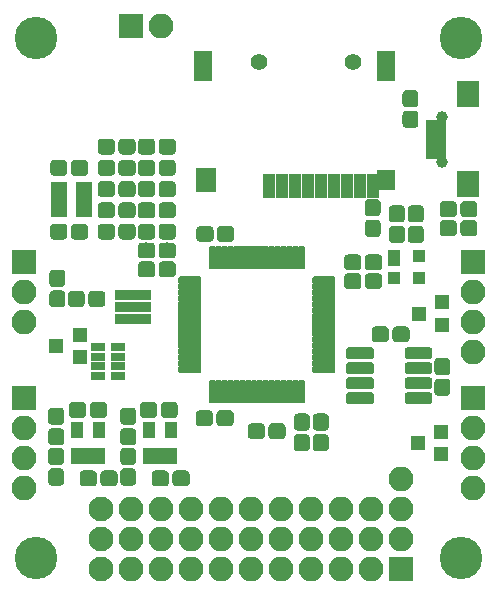
<source format=gts>
G04 #@! TF.GenerationSoftware,KiCad,Pcbnew,(5.1.2)-1*
G04 #@! TF.CreationDate,2019-05-18T14:04:30+12:00*
G04 #@! TF.ProjectId,SimpleFCv2,53696d70-6c65-4464-9376-322e6b696361,rev?*
G04 #@! TF.SameCoordinates,Original*
G04 #@! TF.FileFunction,Soldermask,Top*
G04 #@! TF.FilePolarity,Negative*
%FSLAX46Y46*%
G04 Gerber Fmt 4.6, Leading zero omitted, Abs format (unit mm)*
G04 Created by KiCad (PCBNEW (5.1.2)-1) date 2019-05-18 14:04:30*
%MOMM*%
%LPD*%
G04 APERTURE LIST*
%ADD10C,0.100000*%
%ADD11C,0.700000*%
%ADD12C,1.350000*%
%ADD13R,1.300000X1.200000*%
%ADD14R,1.100000X1.400000*%
%ADD15R,1.100000X1.000000*%
%ADD16R,2.100000X2.100000*%
%ADD17O,2.100000X2.100000*%
%ADD18R,1.100000X2.000000*%
%ADD19R,1.600000X1.800000*%
%ADD20R,1.600000X2.600000*%
%ADD21R,1.800000X2.000000*%
%ADD22C,1.400000*%
%ADD23C,2.100000*%
%ADD24R,1.800000X0.800000*%
%ADD25R,1.900000X2.300000*%
%ADD26C,1.000000*%
%ADD27R,1.300000X0.800000*%
%ADD28R,1.050000X1.460000*%
%ADD29R,3.100000X0.900000*%
%ADD30C,3.600000*%
%ADD31R,1.460000X1.050000*%
G04 APERTURE END LIST*
D10*
G36*
X142842153Y-96200843D02*
G01*
X142859141Y-96203363D01*
X142875800Y-96207535D01*
X142891970Y-96213321D01*
X142907494Y-96220664D01*
X142922225Y-96229493D01*
X142936019Y-96239723D01*
X142948744Y-96251256D01*
X142960277Y-96263981D01*
X142970507Y-96277775D01*
X142979336Y-96292506D01*
X142986679Y-96308030D01*
X142992465Y-96324200D01*
X142996637Y-96340859D01*
X142999157Y-96357847D01*
X143000000Y-96375000D01*
X143000000Y-96725000D01*
X142999157Y-96742153D01*
X142996637Y-96759141D01*
X142992465Y-96775800D01*
X142986679Y-96791970D01*
X142979336Y-96807494D01*
X142970507Y-96822225D01*
X142960277Y-96836019D01*
X142948744Y-96848744D01*
X142936019Y-96860277D01*
X142922225Y-96870507D01*
X142907494Y-96879336D01*
X142891970Y-96886679D01*
X142875800Y-96892465D01*
X142859141Y-96896637D01*
X142842153Y-96899157D01*
X142825000Y-96900000D01*
X141225000Y-96900000D01*
X141207847Y-96899157D01*
X141190859Y-96896637D01*
X141174200Y-96892465D01*
X141158030Y-96886679D01*
X141142506Y-96879336D01*
X141127775Y-96870507D01*
X141113981Y-96860277D01*
X141101256Y-96848744D01*
X141089723Y-96836019D01*
X141079493Y-96822225D01*
X141070664Y-96807494D01*
X141063321Y-96791970D01*
X141057535Y-96775800D01*
X141053363Y-96759141D01*
X141050843Y-96742153D01*
X141050000Y-96725000D01*
X141050000Y-96375000D01*
X141050843Y-96357847D01*
X141053363Y-96340859D01*
X141057535Y-96324200D01*
X141063321Y-96308030D01*
X141070664Y-96292506D01*
X141079493Y-96277775D01*
X141089723Y-96263981D01*
X141101256Y-96251256D01*
X141113981Y-96239723D01*
X141127775Y-96229493D01*
X141142506Y-96220664D01*
X141158030Y-96213321D01*
X141174200Y-96207535D01*
X141190859Y-96203363D01*
X141207847Y-96200843D01*
X141225000Y-96200000D01*
X142825000Y-96200000D01*
X142842153Y-96200843D01*
X142842153Y-96200843D01*
G37*
D11*
X142025000Y-96550000D03*
D10*
G36*
X142842153Y-96700843D02*
G01*
X142859141Y-96703363D01*
X142875800Y-96707535D01*
X142891970Y-96713321D01*
X142907494Y-96720664D01*
X142922225Y-96729493D01*
X142936019Y-96739723D01*
X142948744Y-96751256D01*
X142960277Y-96763981D01*
X142970507Y-96777775D01*
X142979336Y-96792506D01*
X142986679Y-96808030D01*
X142992465Y-96824200D01*
X142996637Y-96840859D01*
X142999157Y-96857847D01*
X143000000Y-96875000D01*
X143000000Y-97225000D01*
X142999157Y-97242153D01*
X142996637Y-97259141D01*
X142992465Y-97275800D01*
X142986679Y-97291970D01*
X142979336Y-97307494D01*
X142970507Y-97322225D01*
X142960277Y-97336019D01*
X142948744Y-97348744D01*
X142936019Y-97360277D01*
X142922225Y-97370507D01*
X142907494Y-97379336D01*
X142891970Y-97386679D01*
X142875800Y-97392465D01*
X142859141Y-97396637D01*
X142842153Y-97399157D01*
X142825000Y-97400000D01*
X141225000Y-97400000D01*
X141207847Y-97399157D01*
X141190859Y-97396637D01*
X141174200Y-97392465D01*
X141158030Y-97386679D01*
X141142506Y-97379336D01*
X141127775Y-97370507D01*
X141113981Y-97360277D01*
X141101256Y-97348744D01*
X141089723Y-97336019D01*
X141079493Y-97322225D01*
X141070664Y-97307494D01*
X141063321Y-97291970D01*
X141057535Y-97275800D01*
X141053363Y-97259141D01*
X141050843Y-97242153D01*
X141050000Y-97225000D01*
X141050000Y-96875000D01*
X141050843Y-96857847D01*
X141053363Y-96840859D01*
X141057535Y-96824200D01*
X141063321Y-96808030D01*
X141070664Y-96792506D01*
X141079493Y-96777775D01*
X141089723Y-96763981D01*
X141101256Y-96751256D01*
X141113981Y-96739723D01*
X141127775Y-96729493D01*
X141142506Y-96720664D01*
X141158030Y-96713321D01*
X141174200Y-96707535D01*
X141190859Y-96703363D01*
X141207847Y-96700843D01*
X141225000Y-96700000D01*
X142825000Y-96700000D01*
X142842153Y-96700843D01*
X142842153Y-96700843D01*
G37*
D11*
X142025000Y-97050000D03*
D10*
G36*
X142842153Y-97200843D02*
G01*
X142859141Y-97203363D01*
X142875800Y-97207535D01*
X142891970Y-97213321D01*
X142907494Y-97220664D01*
X142922225Y-97229493D01*
X142936019Y-97239723D01*
X142948744Y-97251256D01*
X142960277Y-97263981D01*
X142970507Y-97277775D01*
X142979336Y-97292506D01*
X142986679Y-97308030D01*
X142992465Y-97324200D01*
X142996637Y-97340859D01*
X142999157Y-97357847D01*
X143000000Y-97375000D01*
X143000000Y-97725000D01*
X142999157Y-97742153D01*
X142996637Y-97759141D01*
X142992465Y-97775800D01*
X142986679Y-97791970D01*
X142979336Y-97807494D01*
X142970507Y-97822225D01*
X142960277Y-97836019D01*
X142948744Y-97848744D01*
X142936019Y-97860277D01*
X142922225Y-97870507D01*
X142907494Y-97879336D01*
X142891970Y-97886679D01*
X142875800Y-97892465D01*
X142859141Y-97896637D01*
X142842153Y-97899157D01*
X142825000Y-97900000D01*
X141225000Y-97900000D01*
X141207847Y-97899157D01*
X141190859Y-97896637D01*
X141174200Y-97892465D01*
X141158030Y-97886679D01*
X141142506Y-97879336D01*
X141127775Y-97870507D01*
X141113981Y-97860277D01*
X141101256Y-97848744D01*
X141089723Y-97836019D01*
X141079493Y-97822225D01*
X141070664Y-97807494D01*
X141063321Y-97791970D01*
X141057535Y-97775800D01*
X141053363Y-97759141D01*
X141050843Y-97742153D01*
X141050000Y-97725000D01*
X141050000Y-97375000D01*
X141050843Y-97357847D01*
X141053363Y-97340859D01*
X141057535Y-97324200D01*
X141063321Y-97308030D01*
X141070664Y-97292506D01*
X141079493Y-97277775D01*
X141089723Y-97263981D01*
X141101256Y-97251256D01*
X141113981Y-97239723D01*
X141127775Y-97229493D01*
X141142506Y-97220664D01*
X141158030Y-97213321D01*
X141174200Y-97207535D01*
X141190859Y-97203363D01*
X141207847Y-97200843D01*
X141225000Y-97200000D01*
X142825000Y-97200000D01*
X142842153Y-97200843D01*
X142842153Y-97200843D01*
G37*
D11*
X142025000Y-97550000D03*
D10*
G36*
X142842153Y-97700843D02*
G01*
X142859141Y-97703363D01*
X142875800Y-97707535D01*
X142891970Y-97713321D01*
X142907494Y-97720664D01*
X142922225Y-97729493D01*
X142936019Y-97739723D01*
X142948744Y-97751256D01*
X142960277Y-97763981D01*
X142970507Y-97777775D01*
X142979336Y-97792506D01*
X142986679Y-97808030D01*
X142992465Y-97824200D01*
X142996637Y-97840859D01*
X142999157Y-97857847D01*
X143000000Y-97875000D01*
X143000000Y-98225000D01*
X142999157Y-98242153D01*
X142996637Y-98259141D01*
X142992465Y-98275800D01*
X142986679Y-98291970D01*
X142979336Y-98307494D01*
X142970507Y-98322225D01*
X142960277Y-98336019D01*
X142948744Y-98348744D01*
X142936019Y-98360277D01*
X142922225Y-98370507D01*
X142907494Y-98379336D01*
X142891970Y-98386679D01*
X142875800Y-98392465D01*
X142859141Y-98396637D01*
X142842153Y-98399157D01*
X142825000Y-98400000D01*
X141225000Y-98400000D01*
X141207847Y-98399157D01*
X141190859Y-98396637D01*
X141174200Y-98392465D01*
X141158030Y-98386679D01*
X141142506Y-98379336D01*
X141127775Y-98370507D01*
X141113981Y-98360277D01*
X141101256Y-98348744D01*
X141089723Y-98336019D01*
X141079493Y-98322225D01*
X141070664Y-98307494D01*
X141063321Y-98291970D01*
X141057535Y-98275800D01*
X141053363Y-98259141D01*
X141050843Y-98242153D01*
X141050000Y-98225000D01*
X141050000Y-97875000D01*
X141050843Y-97857847D01*
X141053363Y-97840859D01*
X141057535Y-97824200D01*
X141063321Y-97808030D01*
X141070664Y-97792506D01*
X141079493Y-97777775D01*
X141089723Y-97763981D01*
X141101256Y-97751256D01*
X141113981Y-97739723D01*
X141127775Y-97729493D01*
X141142506Y-97720664D01*
X141158030Y-97713321D01*
X141174200Y-97707535D01*
X141190859Y-97703363D01*
X141207847Y-97700843D01*
X141225000Y-97700000D01*
X142825000Y-97700000D01*
X142842153Y-97700843D01*
X142842153Y-97700843D01*
G37*
D11*
X142025000Y-98050000D03*
D10*
G36*
X142842153Y-98200843D02*
G01*
X142859141Y-98203363D01*
X142875800Y-98207535D01*
X142891970Y-98213321D01*
X142907494Y-98220664D01*
X142922225Y-98229493D01*
X142936019Y-98239723D01*
X142948744Y-98251256D01*
X142960277Y-98263981D01*
X142970507Y-98277775D01*
X142979336Y-98292506D01*
X142986679Y-98308030D01*
X142992465Y-98324200D01*
X142996637Y-98340859D01*
X142999157Y-98357847D01*
X143000000Y-98375000D01*
X143000000Y-98725000D01*
X142999157Y-98742153D01*
X142996637Y-98759141D01*
X142992465Y-98775800D01*
X142986679Y-98791970D01*
X142979336Y-98807494D01*
X142970507Y-98822225D01*
X142960277Y-98836019D01*
X142948744Y-98848744D01*
X142936019Y-98860277D01*
X142922225Y-98870507D01*
X142907494Y-98879336D01*
X142891970Y-98886679D01*
X142875800Y-98892465D01*
X142859141Y-98896637D01*
X142842153Y-98899157D01*
X142825000Y-98900000D01*
X141225000Y-98900000D01*
X141207847Y-98899157D01*
X141190859Y-98896637D01*
X141174200Y-98892465D01*
X141158030Y-98886679D01*
X141142506Y-98879336D01*
X141127775Y-98870507D01*
X141113981Y-98860277D01*
X141101256Y-98848744D01*
X141089723Y-98836019D01*
X141079493Y-98822225D01*
X141070664Y-98807494D01*
X141063321Y-98791970D01*
X141057535Y-98775800D01*
X141053363Y-98759141D01*
X141050843Y-98742153D01*
X141050000Y-98725000D01*
X141050000Y-98375000D01*
X141050843Y-98357847D01*
X141053363Y-98340859D01*
X141057535Y-98324200D01*
X141063321Y-98308030D01*
X141070664Y-98292506D01*
X141079493Y-98277775D01*
X141089723Y-98263981D01*
X141101256Y-98251256D01*
X141113981Y-98239723D01*
X141127775Y-98229493D01*
X141142506Y-98220664D01*
X141158030Y-98213321D01*
X141174200Y-98207535D01*
X141190859Y-98203363D01*
X141207847Y-98200843D01*
X141225000Y-98200000D01*
X142825000Y-98200000D01*
X142842153Y-98200843D01*
X142842153Y-98200843D01*
G37*
D11*
X142025000Y-98550000D03*
D10*
G36*
X142842153Y-98700843D02*
G01*
X142859141Y-98703363D01*
X142875800Y-98707535D01*
X142891970Y-98713321D01*
X142907494Y-98720664D01*
X142922225Y-98729493D01*
X142936019Y-98739723D01*
X142948744Y-98751256D01*
X142960277Y-98763981D01*
X142970507Y-98777775D01*
X142979336Y-98792506D01*
X142986679Y-98808030D01*
X142992465Y-98824200D01*
X142996637Y-98840859D01*
X142999157Y-98857847D01*
X143000000Y-98875000D01*
X143000000Y-99225000D01*
X142999157Y-99242153D01*
X142996637Y-99259141D01*
X142992465Y-99275800D01*
X142986679Y-99291970D01*
X142979336Y-99307494D01*
X142970507Y-99322225D01*
X142960277Y-99336019D01*
X142948744Y-99348744D01*
X142936019Y-99360277D01*
X142922225Y-99370507D01*
X142907494Y-99379336D01*
X142891970Y-99386679D01*
X142875800Y-99392465D01*
X142859141Y-99396637D01*
X142842153Y-99399157D01*
X142825000Y-99400000D01*
X141225000Y-99400000D01*
X141207847Y-99399157D01*
X141190859Y-99396637D01*
X141174200Y-99392465D01*
X141158030Y-99386679D01*
X141142506Y-99379336D01*
X141127775Y-99370507D01*
X141113981Y-99360277D01*
X141101256Y-99348744D01*
X141089723Y-99336019D01*
X141079493Y-99322225D01*
X141070664Y-99307494D01*
X141063321Y-99291970D01*
X141057535Y-99275800D01*
X141053363Y-99259141D01*
X141050843Y-99242153D01*
X141050000Y-99225000D01*
X141050000Y-98875000D01*
X141050843Y-98857847D01*
X141053363Y-98840859D01*
X141057535Y-98824200D01*
X141063321Y-98808030D01*
X141070664Y-98792506D01*
X141079493Y-98777775D01*
X141089723Y-98763981D01*
X141101256Y-98751256D01*
X141113981Y-98739723D01*
X141127775Y-98729493D01*
X141142506Y-98720664D01*
X141158030Y-98713321D01*
X141174200Y-98707535D01*
X141190859Y-98703363D01*
X141207847Y-98700843D01*
X141225000Y-98700000D01*
X142825000Y-98700000D01*
X142842153Y-98700843D01*
X142842153Y-98700843D01*
G37*
D11*
X142025000Y-99050000D03*
D10*
G36*
X142842153Y-99200843D02*
G01*
X142859141Y-99203363D01*
X142875800Y-99207535D01*
X142891970Y-99213321D01*
X142907494Y-99220664D01*
X142922225Y-99229493D01*
X142936019Y-99239723D01*
X142948744Y-99251256D01*
X142960277Y-99263981D01*
X142970507Y-99277775D01*
X142979336Y-99292506D01*
X142986679Y-99308030D01*
X142992465Y-99324200D01*
X142996637Y-99340859D01*
X142999157Y-99357847D01*
X143000000Y-99375000D01*
X143000000Y-99725000D01*
X142999157Y-99742153D01*
X142996637Y-99759141D01*
X142992465Y-99775800D01*
X142986679Y-99791970D01*
X142979336Y-99807494D01*
X142970507Y-99822225D01*
X142960277Y-99836019D01*
X142948744Y-99848744D01*
X142936019Y-99860277D01*
X142922225Y-99870507D01*
X142907494Y-99879336D01*
X142891970Y-99886679D01*
X142875800Y-99892465D01*
X142859141Y-99896637D01*
X142842153Y-99899157D01*
X142825000Y-99900000D01*
X141225000Y-99900000D01*
X141207847Y-99899157D01*
X141190859Y-99896637D01*
X141174200Y-99892465D01*
X141158030Y-99886679D01*
X141142506Y-99879336D01*
X141127775Y-99870507D01*
X141113981Y-99860277D01*
X141101256Y-99848744D01*
X141089723Y-99836019D01*
X141079493Y-99822225D01*
X141070664Y-99807494D01*
X141063321Y-99791970D01*
X141057535Y-99775800D01*
X141053363Y-99759141D01*
X141050843Y-99742153D01*
X141050000Y-99725000D01*
X141050000Y-99375000D01*
X141050843Y-99357847D01*
X141053363Y-99340859D01*
X141057535Y-99324200D01*
X141063321Y-99308030D01*
X141070664Y-99292506D01*
X141079493Y-99277775D01*
X141089723Y-99263981D01*
X141101256Y-99251256D01*
X141113981Y-99239723D01*
X141127775Y-99229493D01*
X141142506Y-99220664D01*
X141158030Y-99213321D01*
X141174200Y-99207535D01*
X141190859Y-99203363D01*
X141207847Y-99200843D01*
X141225000Y-99200000D01*
X142825000Y-99200000D01*
X142842153Y-99200843D01*
X142842153Y-99200843D01*
G37*
D11*
X142025000Y-99550000D03*
D10*
G36*
X142842153Y-99700843D02*
G01*
X142859141Y-99703363D01*
X142875800Y-99707535D01*
X142891970Y-99713321D01*
X142907494Y-99720664D01*
X142922225Y-99729493D01*
X142936019Y-99739723D01*
X142948744Y-99751256D01*
X142960277Y-99763981D01*
X142970507Y-99777775D01*
X142979336Y-99792506D01*
X142986679Y-99808030D01*
X142992465Y-99824200D01*
X142996637Y-99840859D01*
X142999157Y-99857847D01*
X143000000Y-99875000D01*
X143000000Y-100225000D01*
X142999157Y-100242153D01*
X142996637Y-100259141D01*
X142992465Y-100275800D01*
X142986679Y-100291970D01*
X142979336Y-100307494D01*
X142970507Y-100322225D01*
X142960277Y-100336019D01*
X142948744Y-100348744D01*
X142936019Y-100360277D01*
X142922225Y-100370507D01*
X142907494Y-100379336D01*
X142891970Y-100386679D01*
X142875800Y-100392465D01*
X142859141Y-100396637D01*
X142842153Y-100399157D01*
X142825000Y-100400000D01*
X141225000Y-100400000D01*
X141207847Y-100399157D01*
X141190859Y-100396637D01*
X141174200Y-100392465D01*
X141158030Y-100386679D01*
X141142506Y-100379336D01*
X141127775Y-100370507D01*
X141113981Y-100360277D01*
X141101256Y-100348744D01*
X141089723Y-100336019D01*
X141079493Y-100322225D01*
X141070664Y-100307494D01*
X141063321Y-100291970D01*
X141057535Y-100275800D01*
X141053363Y-100259141D01*
X141050843Y-100242153D01*
X141050000Y-100225000D01*
X141050000Y-99875000D01*
X141050843Y-99857847D01*
X141053363Y-99840859D01*
X141057535Y-99824200D01*
X141063321Y-99808030D01*
X141070664Y-99792506D01*
X141079493Y-99777775D01*
X141089723Y-99763981D01*
X141101256Y-99751256D01*
X141113981Y-99739723D01*
X141127775Y-99729493D01*
X141142506Y-99720664D01*
X141158030Y-99713321D01*
X141174200Y-99707535D01*
X141190859Y-99703363D01*
X141207847Y-99700843D01*
X141225000Y-99700000D01*
X142825000Y-99700000D01*
X142842153Y-99700843D01*
X142842153Y-99700843D01*
G37*
D11*
X142025000Y-100050000D03*
D10*
G36*
X142842153Y-100200843D02*
G01*
X142859141Y-100203363D01*
X142875800Y-100207535D01*
X142891970Y-100213321D01*
X142907494Y-100220664D01*
X142922225Y-100229493D01*
X142936019Y-100239723D01*
X142948744Y-100251256D01*
X142960277Y-100263981D01*
X142970507Y-100277775D01*
X142979336Y-100292506D01*
X142986679Y-100308030D01*
X142992465Y-100324200D01*
X142996637Y-100340859D01*
X142999157Y-100357847D01*
X143000000Y-100375000D01*
X143000000Y-100725000D01*
X142999157Y-100742153D01*
X142996637Y-100759141D01*
X142992465Y-100775800D01*
X142986679Y-100791970D01*
X142979336Y-100807494D01*
X142970507Y-100822225D01*
X142960277Y-100836019D01*
X142948744Y-100848744D01*
X142936019Y-100860277D01*
X142922225Y-100870507D01*
X142907494Y-100879336D01*
X142891970Y-100886679D01*
X142875800Y-100892465D01*
X142859141Y-100896637D01*
X142842153Y-100899157D01*
X142825000Y-100900000D01*
X141225000Y-100900000D01*
X141207847Y-100899157D01*
X141190859Y-100896637D01*
X141174200Y-100892465D01*
X141158030Y-100886679D01*
X141142506Y-100879336D01*
X141127775Y-100870507D01*
X141113981Y-100860277D01*
X141101256Y-100848744D01*
X141089723Y-100836019D01*
X141079493Y-100822225D01*
X141070664Y-100807494D01*
X141063321Y-100791970D01*
X141057535Y-100775800D01*
X141053363Y-100759141D01*
X141050843Y-100742153D01*
X141050000Y-100725000D01*
X141050000Y-100375000D01*
X141050843Y-100357847D01*
X141053363Y-100340859D01*
X141057535Y-100324200D01*
X141063321Y-100308030D01*
X141070664Y-100292506D01*
X141079493Y-100277775D01*
X141089723Y-100263981D01*
X141101256Y-100251256D01*
X141113981Y-100239723D01*
X141127775Y-100229493D01*
X141142506Y-100220664D01*
X141158030Y-100213321D01*
X141174200Y-100207535D01*
X141190859Y-100203363D01*
X141207847Y-100200843D01*
X141225000Y-100200000D01*
X142825000Y-100200000D01*
X142842153Y-100200843D01*
X142842153Y-100200843D01*
G37*
D11*
X142025000Y-100550000D03*
D10*
G36*
X142842153Y-100700843D02*
G01*
X142859141Y-100703363D01*
X142875800Y-100707535D01*
X142891970Y-100713321D01*
X142907494Y-100720664D01*
X142922225Y-100729493D01*
X142936019Y-100739723D01*
X142948744Y-100751256D01*
X142960277Y-100763981D01*
X142970507Y-100777775D01*
X142979336Y-100792506D01*
X142986679Y-100808030D01*
X142992465Y-100824200D01*
X142996637Y-100840859D01*
X142999157Y-100857847D01*
X143000000Y-100875000D01*
X143000000Y-101225000D01*
X142999157Y-101242153D01*
X142996637Y-101259141D01*
X142992465Y-101275800D01*
X142986679Y-101291970D01*
X142979336Y-101307494D01*
X142970507Y-101322225D01*
X142960277Y-101336019D01*
X142948744Y-101348744D01*
X142936019Y-101360277D01*
X142922225Y-101370507D01*
X142907494Y-101379336D01*
X142891970Y-101386679D01*
X142875800Y-101392465D01*
X142859141Y-101396637D01*
X142842153Y-101399157D01*
X142825000Y-101400000D01*
X141225000Y-101400000D01*
X141207847Y-101399157D01*
X141190859Y-101396637D01*
X141174200Y-101392465D01*
X141158030Y-101386679D01*
X141142506Y-101379336D01*
X141127775Y-101370507D01*
X141113981Y-101360277D01*
X141101256Y-101348744D01*
X141089723Y-101336019D01*
X141079493Y-101322225D01*
X141070664Y-101307494D01*
X141063321Y-101291970D01*
X141057535Y-101275800D01*
X141053363Y-101259141D01*
X141050843Y-101242153D01*
X141050000Y-101225000D01*
X141050000Y-100875000D01*
X141050843Y-100857847D01*
X141053363Y-100840859D01*
X141057535Y-100824200D01*
X141063321Y-100808030D01*
X141070664Y-100792506D01*
X141079493Y-100777775D01*
X141089723Y-100763981D01*
X141101256Y-100751256D01*
X141113981Y-100739723D01*
X141127775Y-100729493D01*
X141142506Y-100720664D01*
X141158030Y-100713321D01*
X141174200Y-100707535D01*
X141190859Y-100703363D01*
X141207847Y-100700843D01*
X141225000Y-100700000D01*
X142825000Y-100700000D01*
X142842153Y-100700843D01*
X142842153Y-100700843D01*
G37*
D11*
X142025000Y-101050000D03*
D10*
G36*
X142842153Y-101200843D02*
G01*
X142859141Y-101203363D01*
X142875800Y-101207535D01*
X142891970Y-101213321D01*
X142907494Y-101220664D01*
X142922225Y-101229493D01*
X142936019Y-101239723D01*
X142948744Y-101251256D01*
X142960277Y-101263981D01*
X142970507Y-101277775D01*
X142979336Y-101292506D01*
X142986679Y-101308030D01*
X142992465Y-101324200D01*
X142996637Y-101340859D01*
X142999157Y-101357847D01*
X143000000Y-101375000D01*
X143000000Y-101725000D01*
X142999157Y-101742153D01*
X142996637Y-101759141D01*
X142992465Y-101775800D01*
X142986679Y-101791970D01*
X142979336Y-101807494D01*
X142970507Y-101822225D01*
X142960277Y-101836019D01*
X142948744Y-101848744D01*
X142936019Y-101860277D01*
X142922225Y-101870507D01*
X142907494Y-101879336D01*
X142891970Y-101886679D01*
X142875800Y-101892465D01*
X142859141Y-101896637D01*
X142842153Y-101899157D01*
X142825000Y-101900000D01*
X141225000Y-101900000D01*
X141207847Y-101899157D01*
X141190859Y-101896637D01*
X141174200Y-101892465D01*
X141158030Y-101886679D01*
X141142506Y-101879336D01*
X141127775Y-101870507D01*
X141113981Y-101860277D01*
X141101256Y-101848744D01*
X141089723Y-101836019D01*
X141079493Y-101822225D01*
X141070664Y-101807494D01*
X141063321Y-101791970D01*
X141057535Y-101775800D01*
X141053363Y-101759141D01*
X141050843Y-101742153D01*
X141050000Y-101725000D01*
X141050000Y-101375000D01*
X141050843Y-101357847D01*
X141053363Y-101340859D01*
X141057535Y-101324200D01*
X141063321Y-101308030D01*
X141070664Y-101292506D01*
X141079493Y-101277775D01*
X141089723Y-101263981D01*
X141101256Y-101251256D01*
X141113981Y-101239723D01*
X141127775Y-101229493D01*
X141142506Y-101220664D01*
X141158030Y-101213321D01*
X141174200Y-101207535D01*
X141190859Y-101203363D01*
X141207847Y-101200843D01*
X141225000Y-101200000D01*
X142825000Y-101200000D01*
X142842153Y-101200843D01*
X142842153Y-101200843D01*
G37*
D11*
X142025000Y-101550000D03*
D10*
G36*
X142842153Y-101700843D02*
G01*
X142859141Y-101703363D01*
X142875800Y-101707535D01*
X142891970Y-101713321D01*
X142907494Y-101720664D01*
X142922225Y-101729493D01*
X142936019Y-101739723D01*
X142948744Y-101751256D01*
X142960277Y-101763981D01*
X142970507Y-101777775D01*
X142979336Y-101792506D01*
X142986679Y-101808030D01*
X142992465Y-101824200D01*
X142996637Y-101840859D01*
X142999157Y-101857847D01*
X143000000Y-101875000D01*
X143000000Y-102225000D01*
X142999157Y-102242153D01*
X142996637Y-102259141D01*
X142992465Y-102275800D01*
X142986679Y-102291970D01*
X142979336Y-102307494D01*
X142970507Y-102322225D01*
X142960277Y-102336019D01*
X142948744Y-102348744D01*
X142936019Y-102360277D01*
X142922225Y-102370507D01*
X142907494Y-102379336D01*
X142891970Y-102386679D01*
X142875800Y-102392465D01*
X142859141Y-102396637D01*
X142842153Y-102399157D01*
X142825000Y-102400000D01*
X141225000Y-102400000D01*
X141207847Y-102399157D01*
X141190859Y-102396637D01*
X141174200Y-102392465D01*
X141158030Y-102386679D01*
X141142506Y-102379336D01*
X141127775Y-102370507D01*
X141113981Y-102360277D01*
X141101256Y-102348744D01*
X141089723Y-102336019D01*
X141079493Y-102322225D01*
X141070664Y-102307494D01*
X141063321Y-102291970D01*
X141057535Y-102275800D01*
X141053363Y-102259141D01*
X141050843Y-102242153D01*
X141050000Y-102225000D01*
X141050000Y-101875000D01*
X141050843Y-101857847D01*
X141053363Y-101840859D01*
X141057535Y-101824200D01*
X141063321Y-101808030D01*
X141070664Y-101792506D01*
X141079493Y-101777775D01*
X141089723Y-101763981D01*
X141101256Y-101751256D01*
X141113981Y-101739723D01*
X141127775Y-101729493D01*
X141142506Y-101720664D01*
X141158030Y-101713321D01*
X141174200Y-101707535D01*
X141190859Y-101703363D01*
X141207847Y-101700843D01*
X141225000Y-101700000D01*
X142825000Y-101700000D01*
X142842153Y-101700843D01*
X142842153Y-101700843D01*
G37*
D11*
X142025000Y-102050000D03*
D10*
G36*
X142842153Y-102200843D02*
G01*
X142859141Y-102203363D01*
X142875800Y-102207535D01*
X142891970Y-102213321D01*
X142907494Y-102220664D01*
X142922225Y-102229493D01*
X142936019Y-102239723D01*
X142948744Y-102251256D01*
X142960277Y-102263981D01*
X142970507Y-102277775D01*
X142979336Y-102292506D01*
X142986679Y-102308030D01*
X142992465Y-102324200D01*
X142996637Y-102340859D01*
X142999157Y-102357847D01*
X143000000Y-102375000D01*
X143000000Y-102725000D01*
X142999157Y-102742153D01*
X142996637Y-102759141D01*
X142992465Y-102775800D01*
X142986679Y-102791970D01*
X142979336Y-102807494D01*
X142970507Y-102822225D01*
X142960277Y-102836019D01*
X142948744Y-102848744D01*
X142936019Y-102860277D01*
X142922225Y-102870507D01*
X142907494Y-102879336D01*
X142891970Y-102886679D01*
X142875800Y-102892465D01*
X142859141Y-102896637D01*
X142842153Y-102899157D01*
X142825000Y-102900000D01*
X141225000Y-102900000D01*
X141207847Y-102899157D01*
X141190859Y-102896637D01*
X141174200Y-102892465D01*
X141158030Y-102886679D01*
X141142506Y-102879336D01*
X141127775Y-102870507D01*
X141113981Y-102860277D01*
X141101256Y-102848744D01*
X141089723Y-102836019D01*
X141079493Y-102822225D01*
X141070664Y-102807494D01*
X141063321Y-102791970D01*
X141057535Y-102775800D01*
X141053363Y-102759141D01*
X141050843Y-102742153D01*
X141050000Y-102725000D01*
X141050000Y-102375000D01*
X141050843Y-102357847D01*
X141053363Y-102340859D01*
X141057535Y-102324200D01*
X141063321Y-102308030D01*
X141070664Y-102292506D01*
X141079493Y-102277775D01*
X141089723Y-102263981D01*
X141101256Y-102251256D01*
X141113981Y-102239723D01*
X141127775Y-102229493D01*
X141142506Y-102220664D01*
X141158030Y-102213321D01*
X141174200Y-102207535D01*
X141190859Y-102203363D01*
X141207847Y-102200843D01*
X141225000Y-102200000D01*
X142825000Y-102200000D01*
X142842153Y-102200843D01*
X142842153Y-102200843D01*
G37*
D11*
X142025000Y-102550000D03*
D10*
G36*
X142842153Y-102700843D02*
G01*
X142859141Y-102703363D01*
X142875800Y-102707535D01*
X142891970Y-102713321D01*
X142907494Y-102720664D01*
X142922225Y-102729493D01*
X142936019Y-102739723D01*
X142948744Y-102751256D01*
X142960277Y-102763981D01*
X142970507Y-102777775D01*
X142979336Y-102792506D01*
X142986679Y-102808030D01*
X142992465Y-102824200D01*
X142996637Y-102840859D01*
X142999157Y-102857847D01*
X143000000Y-102875000D01*
X143000000Y-103225000D01*
X142999157Y-103242153D01*
X142996637Y-103259141D01*
X142992465Y-103275800D01*
X142986679Y-103291970D01*
X142979336Y-103307494D01*
X142970507Y-103322225D01*
X142960277Y-103336019D01*
X142948744Y-103348744D01*
X142936019Y-103360277D01*
X142922225Y-103370507D01*
X142907494Y-103379336D01*
X142891970Y-103386679D01*
X142875800Y-103392465D01*
X142859141Y-103396637D01*
X142842153Y-103399157D01*
X142825000Y-103400000D01*
X141225000Y-103400000D01*
X141207847Y-103399157D01*
X141190859Y-103396637D01*
X141174200Y-103392465D01*
X141158030Y-103386679D01*
X141142506Y-103379336D01*
X141127775Y-103370507D01*
X141113981Y-103360277D01*
X141101256Y-103348744D01*
X141089723Y-103336019D01*
X141079493Y-103322225D01*
X141070664Y-103307494D01*
X141063321Y-103291970D01*
X141057535Y-103275800D01*
X141053363Y-103259141D01*
X141050843Y-103242153D01*
X141050000Y-103225000D01*
X141050000Y-102875000D01*
X141050843Y-102857847D01*
X141053363Y-102840859D01*
X141057535Y-102824200D01*
X141063321Y-102808030D01*
X141070664Y-102792506D01*
X141079493Y-102777775D01*
X141089723Y-102763981D01*
X141101256Y-102751256D01*
X141113981Y-102739723D01*
X141127775Y-102729493D01*
X141142506Y-102720664D01*
X141158030Y-102713321D01*
X141174200Y-102707535D01*
X141190859Y-102703363D01*
X141207847Y-102700843D01*
X141225000Y-102700000D01*
X142825000Y-102700000D01*
X142842153Y-102700843D01*
X142842153Y-102700843D01*
G37*
D11*
X142025000Y-103050000D03*
D10*
G36*
X142842153Y-103200843D02*
G01*
X142859141Y-103203363D01*
X142875800Y-103207535D01*
X142891970Y-103213321D01*
X142907494Y-103220664D01*
X142922225Y-103229493D01*
X142936019Y-103239723D01*
X142948744Y-103251256D01*
X142960277Y-103263981D01*
X142970507Y-103277775D01*
X142979336Y-103292506D01*
X142986679Y-103308030D01*
X142992465Y-103324200D01*
X142996637Y-103340859D01*
X142999157Y-103357847D01*
X143000000Y-103375000D01*
X143000000Y-103725000D01*
X142999157Y-103742153D01*
X142996637Y-103759141D01*
X142992465Y-103775800D01*
X142986679Y-103791970D01*
X142979336Y-103807494D01*
X142970507Y-103822225D01*
X142960277Y-103836019D01*
X142948744Y-103848744D01*
X142936019Y-103860277D01*
X142922225Y-103870507D01*
X142907494Y-103879336D01*
X142891970Y-103886679D01*
X142875800Y-103892465D01*
X142859141Y-103896637D01*
X142842153Y-103899157D01*
X142825000Y-103900000D01*
X141225000Y-103900000D01*
X141207847Y-103899157D01*
X141190859Y-103896637D01*
X141174200Y-103892465D01*
X141158030Y-103886679D01*
X141142506Y-103879336D01*
X141127775Y-103870507D01*
X141113981Y-103860277D01*
X141101256Y-103848744D01*
X141089723Y-103836019D01*
X141079493Y-103822225D01*
X141070664Y-103807494D01*
X141063321Y-103791970D01*
X141057535Y-103775800D01*
X141053363Y-103759141D01*
X141050843Y-103742153D01*
X141050000Y-103725000D01*
X141050000Y-103375000D01*
X141050843Y-103357847D01*
X141053363Y-103340859D01*
X141057535Y-103324200D01*
X141063321Y-103308030D01*
X141070664Y-103292506D01*
X141079493Y-103277775D01*
X141089723Y-103263981D01*
X141101256Y-103251256D01*
X141113981Y-103239723D01*
X141127775Y-103229493D01*
X141142506Y-103220664D01*
X141158030Y-103213321D01*
X141174200Y-103207535D01*
X141190859Y-103203363D01*
X141207847Y-103200843D01*
X141225000Y-103200000D01*
X142825000Y-103200000D01*
X142842153Y-103200843D01*
X142842153Y-103200843D01*
G37*
D11*
X142025000Y-103550000D03*
D10*
G36*
X142842153Y-103700843D02*
G01*
X142859141Y-103703363D01*
X142875800Y-103707535D01*
X142891970Y-103713321D01*
X142907494Y-103720664D01*
X142922225Y-103729493D01*
X142936019Y-103739723D01*
X142948744Y-103751256D01*
X142960277Y-103763981D01*
X142970507Y-103777775D01*
X142979336Y-103792506D01*
X142986679Y-103808030D01*
X142992465Y-103824200D01*
X142996637Y-103840859D01*
X142999157Y-103857847D01*
X143000000Y-103875000D01*
X143000000Y-104225000D01*
X142999157Y-104242153D01*
X142996637Y-104259141D01*
X142992465Y-104275800D01*
X142986679Y-104291970D01*
X142979336Y-104307494D01*
X142970507Y-104322225D01*
X142960277Y-104336019D01*
X142948744Y-104348744D01*
X142936019Y-104360277D01*
X142922225Y-104370507D01*
X142907494Y-104379336D01*
X142891970Y-104386679D01*
X142875800Y-104392465D01*
X142859141Y-104396637D01*
X142842153Y-104399157D01*
X142825000Y-104400000D01*
X141225000Y-104400000D01*
X141207847Y-104399157D01*
X141190859Y-104396637D01*
X141174200Y-104392465D01*
X141158030Y-104386679D01*
X141142506Y-104379336D01*
X141127775Y-104370507D01*
X141113981Y-104360277D01*
X141101256Y-104348744D01*
X141089723Y-104336019D01*
X141079493Y-104322225D01*
X141070664Y-104307494D01*
X141063321Y-104291970D01*
X141057535Y-104275800D01*
X141053363Y-104259141D01*
X141050843Y-104242153D01*
X141050000Y-104225000D01*
X141050000Y-103875000D01*
X141050843Y-103857847D01*
X141053363Y-103840859D01*
X141057535Y-103824200D01*
X141063321Y-103808030D01*
X141070664Y-103792506D01*
X141079493Y-103777775D01*
X141089723Y-103763981D01*
X141101256Y-103751256D01*
X141113981Y-103739723D01*
X141127775Y-103729493D01*
X141142506Y-103720664D01*
X141158030Y-103713321D01*
X141174200Y-103707535D01*
X141190859Y-103703363D01*
X141207847Y-103700843D01*
X141225000Y-103700000D01*
X142825000Y-103700000D01*
X142842153Y-103700843D01*
X142842153Y-103700843D01*
G37*
D11*
X142025000Y-104050000D03*
D10*
G36*
X144142153Y-105000843D02*
G01*
X144159141Y-105003363D01*
X144175800Y-105007535D01*
X144191970Y-105013321D01*
X144207494Y-105020664D01*
X144222225Y-105029493D01*
X144236019Y-105039723D01*
X144248744Y-105051256D01*
X144260277Y-105063981D01*
X144270507Y-105077775D01*
X144279336Y-105092506D01*
X144286679Y-105108030D01*
X144292465Y-105124200D01*
X144296637Y-105140859D01*
X144299157Y-105157847D01*
X144300000Y-105175000D01*
X144300000Y-106775000D01*
X144299157Y-106792153D01*
X144296637Y-106809141D01*
X144292465Y-106825800D01*
X144286679Y-106841970D01*
X144279336Y-106857494D01*
X144270507Y-106872225D01*
X144260277Y-106886019D01*
X144248744Y-106898744D01*
X144236019Y-106910277D01*
X144222225Y-106920507D01*
X144207494Y-106929336D01*
X144191970Y-106936679D01*
X144175800Y-106942465D01*
X144159141Y-106946637D01*
X144142153Y-106949157D01*
X144125000Y-106950000D01*
X143775000Y-106950000D01*
X143757847Y-106949157D01*
X143740859Y-106946637D01*
X143724200Y-106942465D01*
X143708030Y-106936679D01*
X143692506Y-106929336D01*
X143677775Y-106920507D01*
X143663981Y-106910277D01*
X143651256Y-106898744D01*
X143639723Y-106886019D01*
X143629493Y-106872225D01*
X143620664Y-106857494D01*
X143613321Y-106841970D01*
X143607535Y-106825800D01*
X143603363Y-106809141D01*
X143600843Y-106792153D01*
X143600000Y-106775000D01*
X143600000Y-105175000D01*
X143600843Y-105157847D01*
X143603363Y-105140859D01*
X143607535Y-105124200D01*
X143613321Y-105108030D01*
X143620664Y-105092506D01*
X143629493Y-105077775D01*
X143639723Y-105063981D01*
X143651256Y-105051256D01*
X143663981Y-105039723D01*
X143677775Y-105029493D01*
X143692506Y-105020664D01*
X143708030Y-105013321D01*
X143724200Y-105007535D01*
X143740859Y-105003363D01*
X143757847Y-105000843D01*
X143775000Y-105000000D01*
X144125000Y-105000000D01*
X144142153Y-105000843D01*
X144142153Y-105000843D01*
G37*
D11*
X143950000Y-105975000D03*
D10*
G36*
X144642153Y-105000843D02*
G01*
X144659141Y-105003363D01*
X144675800Y-105007535D01*
X144691970Y-105013321D01*
X144707494Y-105020664D01*
X144722225Y-105029493D01*
X144736019Y-105039723D01*
X144748744Y-105051256D01*
X144760277Y-105063981D01*
X144770507Y-105077775D01*
X144779336Y-105092506D01*
X144786679Y-105108030D01*
X144792465Y-105124200D01*
X144796637Y-105140859D01*
X144799157Y-105157847D01*
X144800000Y-105175000D01*
X144800000Y-106775000D01*
X144799157Y-106792153D01*
X144796637Y-106809141D01*
X144792465Y-106825800D01*
X144786679Y-106841970D01*
X144779336Y-106857494D01*
X144770507Y-106872225D01*
X144760277Y-106886019D01*
X144748744Y-106898744D01*
X144736019Y-106910277D01*
X144722225Y-106920507D01*
X144707494Y-106929336D01*
X144691970Y-106936679D01*
X144675800Y-106942465D01*
X144659141Y-106946637D01*
X144642153Y-106949157D01*
X144625000Y-106950000D01*
X144275000Y-106950000D01*
X144257847Y-106949157D01*
X144240859Y-106946637D01*
X144224200Y-106942465D01*
X144208030Y-106936679D01*
X144192506Y-106929336D01*
X144177775Y-106920507D01*
X144163981Y-106910277D01*
X144151256Y-106898744D01*
X144139723Y-106886019D01*
X144129493Y-106872225D01*
X144120664Y-106857494D01*
X144113321Y-106841970D01*
X144107535Y-106825800D01*
X144103363Y-106809141D01*
X144100843Y-106792153D01*
X144100000Y-106775000D01*
X144100000Y-105175000D01*
X144100843Y-105157847D01*
X144103363Y-105140859D01*
X144107535Y-105124200D01*
X144113321Y-105108030D01*
X144120664Y-105092506D01*
X144129493Y-105077775D01*
X144139723Y-105063981D01*
X144151256Y-105051256D01*
X144163981Y-105039723D01*
X144177775Y-105029493D01*
X144192506Y-105020664D01*
X144208030Y-105013321D01*
X144224200Y-105007535D01*
X144240859Y-105003363D01*
X144257847Y-105000843D01*
X144275000Y-105000000D01*
X144625000Y-105000000D01*
X144642153Y-105000843D01*
X144642153Y-105000843D01*
G37*
D11*
X144450000Y-105975000D03*
D10*
G36*
X145142153Y-105000843D02*
G01*
X145159141Y-105003363D01*
X145175800Y-105007535D01*
X145191970Y-105013321D01*
X145207494Y-105020664D01*
X145222225Y-105029493D01*
X145236019Y-105039723D01*
X145248744Y-105051256D01*
X145260277Y-105063981D01*
X145270507Y-105077775D01*
X145279336Y-105092506D01*
X145286679Y-105108030D01*
X145292465Y-105124200D01*
X145296637Y-105140859D01*
X145299157Y-105157847D01*
X145300000Y-105175000D01*
X145300000Y-106775000D01*
X145299157Y-106792153D01*
X145296637Y-106809141D01*
X145292465Y-106825800D01*
X145286679Y-106841970D01*
X145279336Y-106857494D01*
X145270507Y-106872225D01*
X145260277Y-106886019D01*
X145248744Y-106898744D01*
X145236019Y-106910277D01*
X145222225Y-106920507D01*
X145207494Y-106929336D01*
X145191970Y-106936679D01*
X145175800Y-106942465D01*
X145159141Y-106946637D01*
X145142153Y-106949157D01*
X145125000Y-106950000D01*
X144775000Y-106950000D01*
X144757847Y-106949157D01*
X144740859Y-106946637D01*
X144724200Y-106942465D01*
X144708030Y-106936679D01*
X144692506Y-106929336D01*
X144677775Y-106920507D01*
X144663981Y-106910277D01*
X144651256Y-106898744D01*
X144639723Y-106886019D01*
X144629493Y-106872225D01*
X144620664Y-106857494D01*
X144613321Y-106841970D01*
X144607535Y-106825800D01*
X144603363Y-106809141D01*
X144600843Y-106792153D01*
X144600000Y-106775000D01*
X144600000Y-105175000D01*
X144600843Y-105157847D01*
X144603363Y-105140859D01*
X144607535Y-105124200D01*
X144613321Y-105108030D01*
X144620664Y-105092506D01*
X144629493Y-105077775D01*
X144639723Y-105063981D01*
X144651256Y-105051256D01*
X144663981Y-105039723D01*
X144677775Y-105029493D01*
X144692506Y-105020664D01*
X144708030Y-105013321D01*
X144724200Y-105007535D01*
X144740859Y-105003363D01*
X144757847Y-105000843D01*
X144775000Y-105000000D01*
X145125000Y-105000000D01*
X145142153Y-105000843D01*
X145142153Y-105000843D01*
G37*
D11*
X144950000Y-105975000D03*
D10*
G36*
X145642153Y-105000843D02*
G01*
X145659141Y-105003363D01*
X145675800Y-105007535D01*
X145691970Y-105013321D01*
X145707494Y-105020664D01*
X145722225Y-105029493D01*
X145736019Y-105039723D01*
X145748744Y-105051256D01*
X145760277Y-105063981D01*
X145770507Y-105077775D01*
X145779336Y-105092506D01*
X145786679Y-105108030D01*
X145792465Y-105124200D01*
X145796637Y-105140859D01*
X145799157Y-105157847D01*
X145800000Y-105175000D01*
X145800000Y-106775000D01*
X145799157Y-106792153D01*
X145796637Y-106809141D01*
X145792465Y-106825800D01*
X145786679Y-106841970D01*
X145779336Y-106857494D01*
X145770507Y-106872225D01*
X145760277Y-106886019D01*
X145748744Y-106898744D01*
X145736019Y-106910277D01*
X145722225Y-106920507D01*
X145707494Y-106929336D01*
X145691970Y-106936679D01*
X145675800Y-106942465D01*
X145659141Y-106946637D01*
X145642153Y-106949157D01*
X145625000Y-106950000D01*
X145275000Y-106950000D01*
X145257847Y-106949157D01*
X145240859Y-106946637D01*
X145224200Y-106942465D01*
X145208030Y-106936679D01*
X145192506Y-106929336D01*
X145177775Y-106920507D01*
X145163981Y-106910277D01*
X145151256Y-106898744D01*
X145139723Y-106886019D01*
X145129493Y-106872225D01*
X145120664Y-106857494D01*
X145113321Y-106841970D01*
X145107535Y-106825800D01*
X145103363Y-106809141D01*
X145100843Y-106792153D01*
X145100000Y-106775000D01*
X145100000Y-105175000D01*
X145100843Y-105157847D01*
X145103363Y-105140859D01*
X145107535Y-105124200D01*
X145113321Y-105108030D01*
X145120664Y-105092506D01*
X145129493Y-105077775D01*
X145139723Y-105063981D01*
X145151256Y-105051256D01*
X145163981Y-105039723D01*
X145177775Y-105029493D01*
X145192506Y-105020664D01*
X145208030Y-105013321D01*
X145224200Y-105007535D01*
X145240859Y-105003363D01*
X145257847Y-105000843D01*
X145275000Y-105000000D01*
X145625000Y-105000000D01*
X145642153Y-105000843D01*
X145642153Y-105000843D01*
G37*
D11*
X145450000Y-105975000D03*
D10*
G36*
X146142153Y-105000843D02*
G01*
X146159141Y-105003363D01*
X146175800Y-105007535D01*
X146191970Y-105013321D01*
X146207494Y-105020664D01*
X146222225Y-105029493D01*
X146236019Y-105039723D01*
X146248744Y-105051256D01*
X146260277Y-105063981D01*
X146270507Y-105077775D01*
X146279336Y-105092506D01*
X146286679Y-105108030D01*
X146292465Y-105124200D01*
X146296637Y-105140859D01*
X146299157Y-105157847D01*
X146300000Y-105175000D01*
X146300000Y-106775000D01*
X146299157Y-106792153D01*
X146296637Y-106809141D01*
X146292465Y-106825800D01*
X146286679Y-106841970D01*
X146279336Y-106857494D01*
X146270507Y-106872225D01*
X146260277Y-106886019D01*
X146248744Y-106898744D01*
X146236019Y-106910277D01*
X146222225Y-106920507D01*
X146207494Y-106929336D01*
X146191970Y-106936679D01*
X146175800Y-106942465D01*
X146159141Y-106946637D01*
X146142153Y-106949157D01*
X146125000Y-106950000D01*
X145775000Y-106950000D01*
X145757847Y-106949157D01*
X145740859Y-106946637D01*
X145724200Y-106942465D01*
X145708030Y-106936679D01*
X145692506Y-106929336D01*
X145677775Y-106920507D01*
X145663981Y-106910277D01*
X145651256Y-106898744D01*
X145639723Y-106886019D01*
X145629493Y-106872225D01*
X145620664Y-106857494D01*
X145613321Y-106841970D01*
X145607535Y-106825800D01*
X145603363Y-106809141D01*
X145600843Y-106792153D01*
X145600000Y-106775000D01*
X145600000Y-105175000D01*
X145600843Y-105157847D01*
X145603363Y-105140859D01*
X145607535Y-105124200D01*
X145613321Y-105108030D01*
X145620664Y-105092506D01*
X145629493Y-105077775D01*
X145639723Y-105063981D01*
X145651256Y-105051256D01*
X145663981Y-105039723D01*
X145677775Y-105029493D01*
X145692506Y-105020664D01*
X145708030Y-105013321D01*
X145724200Y-105007535D01*
X145740859Y-105003363D01*
X145757847Y-105000843D01*
X145775000Y-105000000D01*
X146125000Y-105000000D01*
X146142153Y-105000843D01*
X146142153Y-105000843D01*
G37*
D11*
X145950000Y-105975000D03*
D10*
G36*
X146642153Y-105000843D02*
G01*
X146659141Y-105003363D01*
X146675800Y-105007535D01*
X146691970Y-105013321D01*
X146707494Y-105020664D01*
X146722225Y-105029493D01*
X146736019Y-105039723D01*
X146748744Y-105051256D01*
X146760277Y-105063981D01*
X146770507Y-105077775D01*
X146779336Y-105092506D01*
X146786679Y-105108030D01*
X146792465Y-105124200D01*
X146796637Y-105140859D01*
X146799157Y-105157847D01*
X146800000Y-105175000D01*
X146800000Y-106775000D01*
X146799157Y-106792153D01*
X146796637Y-106809141D01*
X146792465Y-106825800D01*
X146786679Y-106841970D01*
X146779336Y-106857494D01*
X146770507Y-106872225D01*
X146760277Y-106886019D01*
X146748744Y-106898744D01*
X146736019Y-106910277D01*
X146722225Y-106920507D01*
X146707494Y-106929336D01*
X146691970Y-106936679D01*
X146675800Y-106942465D01*
X146659141Y-106946637D01*
X146642153Y-106949157D01*
X146625000Y-106950000D01*
X146275000Y-106950000D01*
X146257847Y-106949157D01*
X146240859Y-106946637D01*
X146224200Y-106942465D01*
X146208030Y-106936679D01*
X146192506Y-106929336D01*
X146177775Y-106920507D01*
X146163981Y-106910277D01*
X146151256Y-106898744D01*
X146139723Y-106886019D01*
X146129493Y-106872225D01*
X146120664Y-106857494D01*
X146113321Y-106841970D01*
X146107535Y-106825800D01*
X146103363Y-106809141D01*
X146100843Y-106792153D01*
X146100000Y-106775000D01*
X146100000Y-105175000D01*
X146100843Y-105157847D01*
X146103363Y-105140859D01*
X146107535Y-105124200D01*
X146113321Y-105108030D01*
X146120664Y-105092506D01*
X146129493Y-105077775D01*
X146139723Y-105063981D01*
X146151256Y-105051256D01*
X146163981Y-105039723D01*
X146177775Y-105029493D01*
X146192506Y-105020664D01*
X146208030Y-105013321D01*
X146224200Y-105007535D01*
X146240859Y-105003363D01*
X146257847Y-105000843D01*
X146275000Y-105000000D01*
X146625000Y-105000000D01*
X146642153Y-105000843D01*
X146642153Y-105000843D01*
G37*
D11*
X146450000Y-105975000D03*
D10*
G36*
X147142153Y-105000843D02*
G01*
X147159141Y-105003363D01*
X147175800Y-105007535D01*
X147191970Y-105013321D01*
X147207494Y-105020664D01*
X147222225Y-105029493D01*
X147236019Y-105039723D01*
X147248744Y-105051256D01*
X147260277Y-105063981D01*
X147270507Y-105077775D01*
X147279336Y-105092506D01*
X147286679Y-105108030D01*
X147292465Y-105124200D01*
X147296637Y-105140859D01*
X147299157Y-105157847D01*
X147300000Y-105175000D01*
X147300000Y-106775000D01*
X147299157Y-106792153D01*
X147296637Y-106809141D01*
X147292465Y-106825800D01*
X147286679Y-106841970D01*
X147279336Y-106857494D01*
X147270507Y-106872225D01*
X147260277Y-106886019D01*
X147248744Y-106898744D01*
X147236019Y-106910277D01*
X147222225Y-106920507D01*
X147207494Y-106929336D01*
X147191970Y-106936679D01*
X147175800Y-106942465D01*
X147159141Y-106946637D01*
X147142153Y-106949157D01*
X147125000Y-106950000D01*
X146775000Y-106950000D01*
X146757847Y-106949157D01*
X146740859Y-106946637D01*
X146724200Y-106942465D01*
X146708030Y-106936679D01*
X146692506Y-106929336D01*
X146677775Y-106920507D01*
X146663981Y-106910277D01*
X146651256Y-106898744D01*
X146639723Y-106886019D01*
X146629493Y-106872225D01*
X146620664Y-106857494D01*
X146613321Y-106841970D01*
X146607535Y-106825800D01*
X146603363Y-106809141D01*
X146600843Y-106792153D01*
X146600000Y-106775000D01*
X146600000Y-105175000D01*
X146600843Y-105157847D01*
X146603363Y-105140859D01*
X146607535Y-105124200D01*
X146613321Y-105108030D01*
X146620664Y-105092506D01*
X146629493Y-105077775D01*
X146639723Y-105063981D01*
X146651256Y-105051256D01*
X146663981Y-105039723D01*
X146677775Y-105029493D01*
X146692506Y-105020664D01*
X146708030Y-105013321D01*
X146724200Y-105007535D01*
X146740859Y-105003363D01*
X146757847Y-105000843D01*
X146775000Y-105000000D01*
X147125000Y-105000000D01*
X147142153Y-105000843D01*
X147142153Y-105000843D01*
G37*
D11*
X146950000Y-105975000D03*
D10*
G36*
X147642153Y-105000843D02*
G01*
X147659141Y-105003363D01*
X147675800Y-105007535D01*
X147691970Y-105013321D01*
X147707494Y-105020664D01*
X147722225Y-105029493D01*
X147736019Y-105039723D01*
X147748744Y-105051256D01*
X147760277Y-105063981D01*
X147770507Y-105077775D01*
X147779336Y-105092506D01*
X147786679Y-105108030D01*
X147792465Y-105124200D01*
X147796637Y-105140859D01*
X147799157Y-105157847D01*
X147800000Y-105175000D01*
X147800000Y-106775000D01*
X147799157Y-106792153D01*
X147796637Y-106809141D01*
X147792465Y-106825800D01*
X147786679Y-106841970D01*
X147779336Y-106857494D01*
X147770507Y-106872225D01*
X147760277Y-106886019D01*
X147748744Y-106898744D01*
X147736019Y-106910277D01*
X147722225Y-106920507D01*
X147707494Y-106929336D01*
X147691970Y-106936679D01*
X147675800Y-106942465D01*
X147659141Y-106946637D01*
X147642153Y-106949157D01*
X147625000Y-106950000D01*
X147275000Y-106950000D01*
X147257847Y-106949157D01*
X147240859Y-106946637D01*
X147224200Y-106942465D01*
X147208030Y-106936679D01*
X147192506Y-106929336D01*
X147177775Y-106920507D01*
X147163981Y-106910277D01*
X147151256Y-106898744D01*
X147139723Y-106886019D01*
X147129493Y-106872225D01*
X147120664Y-106857494D01*
X147113321Y-106841970D01*
X147107535Y-106825800D01*
X147103363Y-106809141D01*
X147100843Y-106792153D01*
X147100000Y-106775000D01*
X147100000Y-105175000D01*
X147100843Y-105157847D01*
X147103363Y-105140859D01*
X147107535Y-105124200D01*
X147113321Y-105108030D01*
X147120664Y-105092506D01*
X147129493Y-105077775D01*
X147139723Y-105063981D01*
X147151256Y-105051256D01*
X147163981Y-105039723D01*
X147177775Y-105029493D01*
X147192506Y-105020664D01*
X147208030Y-105013321D01*
X147224200Y-105007535D01*
X147240859Y-105003363D01*
X147257847Y-105000843D01*
X147275000Y-105000000D01*
X147625000Y-105000000D01*
X147642153Y-105000843D01*
X147642153Y-105000843D01*
G37*
D11*
X147450000Y-105975000D03*
D10*
G36*
X148142153Y-105000843D02*
G01*
X148159141Y-105003363D01*
X148175800Y-105007535D01*
X148191970Y-105013321D01*
X148207494Y-105020664D01*
X148222225Y-105029493D01*
X148236019Y-105039723D01*
X148248744Y-105051256D01*
X148260277Y-105063981D01*
X148270507Y-105077775D01*
X148279336Y-105092506D01*
X148286679Y-105108030D01*
X148292465Y-105124200D01*
X148296637Y-105140859D01*
X148299157Y-105157847D01*
X148300000Y-105175000D01*
X148300000Y-106775000D01*
X148299157Y-106792153D01*
X148296637Y-106809141D01*
X148292465Y-106825800D01*
X148286679Y-106841970D01*
X148279336Y-106857494D01*
X148270507Y-106872225D01*
X148260277Y-106886019D01*
X148248744Y-106898744D01*
X148236019Y-106910277D01*
X148222225Y-106920507D01*
X148207494Y-106929336D01*
X148191970Y-106936679D01*
X148175800Y-106942465D01*
X148159141Y-106946637D01*
X148142153Y-106949157D01*
X148125000Y-106950000D01*
X147775000Y-106950000D01*
X147757847Y-106949157D01*
X147740859Y-106946637D01*
X147724200Y-106942465D01*
X147708030Y-106936679D01*
X147692506Y-106929336D01*
X147677775Y-106920507D01*
X147663981Y-106910277D01*
X147651256Y-106898744D01*
X147639723Y-106886019D01*
X147629493Y-106872225D01*
X147620664Y-106857494D01*
X147613321Y-106841970D01*
X147607535Y-106825800D01*
X147603363Y-106809141D01*
X147600843Y-106792153D01*
X147600000Y-106775000D01*
X147600000Y-105175000D01*
X147600843Y-105157847D01*
X147603363Y-105140859D01*
X147607535Y-105124200D01*
X147613321Y-105108030D01*
X147620664Y-105092506D01*
X147629493Y-105077775D01*
X147639723Y-105063981D01*
X147651256Y-105051256D01*
X147663981Y-105039723D01*
X147677775Y-105029493D01*
X147692506Y-105020664D01*
X147708030Y-105013321D01*
X147724200Y-105007535D01*
X147740859Y-105003363D01*
X147757847Y-105000843D01*
X147775000Y-105000000D01*
X148125000Y-105000000D01*
X148142153Y-105000843D01*
X148142153Y-105000843D01*
G37*
D11*
X147950000Y-105975000D03*
D10*
G36*
X148642153Y-105000843D02*
G01*
X148659141Y-105003363D01*
X148675800Y-105007535D01*
X148691970Y-105013321D01*
X148707494Y-105020664D01*
X148722225Y-105029493D01*
X148736019Y-105039723D01*
X148748744Y-105051256D01*
X148760277Y-105063981D01*
X148770507Y-105077775D01*
X148779336Y-105092506D01*
X148786679Y-105108030D01*
X148792465Y-105124200D01*
X148796637Y-105140859D01*
X148799157Y-105157847D01*
X148800000Y-105175000D01*
X148800000Y-106775000D01*
X148799157Y-106792153D01*
X148796637Y-106809141D01*
X148792465Y-106825800D01*
X148786679Y-106841970D01*
X148779336Y-106857494D01*
X148770507Y-106872225D01*
X148760277Y-106886019D01*
X148748744Y-106898744D01*
X148736019Y-106910277D01*
X148722225Y-106920507D01*
X148707494Y-106929336D01*
X148691970Y-106936679D01*
X148675800Y-106942465D01*
X148659141Y-106946637D01*
X148642153Y-106949157D01*
X148625000Y-106950000D01*
X148275000Y-106950000D01*
X148257847Y-106949157D01*
X148240859Y-106946637D01*
X148224200Y-106942465D01*
X148208030Y-106936679D01*
X148192506Y-106929336D01*
X148177775Y-106920507D01*
X148163981Y-106910277D01*
X148151256Y-106898744D01*
X148139723Y-106886019D01*
X148129493Y-106872225D01*
X148120664Y-106857494D01*
X148113321Y-106841970D01*
X148107535Y-106825800D01*
X148103363Y-106809141D01*
X148100843Y-106792153D01*
X148100000Y-106775000D01*
X148100000Y-105175000D01*
X148100843Y-105157847D01*
X148103363Y-105140859D01*
X148107535Y-105124200D01*
X148113321Y-105108030D01*
X148120664Y-105092506D01*
X148129493Y-105077775D01*
X148139723Y-105063981D01*
X148151256Y-105051256D01*
X148163981Y-105039723D01*
X148177775Y-105029493D01*
X148192506Y-105020664D01*
X148208030Y-105013321D01*
X148224200Y-105007535D01*
X148240859Y-105003363D01*
X148257847Y-105000843D01*
X148275000Y-105000000D01*
X148625000Y-105000000D01*
X148642153Y-105000843D01*
X148642153Y-105000843D01*
G37*
D11*
X148450000Y-105975000D03*
D10*
G36*
X149142153Y-105000843D02*
G01*
X149159141Y-105003363D01*
X149175800Y-105007535D01*
X149191970Y-105013321D01*
X149207494Y-105020664D01*
X149222225Y-105029493D01*
X149236019Y-105039723D01*
X149248744Y-105051256D01*
X149260277Y-105063981D01*
X149270507Y-105077775D01*
X149279336Y-105092506D01*
X149286679Y-105108030D01*
X149292465Y-105124200D01*
X149296637Y-105140859D01*
X149299157Y-105157847D01*
X149300000Y-105175000D01*
X149300000Y-106775000D01*
X149299157Y-106792153D01*
X149296637Y-106809141D01*
X149292465Y-106825800D01*
X149286679Y-106841970D01*
X149279336Y-106857494D01*
X149270507Y-106872225D01*
X149260277Y-106886019D01*
X149248744Y-106898744D01*
X149236019Y-106910277D01*
X149222225Y-106920507D01*
X149207494Y-106929336D01*
X149191970Y-106936679D01*
X149175800Y-106942465D01*
X149159141Y-106946637D01*
X149142153Y-106949157D01*
X149125000Y-106950000D01*
X148775000Y-106950000D01*
X148757847Y-106949157D01*
X148740859Y-106946637D01*
X148724200Y-106942465D01*
X148708030Y-106936679D01*
X148692506Y-106929336D01*
X148677775Y-106920507D01*
X148663981Y-106910277D01*
X148651256Y-106898744D01*
X148639723Y-106886019D01*
X148629493Y-106872225D01*
X148620664Y-106857494D01*
X148613321Y-106841970D01*
X148607535Y-106825800D01*
X148603363Y-106809141D01*
X148600843Y-106792153D01*
X148600000Y-106775000D01*
X148600000Y-105175000D01*
X148600843Y-105157847D01*
X148603363Y-105140859D01*
X148607535Y-105124200D01*
X148613321Y-105108030D01*
X148620664Y-105092506D01*
X148629493Y-105077775D01*
X148639723Y-105063981D01*
X148651256Y-105051256D01*
X148663981Y-105039723D01*
X148677775Y-105029493D01*
X148692506Y-105020664D01*
X148708030Y-105013321D01*
X148724200Y-105007535D01*
X148740859Y-105003363D01*
X148757847Y-105000843D01*
X148775000Y-105000000D01*
X149125000Y-105000000D01*
X149142153Y-105000843D01*
X149142153Y-105000843D01*
G37*
D11*
X148950000Y-105975000D03*
D10*
G36*
X149642153Y-105000843D02*
G01*
X149659141Y-105003363D01*
X149675800Y-105007535D01*
X149691970Y-105013321D01*
X149707494Y-105020664D01*
X149722225Y-105029493D01*
X149736019Y-105039723D01*
X149748744Y-105051256D01*
X149760277Y-105063981D01*
X149770507Y-105077775D01*
X149779336Y-105092506D01*
X149786679Y-105108030D01*
X149792465Y-105124200D01*
X149796637Y-105140859D01*
X149799157Y-105157847D01*
X149800000Y-105175000D01*
X149800000Y-106775000D01*
X149799157Y-106792153D01*
X149796637Y-106809141D01*
X149792465Y-106825800D01*
X149786679Y-106841970D01*
X149779336Y-106857494D01*
X149770507Y-106872225D01*
X149760277Y-106886019D01*
X149748744Y-106898744D01*
X149736019Y-106910277D01*
X149722225Y-106920507D01*
X149707494Y-106929336D01*
X149691970Y-106936679D01*
X149675800Y-106942465D01*
X149659141Y-106946637D01*
X149642153Y-106949157D01*
X149625000Y-106950000D01*
X149275000Y-106950000D01*
X149257847Y-106949157D01*
X149240859Y-106946637D01*
X149224200Y-106942465D01*
X149208030Y-106936679D01*
X149192506Y-106929336D01*
X149177775Y-106920507D01*
X149163981Y-106910277D01*
X149151256Y-106898744D01*
X149139723Y-106886019D01*
X149129493Y-106872225D01*
X149120664Y-106857494D01*
X149113321Y-106841970D01*
X149107535Y-106825800D01*
X149103363Y-106809141D01*
X149100843Y-106792153D01*
X149100000Y-106775000D01*
X149100000Y-105175000D01*
X149100843Y-105157847D01*
X149103363Y-105140859D01*
X149107535Y-105124200D01*
X149113321Y-105108030D01*
X149120664Y-105092506D01*
X149129493Y-105077775D01*
X149139723Y-105063981D01*
X149151256Y-105051256D01*
X149163981Y-105039723D01*
X149177775Y-105029493D01*
X149192506Y-105020664D01*
X149208030Y-105013321D01*
X149224200Y-105007535D01*
X149240859Y-105003363D01*
X149257847Y-105000843D01*
X149275000Y-105000000D01*
X149625000Y-105000000D01*
X149642153Y-105000843D01*
X149642153Y-105000843D01*
G37*
D11*
X149450000Y-105975000D03*
D10*
G36*
X150142153Y-105000843D02*
G01*
X150159141Y-105003363D01*
X150175800Y-105007535D01*
X150191970Y-105013321D01*
X150207494Y-105020664D01*
X150222225Y-105029493D01*
X150236019Y-105039723D01*
X150248744Y-105051256D01*
X150260277Y-105063981D01*
X150270507Y-105077775D01*
X150279336Y-105092506D01*
X150286679Y-105108030D01*
X150292465Y-105124200D01*
X150296637Y-105140859D01*
X150299157Y-105157847D01*
X150300000Y-105175000D01*
X150300000Y-106775000D01*
X150299157Y-106792153D01*
X150296637Y-106809141D01*
X150292465Y-106825800D01*
X150286679Y-106841970D01*
X150279336Y-106857494D01*
X150270507Y-106872225D01*
X150260277Y-106886019D01*
X150248744Y-106898744D01*
X150236019Y-106910277D01*
X150222225Y-106920507D01*
X150207494Y-106929336D01*
X150191970Y-106936679D01*
X150175800Y-106942465D01*
X150159141Y-106946637D01*
X150142153Y-106949157D01*
X150125000Y-106950000D01*
X149775000Y-106950000D01*
X149757847Y-106949157D01*
X149740859Y-106946637D01*
X149724200Y-106942465D01*
X149708030Y-106936679D01*
X149692506Y-106929336D01*
X149677775Y-106920507D01*
X149663981Y-106910277D01*
X149651256Y-106898744D01*
X149639723Y-106886019D01*
X149629493Y-106872225D01*
X149620664Y-106857494D01*
X149613321Y-106841970D01*
X149607535Y-106825800D01*
X149603363Y-106809141D01*
X149600843Y-106792153D01*
X149600000Y-106775000D01*
X149600000Y-105175000D01*
X149600843Y-105157847D01*
X149603363Y-105140859D01*
X149607535Y-105124200D01*
X149613321Y-105108030D01*
X149620664Y-105092506D01*
X149629493Y-105077775D01*
X149639723Y-105063981D01*
X149651256Y-105051256D01*
X149663981Y-105039723D01*
X149677775Y-105029493D01*
X149692506Y-105020664D01*
X149708030Y-105013321D01*
X149724200Y-105007535D01*
X149740859Y-105003363D01*
X149757847Y-105000843D01*
X149775000Y-105000000D01*
X150125000Y-105000000D01*
X150142153Y-105000843D01*
X150142153Y-105000843D01*
G37*
D11*
X149950000Y-105975000D03*
D10*
G36*
X150642153Y-105000843D02*
G01*
X150659141Y-105003363D01*
X150675800Y-105007535D01*
X150691970Y-105013321D01*
X150707494Y-105020664D01*
X150722225Y-105029493D01*
X150736019Y-105039723D01*
X150748744Y-105051256D01*
X150760277Y-105063981D01*
X150770507Y-105077775D01*
X150779336Y-105092506D01*
X150786679Y-105108030D01*
X150792465Y-105124200D01*
X150796637Y-105140859D01*
X150799157Y-105157847D01*
X150800000Y-105175000D01*
X150800000Y-106775000D01*
X150799157Y-106792153D01*
X150796637Y-106809141D01*
X150792465Y-106825800D01*
X150786679Y-106841970D01*
X150779336Y-106857494D01*
X150770507Y-106872225D01*
X150760277Y-106886019D01*
X150748744Y-106898744D01*
X150736019Y-106910277D01*
X150722225Y-106920507D01*
X150707494Y-106929336D01*
X150691970Y-106936679D01*
X150675800Y-106942465D01*
X150659141Y-106946637D01*
X150642153Y-106949157D01*
X150625000Y-106950000D01*
X150275000Y-106950000D01*
X150257847Y-106949157D01*
X150240859Y-106946637D01*
X150224200Y-106942465D01*
X150208030Y-106936679D01*
X150192506Y-106929336D01*
X150177775Y-106920507D01*
X150163981Y-106910277D01*
X150151256Y-106898744D01*
X150139723Y-106886019D01*
X150129493Y-106872225D01*
X150120664Y-106857494D01*
X150113321Y-106841970D01*
X150107535Y-106825800D01*
X150103363Y-106809141D01*
X150100843Y-106792153D01*
X150100000Y-106775000D01*
X150100000Y-105175000D01*
X150100843Y-105157847D01*
X150103363Y-105140859D01*
X150107535Y-105124200D01*
X150113321Y-105108030D01*
X150120664Y-105092506D01*
X150129493Y-105077775D01*
X150139723Y-105063981D01*
X150151256Y-105051256D01*
X150163981Y-105039723D01*
X150177775Y-105029493D01*
X150192506Y-105020664D01*
X150208030Y-105013321D01*
X150224200Y-105007535D01*
X150240859Y-105003363D01*
X150257847Y-105000843D01*
X150275000Y-105000000D01*
X150625000Y-105000000D01*
X150642153Y-105000843D01*
X150642153Y-105000843D01*
G37*
D11*
X150450000Y-105975000D03*
D10*
G36*
X151142153Y-105000843D02*
G01*
X151159141Y-105003363D01*
X151175800Y-105007535D01*
X151191970Y-105013321D01*
X151207494Y-105020664D01*
X151222225Y-105029493D01*
X151236019Y-105039723D01*
X151248744Y-105051256D01*
X151260277Y-105063981D01*
X151270507Y-105077775D01*
X151279336Y-105092506D01*
X151286679Y-105108030D01*
X151292465Y-105124200D01*
X151296637Y-105140859D01*
X151299157Y-105157847D01*
X151300000Y-105175000D01*
X151300000Y-106775000D01*
X151299157Y-106792153D01*
X151296637Y-106809141D01*
X151292465Y-106825800D01*
X151286679Y-106841970D01*
X151279336Y-106857494D01*
X151270507Y-106872225D01*
X151260277Y-106886019D01*
X151248744Y-106898744D01*
X151236019Y-106910277D01*
X151222225Y-106920507D01*
X151207494Y-106929336D01*
X151191970Y-106936679D01*
X151175800Y-106942465D01*
X151159141Y-106946637D01*
X151142153Y-106949157D01*
X151125000Y-106950000D01*
X150775000Y-106950000D01*
X150757847Y-106949157D01*
X150740859Y-106946637D01*
X150724200Y-106942465D01*
X150708030Y-106936679D01*
X150692506Y-106929336D01*
X150677775Y-106920507D01*
X150663981Y-106910277D01*
X150651256Y-106898744D01*
X150639723Y-106886019D01*
X150629493Y-106872225D01*
X150620664Y-106857494D01*
X150613321Y-106841970D01*
X150607535Y-106825800D01*
X150603363Y-106809141D01*
X150600843Y-106792153D01*
X150600000Y-106775000D01*
X150600000Y-105175000D01*
X150600843Y-105157847D01*
X150603363Y-105140859D01*
X150607535Y-105124200D01*
X150613321Y-105108030D01*
X150620664Y-105092506D01*
X150629493Y-105077775D01*
X150639723Y-105063981D01*
X150651256Y-105051256D01*
X150663981Y-105039723D01*
X150677775Y-105029493D01*
X150692506Y-105020664D01*
X150708030Y-105013321D01*
X150724200Y-105007535D01*
X150740859Y-105003363D01*
X150757847Y-105000843D01*
X150775000Y-105000000D01*
X151125000Y-105000000D01*
X151142153Y-105000843D01*
X151142153Y-105000843D01*
G37*
D11*
X150950000Y-105975000D03*
D10*
G36*
X151642153Y-105000843D02*
G01*
X151659141Y-105003363D01*
X151675800Y-105007535D01*
X151691970Y-105013321D01*
X151707494Y-105020664D01*
X151722225Y-105029493D01*
X151736019Y-105039723D01*
X151748744Y-105051256D01*
X151760277Y-105063981D01*
X151770507Y-105077775D01*
X151779336Y-105092506D01*
X151786679Y-105108030D01*
X151792465Y-105124200D01*
X151796637Y-105140859D01*
X151799157Y-105157847D01*
X151800000Y-105175000D01*
X151800000Y-106775000D01*
X151799157Y-106792153D01*
X151796637Y-106809141D01*
X151792465Y-106825800D01*
X151786679Y-106841970D01*
X151779336Y-106857494D01*
X151770507Y-106872225D01*
X151760277Y-106886019D01*
X151748744Y-106898744D01*
X151736019Y-106910277D01*
X151722225Y-106920507D01*
X151707494Y-106929336D01*
X151691970Y-106936679D01*
X151675800Y-106942465D01*
X151659141Y-106946637D01*
X151642153Y-106949157D01*
X151625000Y-106950000D01*
X151275000Y-106950000D01*
X151257847Y-106949157D01*
X151240859Y-106946637D01*
X151224200Y-106942465D01*
X151208030Y-106936679D01*
X151192506Y-106929336D01*
X151177775Y-106920507D01*
X151163981Y-106910277D01*
X151151256Y-106898744D01*
X151139723Y-106886019D01*
X151129493Y-106872225D01*
X151120664Y-106857494D01*
X151113321Y-106841970D01*
X151107535Y-106825800D01*
X151103363Y-106809141D01*
X151100843Y-106792153D01*
X151100000Y-106775000D01*
X151100000Y-105175000D01*
X151100843Y-105157847D01*
X151103363Y-105140859D01*
X151107535Y-105124200D01*
X151113321Y-105108030D01*
X151120664Y-105092506D01*
X151129493Y-105077775D01*
X151139723Y-105063981D01*
X151151256Y-105051256D01*
X151163981Y-105039723D01*
X151177775Y-105029493D01*
X151192506Y-105020664D01*
X151208030Y-105013321D01*
X151224200Y-105007535D01*
X151240859Y-105003363D01*
X151257847Y-105000843D01*
X151275000Y-105000000D01*
X151625000Y-105000000D01*
X151642153Y-105000843D01*
X151642153Y-105000843D01*
G37*
D11*
X151450000Y-105975000D03*
D10*
G36*
X154192153Y-103700843D02*
G01*
X154209141Y-103703363D01*
X154225800Y-103707535D01*
X154241970Y-103713321D01*
X154257494Y-103720664D01*
X154272225Y-103729493D01*
X154286019Y-103739723D01*
X154298744Y-103751256D01*
X154310277Y-103763981D01*
X154320507Y-103777775D01*
X154329336Y-103792506D01*
X154336679Y-103808030D01*
X154342465Y-103824200D01*
X154346637Y-103840859D01*
X154349157Y-103857847D01*
X154350000Y-103875000D01*
X154350000Y-104225000D01*
X154349157Y-104242153D01*
X154346637Y-104259141D01*
X154342465Y-104275800D01*
X154336679Y-104291970D01*
X154329336Y-104307494D01*
X154320507Y-104322225D01*
X154310277Y-104336019D01*
X154298744Y-104348744D01*
X154286019Y-104360277D01*
X154272225Y-104370507D01*
X154257494Y-104379336D01*
X154241970Y-104386679D01*
X154225800Y-104392465D01*
X154209141Y-104396637D01*
X154192153Y-104399157D01*
X154175000Y-104400000D01*
X152575000Y-104400000D01*
X152557847Y-104399157D01*
X152540859Y-104396637D01*
X152524200Y-104392465D01*
X152508030Y-104386679D01*
X152492506Y-104379336D01*
X152477775Y-104370507D01*
X152463981Y-104360277D01*
X152451256Y-104348744D01*
X152439723Y-104336019D01*
X152429493Y-104322225D01*
X152420664Y-104307494D01*
X152413321Y-104291970D01*
X152407535Y-104275800D01*
X152403363Y-104259141D01*
X152400843Y-104242153D01*
X152400000Y-104225000D01*
X152400000Y-103875000D01*
X152400843Y-103857847D01*
X152403363Y-103840859D01*
X152407535Y-103824200D01*
X152413321Y-103808030D01*
X152420664Y-103792506D01*
X152429493Y-103777775D01*
X152439723Y-103763981D01*
X152451256Y-103751256D01*
X152463981Y-103739723D01*
X152477775Y-103729493D01*
X152492506Y-103720664D01*
X152508030Y-103713321D01*
X152524200Y-103707535D01*
X152540859Y-103703363D01*
X152557847Y-103700843D01*
X152575000Y-103700000D01*
X154175000Y-103700000D01*
X154192153Y-103700843D01*
X154192153Y-103700843D01*
G37*
D11*
X153375000Y-104050000D03*
D10*
G36*
X154192153Y-103200843D02*
G01*
X154209141Y-103203363D01*
X154225800Y-103207535D01*
X154241970Y-103213321D01*
X154257494Y-103220664D01*
X154272225Y-103229493D01*
X154286019Y-103239723D01*
X154298744Y-103251256D01*
X154310277Y-103263981D01*
X154320507Y-103277775D01*
X154329336Y-103292506D01*
X154336679Y-103308030D01*
X154342465Y-103324200D01*
X154346637Y-103340859D01*
X154349157Y-103357847D01*
X154350000Y-103375000D01*
X154350000Y-103725000D01*
X154349157Y-103742153D01*
X154346637Y-103759141D01*
X154342465Y-103775800D01*
X154336679Y-103791970D01*
X154329336Y-103807494D01*
X154320507Y-103822225D01*
X154310277Y-103836019D01*
X154298744Y-103848744D01*
X154286019Y-103860277D01*
X154272225Y-103870507D01*
X154257494Y-103879336D01*
X154241970Y-103886679D01*
X154225800Y-103892465D01*
X154209141Y-103896637D01*
X154192153Y-103899157D01*
X154175000Y-103900000D01*
X152575000Y-103900000D01*
X152557847Y-103899157D01*
X152540859Y-103896637D01*
X152524200Y-103892465D01*
X152508030Y-103886679D01*
X152492506Y-103879336D01*
X152477775Y-103870507D01*
X152463981Y-103860277D01*
X152451256Y-103848744D01*
X152439723Y-103836019D01*
X152429493Y-103822225D01*
X152420664Y-103807494D01*
X152413321Y-103791970D01*
X152407535Y-103775800D01*
X152403363Y-103759141D01*
X152400843Y-103742153D01*
X152400000Y-103725000D01*
X152400000Y-103375000D01*
X152400843Y-103357847D01*
X152403363Y-103340859D01*
X152407535Y-103324200D01*
X152413321Y-103308030D01*
X152420664Y-103292506D01*
X152429493Y-103277775D01*
X152439723Y-103263981D01*
X152451256Y-103251256D01*
X152463981Y-103239723D01*
X152477775Y-103229493D01*
X152492506Y-103220664D01*
X152508030Y-103213321D01*
X152524200Y-103207535D01*
X152540859Y-103203363D01*
X152557847Y-103200843D01*
X152575000Y-103200000D01*
X154175000Y-103200000D01*
X154192153Y-103200843D01*
X154192153Y-103200843D01*
G37*
D11*
X153375000Y-103550000D03*
D10*
G36*
X154192153Y-102700843D02*
G01*
X154209141Y-102703363D01*
X154225800Y-102707535D01*
X154241970Y-102713321D01*
X154257494Y-102720664D01*
X154272225Y-102729493D01*
X154286019Y-102739723D01*
X154298744Y-102751256D01*
X154310277Y-102763981D01*
X154320507Y-102777775D01*
X154329336Y-102792506D01*
X154336679Y-102808030D01*
X154342465Y-102824200D01*
X154346637Y-102840859D01*
X154349157Y-102857847D01*
X154350000Y-102875000D01*
X154350000Y-103225000D01*
X154349157Y-103242153D01*
X154346637Y-103259141D01*
X154342465Y-103275800D01*
X154336679Y-103291970D01*
X154329336Y-103307494D01*
X154320507Y-103322225D01*
X154310277Y-103336019D01*
X154298744Y-103348744D01*
X154286019Y-103360277D01*
X154272225Y-103370507D01*
X154257494Y-103379336D01*
X154241970Y-103386679D01*
X154225800Y-103392465D01*
X154209141Y-103396637D01*
X154192153Y-103399157D01*
X154175000Y-103400000D01*
X152575000Y-103400000D01*
X152557847Y-103399157D01*
X152540859Y-103396637D01*
X152524200Y-103392465D01*
X152508030Y-103386679D01*
X152492506Y-103379336D01*
X152477775Y-103370507D01*
X152463981Y-103360277D01*
X152451256Y-103348744D01*
X152439723Y-103336019D01*
X152429493Y-103322225D01*
X152420664Y-103307494D01*
X152413321Y-103291970D01*
X152407535Y-103275800D01*
X152403363Y-103259141D01*
X152400843Y-103242153D01*
X152400000Y-103225000D01*
X152400000Y-102875000D01*
X152400843Y-102857847D01*
X152403363Y-102840859D01*
X152407535Y-102824200D01*
X152413321Y-102808030D01*
X152420664Y-102792506D01*
X152429493Y-102777775D01*
X152439723Y-102763981D01*
X152451256Y-102751256D01*
X152463981Y-102739723D01*
X152477775Y-102729493D01*
X152492506Y-102720664D01*
X152508030Y-102713321D01*
X152524200Y-102707535D01*
X152540859Y-102703363D01*
X152557847Y-102700843D01*
X152575000Y-102700000D01*
X154175000Y-102700000D01*
X154192153Y-102700843D01*
X154192153Y-102700843D01*
G37*
D11*
X153375000Y-103050000D03*
D10*
G36*
X154192153Y-102200843D02*
G01*
X154209141Y-102203363D01*
X154225800Y-102207535D01*
X154241970Y-102213321D01*
X154257494Y-102220664D01*
X154272225Y-102229493D01*
X154286019Y-102239723D01*
X154298744Y-102251256D01*
X154310277Y-102263981D01*
X154320507Y-102277775D01*
X154329336Y-102292506D01*
X154336679Y-102308030D01*
X154342465Y-102324200D01*
X154346637Y-102340859D01*
X154349157Y-102357847D01*
X154350000Y-102375000D01*
X154350000Y-102725000D01*
X154349157Y-102742153D01*
X154346637Y-102759141D01*
X154342465Y-102775800D01*
X154336679Y-102791970D01*
X154329336Y-102807494D01*
X154320507Y-102822225D01*
X154310277Y-102836019D01*
X154298744Y-102848744D01*
X154286019Y-102860277D01*
X154272225Y-102870507D01*
X154257494Y-102879336D01*
X154241970Y-102886679D01*
X154225800Y-102892465D01*
X154209141Y-102896637D01*
X154192153Y-102899157D01*
X154175000Y-102900000D01*
X152575000Y-102900000D01*
X152557847Y-102899157D01*
X152540859Y-102896637D01*
X152524200Y-102892465D01*
X152508030Y-102886679D01*
X152492506Y-102879336D01*
X152477775Y-102870507D01*
X152463981Y-102860277D01*
X152451256Y-102848744D01*
X152439723Y-102836019D01*
X152429493Y-102822225D01*
X152420664Y-102807494D01*
X152413321Y-102791970D01*
X152407535Y-102775800D01*
X152403363Y-102759141D01*
X152400843Y-102742153D01*
X152400000Y-102725000D01*
X152400000Y-102375000D01*
X152400843Y-102357847D01*
X152403363Y-102340859D01*
X152407535Y-102324200D01*
X152413321Y-102308030D01*
X152420664Y-102292506D01*
X152429493Y-102277775D01*
X152439723Y-102263981D01*
X152451256Y-102251256D01*
X152463981Y-102239723D01*
X152477775Y-102229493D01*
X152492506Y-102220664D01*
X152508030Y-102213321D01*
X152524200Y-102207535D01*
X152540859Y-102203363D01*
X152557847Y-102200843D01*
X152575000Y-102200000D01*
X154175000Y-102200000D01*
X154192153Y-102200843D01*
X154192153Y-102200843D01*
G37*
D11*
X153375000Y-102550000D03*
D10*
G36*
X154192153Y-101700843D02*
G01*
X154209141Y-101703363D01*
X154225800Y-101707535D01*
X154241970Y-101713321D01*
X154257494Y-101720664D01*
X154272225Y-101729493D01*
X154286019Y-101739723D01*
X154298744Y-101751256D01*
X154310277Y-101763981D01*
X154320507Y-101777775D01*
X154329336Y-101792506D01*
X154336679Y-101808030D01*
X154342465Y-101824200D01*
X154346637Y-101840859D01*
X154349157Y-101857847D01*
X154350000Y-101875000D01*
X154350000Y-102225000D01*
X154349157Y-102242153D01*
X154346637Y-102259141D01*
X154342465Y-102275800D01*
X154336679Y-102291970D01*
X154329336Y-102307494D01*
X154320507Y-102322225D01*
X154310277Y-102336019D01*
X154298744Y-102348744D01*
X154286019Y-102360277D01*
X154272225Y-102370507D01*
X154257494Y-102379336D01*
X154241970Y-102386679D01*
X154225800Y-102392465D01*
X154209141Y-102396637D01*
X154192153Y-102399157D01*
X154175000Y-102400000D01*
X152575000Y-102400000D01*
X152557847Y-102399157D01*
X152540859Y-102396637D01*
X152524200Y-102392465D01*
X152508030Y-102386679D01*
X152492506Y-102379336D01*
X152477775Y-102370507D01*
X152463981Y-102360277D01*
X152451256Y-102348744D01*
X152439723Y-102336019D01*
X152429493Y-102322225D01*
X152420664Y-102307494D01*
X152413321Y-102291970D01*
X152407535Y-102275800D01*
X152403363Y-102259141D01*
X152400843Y-102242153D01*
X152400000Y-102225000D01*
X152400000Y-101875000D01*
X152400843Y-101857847D01*
X152403363Y-101840859D01*
X152407535Y-101824200D01*
X152413321Y-101808030D01*
X152420664Y-101792506D01*
X152429493Y-101777775D01*
X152439723Y-101763981D01*
X152451256Y-101751256D01*
X152463981Y-101739723D01*
X152477775Y-101729493D01*
X152492506Y-101720664D01*
X152508030Y-101713321D01*
X152524200Y-101707535D01*
X152540859Y-101703363D01*
X152557847Y-101700843D01*
X152575000Y-101700000D01*
X154175000Y-101700000D01*
X154192153Y-101700843D01*
X154192153Y-101700843D01*
G37*
D11*
X153375000Y-102050000D03*
D10*
G36*
X154192153Y-101200843D02*
G01*
X154209141Y-101203363D01*
X154225800Y-101207535D01*
X154241970Y-101213321D01*
X154257494Y-101220664D01*
X154272225Y-101229493D01*
X154286019Y-101239723D01*
X154298744Y-101251256D01*
X154310277Y-101263981D01*
X154320507Y-101277775D01*
X154329336Y-101292506D01*
X154336679Y-101308030D01*
X154342465Y-101324200D01*
X154346637Y-101340859D01*
X154349157Y-101357847D01*
X154350000Y-101375000D01*
X154350000Y-101725000D01*
X154349157Y-101742153D01*
X154346637Y-101759141D01*
X154342465Y-101775800D01*
X154336679Y-101791970D01*
X154329336Y-101807494D01*
X154320507Y-101822225D01*
X154310277Y-101836019D01*
X154298744Y-101848744D01*
X154286019Y-101860277D01*
X154272225Y-101870507D01*
X154257494Y-101879336D01*
X154241970Y-101886679D01*
X154225800Y-101892465D01*
X154209141Y-101896637D01*
X154192153Y-101899157D01*
X154175000Y-101900000D01*
X152575000Y-101900000D01*
X152557847Y-101899157D01*
X152540859Y-101896637D01*
X152524200Y-101892465D01*
X152508030Y-101886679D01*
X152492506Y-101879336D01*
X152477775Y-101870507D01*
X152463981Y-101860277D01*
X152451256Y-101848744D01*
X152439723Y-101836019D01*
X152429493Y-101822225D01*
X152420664Y-101807494D01*
X152413321Y-101791970D01*
X152407535Y-101775800D01*
X152403363Y-101759141D01*
X152400843Y-101742153D01*
X152400000Y-101725000D01*
X152400000Y-101375000D01*
X152400843Y-101357847D01*
X152403363Y-101340859D01*
X152407535Y-101324200D01*
X152413321Y-101308030D01*
X152420664Y-101292506D01*
X152429493Y-101277775D01*
X152439723Y-101263981D01*
X152451256Y-101251256D01*
X152463981Y-101239723D01*
X152477775Y-101229493D01*
X152492506Y-101220664D01*
X152508030Y-101213321D01*
X152524200Y-101207535D01*
X152540859Y-101203363D01*
X152557847Y-101200843D01*
X152575000Y-101200000D01*
X154175000Y-101200000D01*
X154192153Y-101200843D01*
X154192153Y-101200843D01*
G37*
D11*
X153375000Y-101550000D03*
D10*
G36*
X154192153Y-100700843D02*
G01*
X154209141Y-100703363D01*
X154225800Y-100707535D01*
X154241970Y-100713321D01*
X154257494Y-100720664D01*
X154272225Y-100729493D01*
X154286019Y-100739723D01*
X154298744Y-100751256D01*
X154310277Y-100763981D01*
X154320507Y-100777775D01*
X154329336Y-100792506D01*
X154336679Y-100808030D01*
X154342465Y-100824200D01*
X154346637Y-100840859D01*
X154349157Y-100857847D01*
X154350000Y-100875000D01*
X154350000Y-101225000D01*
X154349157Y-101242153D01*
X154346637Y-101259141D01*
X154342465Y-101275800D01*
X154336679Y-101291970D01*
X154329336Y-101307494D01*
X154320507Y-101322225D01*
X154310277Y-101336019D01*
X154298744Y-101348744D01*
X154286019Y-101360277D01*
X154272225Y-101370507D01*
X154257494Y-101379336D01*
X154241970Y-101386679D01*
X154225800Y-101392465D01*
X154209141Y-101396637D01*
X154192153Y-101399157D01*
X154175000Y-101400000D01*
X152575000Y-101400000D01*
X152557847Y-101399157D01*
X152540859Y-101396637D01*
X152524200Y-101392465D01*
X152508030Y-101386679D01*
X152492506Y-101379336D01*
X152477775Y-101370507D01*
X152463981Y-101360277D01*
X152451256Y-101348744D01*
X152439723Y-101336019D01*
X152429493Y-101322225D01*
X152420664Y-101307494D01*
X152413321Y-101291970D01*
X152407535Y-101275800D01*
X152403363Y-101259141D01*
X152400843Y-101242153D01*
X152400000Y-101225000D01*
X152400000Y-100875000D01*
X152400843Y-100857847D01*
X152403363Y-100840859D01*
X152407535Y-100824200D01*
X152413321Y-100808030D01*
X152420664Y-100792506D01*
X152429493Y-100777775D01*
X152439723Y-100763981D01*
X152451256Y-100751256D01*
X152463981Y-100739723D01*
X152477775Y-100729493D01*
X152492506Y-100720664D01*
X152508030Y-100713321D01*
X152524200Y-100707535D01*
X152540859Y-100703363D01*
X152557847Y-100700843D01*
X152575000Y-100700000D01*
X154175000Y-100700000D01*
X154192153Y-100700843D01*
X154192153Y-100700843D01*
G37*
D11*
X153375000Y-101050000D03*
D10*
G36*
X154192153Y-100200843D02*
G01*
X154209141Y-100203363D01*
X154225800Y-100207535D01*
X154241970Y-100213321D01*
X154257494Y-100220664D01*
X154272225Y-100229493D01*
X154286019Y-100239723D01*
X154298744Y-100251256D01*
X154310277Y-100263981D01*
X154320507Y-100277775D01*
X154329336Y-100292506D01*
X154336679Y-100308030D01*
X154342465Y-100324200D01*
X154346637Y-100340859D01*
X154349157Y-100357847D01*
X154350000Y-100375000D01*
X154350000Y-100725000D01*
X154349157Y-100742153D01*
X154346637Y-100759141D01*
X154342465Y-100775800D01*
X154336679Y-100791970D01*
X154329336Y-100807494D01*
X154320507Y-100822225D01*
X154310277Y-100836019D01*
X154298744Y-100848744D01*
X154286019Y-100860277D01*
X154272225Y-100870507D01*
X154257494Y-100879336D01*
X154241970Y-100886679D01*
X154225800Y-100892465D01*
X154209141Y-100896637D01*
X154192153Y-100899157D01*
X154175000Y-100900000D01*
X152575000Y-100900000D01*
X152557847Y-100899157D01*
X152540859Y-100896637D01*
X152524200Y-100892465D01*
X152508030Y-100886679D01*
X152492506Y-100879336D01*
X152477775Y-100870507D01*
X152463981Y-100860277D01*
X152451256Y-100848744D01*
X152439723Y-100836019D01*
X152429493Y-100822225D01*
X152420664Y-100807494D01*
X152413321Y-100791970D01*
X152407535Y-100775800D01*
X152403363Y-100759141D01*
X152400843Y-100742153D01*
X152400000Y-100725000D01*
X152400000Y-100375000D01*
X152400843Y-100357847D01*
X152403363Y-100340859D01*
X152407535Y-100324200D01*
X152413321Y-100308030D01*
X152420664Y-100292506D01*
X152429493Y-100277775D01*
X152439723Y-100263981D01*
X152451256Y-100251256D01*
X152463981Y-100239723D01*
X152477775Y-100229493D01*
X152492506Y-100220664D01*
X152508030Y-100213321D01*
X152524200Y-100207535D01*
X152540859Y-100203363D01*
X152557847Y-100200843D01*
X152575000Y-100200000D01*
X154175000Y-100200000D01*
X154192153Y-100200843D01*
X154192153Y-100200843D01*
G37*
D11*
X153375000Y-100550000D03*
D10*
G36*
X154192153Y-99700843D02*
G01*
X154209141Y-99703363D01*
X154225800Y-99707535D01*
X154241970Y-99713321D01*
X154257494Y-99720664D01*
X154272225Y-99729493D01*
X154286019Y-99739723D01*
X154298744Y-99751256D01*
X154310277Y-99763981D01*
X154320507Y-99777775D01*
X154329336Y-99792506D01*
X154336679Y-99808030D01*
X154342465Y-99824200D01*
X154346637Y-99840859D01*
X154349157Y-99857847D01*
X154350000Y-99875000D01*
X154350000Y-100225000D01*
X154349157Y-100242153D01*
X154346637Y-100259141D01*
X154342465Y-100275800D01*
X154336679Y-100291970D01*
X154329336Y-100307494D01*
X154320507Y-100322225D01*
X154310277Y-100336019D01*
X154298744Y-100348744D01*
X154286019Y-100360277D01*
X154272225Y-100370507D01*
X154257494Y-100379336D01*
X154241970Y-100386679D01*
X154225800Y-100392465D01*
X154209141Y-100396637D01*
X154192153Y-100399157D01*
X154175000Y-100400000D01*
X152575000Y-100400000D01*
X152557847Y-100399157D01*
X152540859Y-100396637D01*
X152524200Y-100392465D01*
X152508030Y-100386679D01*
X152492506Y-100379336D01*
X152477775Y-100370507D01*
X152463981Y-100360277D01*
X152451256Y-100348744D01*
X152439723Y-100336019D01*
X152429493Y-100322225D01*
X152420664Y-100307494D01*
X152413321Y-100291970D01*
X152407535Y-100275800D01*
X152403363Y-100259141D01*
X152400843Y-100242153D01*
X152400000Y-100225000D01*
X152400000Y-99875000D01*
X152400843Y-99857847D01*
X152403363Y-99840859D01*
X152407535Y-99824200D01*
X152413321Y-99808030D01*
X152420664Y-99792506D01*
X152429493Y-99777775D01*
X152439723Y-99763981D01*
X152451256Y-99751256D01*
X152463981Y-99739723D01*
X152477775Y-99729493D01*
X152492506Y-99720664D01*
X152508030Y-99713321D01*
X152524200Y-99707535D01*
X152540859Y-99703363D01*
X152557847Y-99700843D01*
X152575000Y-99700000D01*
X154175000Y-99700000D01*
X154192153Y-99700843D01*
X154192153Y-99700843D01*
G37*
D11*
X153375000Y-100050000D03*
D10*
G36*
X154192153Y-99200843D02*
G01*
X154209141Y-99203363D01*
X154225800Y-99207535D01*
X154241970Y-99213321D01*
X154257494Y-99220664D01*
X154272225Y-99229493D01*
X154286019Y-99239723D01*
X154298744Y-99251256D01*
X154310277Y-99263981D01*
X154320507Y-99277775D01*
X154329336Y-99292506D01*
X154336679Y-99308030D01*
X154342465Y-99324200D01*
X154346637Y-99340859D01*
X154349157Y-99357847D01*
X154350000Y-99375000D01*
X154350000Y-99725000D01*
X154349157Y-99742153D01*
X154346637Y-99759141D01*
X154342465Y-99775800D01*
X154336679Y-99791970D01*
X154329336Y-99807494D01*
X154320507Y-99822225D01*
X154310277Y-99836019D01*
X154298744Y-99848744D01*
X154286019Y-99860277D01*
X154272225Y-99870507D01*
X154257494Y-99879336D01*
X154241970Y-99886679D01*
X154225800Y-99892465D01*
X154209141Y-99896637D01*
X154192153Y-99899157D01*
X154175000Y-99900000D01*
X152575000Y-99900000D01*
X152557847Y-99899157D01*
X152540859Y-99896637D01*
X152524200Y-99892465D01*
X152508030Y-99886679D01*
X152492506Y-99879336D01*
X152477775Y-99870507D01*
X152463981Y-99860277D01*
X152451256Y-99848744D01*
X152439723Y-99836019D01*
X152429493Y-99822225D01*
X152420664Y-99807494D01*
X152413321Y-99791970D01*
X152407535Y-99775800D01*
X152403363Y-99759141D01*
X152400843Y-99742153D01*
X152400000Y-99725000D01*
X152400000Y-99375000D01*
X152400843Y-99357847D01*
X152403363Y-99340859D01*
X152407535Y-99324200D01*
X152413321Y-99308030D01*
X152420664Y-99292506D01*
X152429493Y-99277775D01*
X152439723Y-99263981D01*
X152451256Y-99251256D01*
X152463981Y-99239723D01*
X152477775Y-99229493D01*
X152492506Y-99220664D01*
X152508030Y-99213321D01*
X152524200Y-99207535D01*
X152540859Y-99203363D01*
X152557847Y-99200843D01*
X152575000Y-99200000D01*
X154175000Y-99200000D01*
X154192153Y-99200843D01*
X154192153Y-99200843D01*
G37*
D11*
X153375000Y-99550000D03*
D10*
G36*
X154192153Y-98700843D02*
G01*
X154209141Y-98703363D01*
X154225800Y-98707535D01*
X154241970Y-98713321D01*
X154257494Y-98720664D01*
X154272225Y-98729493D01*
X154286019Y-98739723D01*
X154298744Y-98751256D01*
X154310277Y-98763981D01*
X154320507Y-98777775D01*
X154329336Y-98792506D01*
X154336679Y-98808030D01*
X154342465Y-98824200D01*
X154346637Y-98840859D01*
X154349157Y-98857847D01*
X154350000Y-98875000D01*
X154350000Y-99225000D01*
X154349157Y-99242153D01*
X154346637Y-99259141D01*
X154342465Y-99275800D01*
X154336679Y-99291970D01*
X154329336Y-99307494D01*
X154320507Y-99322225D01*
X154310277Y-99336019D01*
X154298744Y-99348744D01*
X154286019Y-99360277D01*
X154272225Y-99370507D01*
X154257494Y-99379336D01*
X154241970Y-99386679D01*
X154225800Y-99392465D01*
X154209141Y-99396637D01*
X154192153Y-99399157D01*
X154175000Y-99400000D01*
X152575000Y-99400000D01*
X152557847Y-99399157D01*
X152540859Y-99396637D01*
X152524200Y-99392465D01*
X152508030Y-99386679D01*
X152492506Y-99379336D01*
X152477775Y-99370507D01*
X152463981Y-99360277D01*
X152451256Y-99348744D01*
X152439723Y-99336019D01*
X152429493Y-99322225D01*
X152420664Y-99307494D01*
X152413321Y-99291970D01*
X152407535Y-99275800D01*
X152403363Y-99259141D01*
X152400843Y-99242153D01*
X152400000Y-99225000D01*
X152400000Y-98875000D01*
X152400843Y-98857847D01*
X152403363Y-98840859D01*
X152407535Y-98824200D01*
X152413321Y-98808030D01*
X152420664Y-98792506D01*
X152429493Y-98777775D01*
X152439723Y-98763981D01*
X152451256Y-98751256D01*
X152463981Y-98739723D01*
X152477775Y-98729493D01*
X152492506Y-98720664D01*
X152508030Y-98713321D01*
X152524200Y-98707535D01*
X152540859Y-98703363D01*
X152557847Y-98700843D01*
X152575000Y-98700000D01*
X154175000Y-98700000D01*
X154192153Y-98700843D01*
X154192153Y-98700843D01*
G37*
D11*
X153375000Y-99050000D03*
D10*
G36*
X154192153Y-98200843D02*
G01*
X154209141Y-98203363D01*
X154225800Y-98207535D01*
X154241970Y-98213321D01*
X154257494Y-98220664D01*
X154272225Y-98229493D01*
X154286019Y-98239723D01*
X154298744Y-98251256D01*
X154310277Y-98263981D01*
X154320507Y-98277775D01*
X154329336Y-98292506D01*
X154336679Y-98308030D01*
X154342465Y-98324200D01*
X154346637Y-98340859D01*
X154349157Y-98357847D01*
X154350000Y-98375000D01*
X154350000Y-98725000D01*
X154349157Y-98742153D01*
X154346637Y-98759141D01*
X154342465Y-98775800D01*
X154336679Y-98791970D01*
X154329336Y-98807494D01*
X154320507Y-98822225D01*
X154310277Y-98836019D01*
X154298744Y-98848744D01*
X154286019Y-98860277D01*
X154272225Y-98870507D01*
X154257494Y-98879336D01*
X154241970Y-98886679D01*
X154225800Y-98892465D01*
X154209141Y-98896637D01*
X154192153Y-98899157D01*
X154175000Y-98900000D01*
X152575000Y-98900000D01*
X152557847Y-98899157D01*
X152540859Y-98896637D01*
X152524200Y-98892465D01*
X152508030Y-98886679D01*
X152492506Y-98879336D01*
X152477775Y-98870507D01*
X152463981Y-98860277D01*
X152451256Y-98848744D01*
X152439723Y-98836019D01*
X152429493Y-98822225D01*
X152420664Y-98807494D01*
X152413321Y-98791970D01*
X152407535Y-98775800D01*
X152403363Y-98759141D01*
X152400843Y-98742153D01*
X152400000Y-98725000D01*
X152400000Y-98375000D01*
X152400843Y-98357847D01*
X152403363Y-98340859D01*
X152407535Y-98324200D01*
X152413321Y-98308030D01*
X152420664Y-98292506D01*
X152429493Y-98277775D01*
X152439723Y-98263981D01*
X152451256Y-98251256D01*
X152463981Y-98239723D01*
X152477775Y-98229493D01*
X152492506Y-98220664D01*
X152508030Y-98213321D01*
X152524200Y-98207535D01*
X152540859Y-98203363D01*
X152557847Y-98200843D01*
X152575000Y-98200000D01*
X154175000Y-98200000D01*
X154192153Y-98200843D01*
X154192153Y-98200843D01*
G37*
D11*
X153375000Y-98550000D03*
D10*
G36*
X154192153Y-97700843D02*
G01*
X154209141Y-97703363D01*
X154225800Y-97707535D01*
X154241970Y-97713321D01*
X154257494Y-97720664D01*
X154272225Y-97729493D01*
X154286019Y-97739723D01*
X154298744Y-97751256D01*
X154310277Y-97763981D01*
X154320507Y-97777775D01*
X154329336Y-97792506D01*
X154336679Y-97808030D01*
X154342465Y-97824200D01*
X154346637Y-97840859D01*
X154349157Y-97857847D01*
X154350000Y-97875000D01*
X154350000Y-98225000D01*
X154349157Y-98242153D01*
X154346637Y-98259141D01*
X154342465Y-98275800D01*
X154336679Y-98291970D01*
X154329336Y-98307494D01*
X154320507Y-98322225D01*
X154310277Y-98336019D01*
X154298744Y-98348744D01*
X154286019Y-98360277D01*
X154272225Y-98370507D01*
X154257494Y-98379336D01*
X154241970Y-98386679D01*
X154225800Y-98392465D01*
X154209141Y-98396637D01*
X154192153Y-98399157D01*
X154175000Y-98400000D01*
X152575000Y-98400000D01*
X152557847Y-98399157D01*
X152540859Y-98396637D01*
X152524200Y-98392465D01*
X152508030Y-98386679D01*
X152492506Y-98379336D01*
X152477775Y-98370507D01*
X152463981Y-98360277D01*
X152451256Y-98348744D01*
X152439723Y-98336019D01*
X152429493Y-98322225D01*
X152420664Y-98307494D01*
X152413321Y-98291970D01*
X152407535Y-98275800D01*
X152403363Y-98259141D01*
X152400843Y-98242153D01*
X152400000Y-98225000D01*
X152400000Y-97875000D01*
X152400843Y-97857847D01*
X152403363Y-97840859D01*
X152407535Y-97824200D01*
X152413321Y-97808030D01*
X152420664Y-97792506D01*
X152429493Y-97777775D01*
X152439723Y-97763981D01*
X152451256Y-97751256D01*
X152463981Y-97739723D01*
X152477775Y-97729493D01*
X152492506Y-97720664D01*
X152508030Y-97713321D01*
X152524200Y-97707535D01*
X152540859Y-97703363D01*
X152557847Y-97700843D01*
X152575000Y-97700000D01*
X154175000Y-97700000D01*
X154192153Y-97700843D01*
X154192153Y-97700843D01*
G37*
D11*
X153375000Y-98050000D03*
D10*
G36*
X154192153Y-97200843D02*
G01*
X154209141Y-97203363D01*
X154225800Y-97207535D01*
X154241970Y-97213321D01*
X154257494Y-97220664D01*
X154272225Y-97229493D01*
X154286019Y-97239723D01*
X154298744Y-97251256D01*
X154310277Y-97263981D01*
X154320507Y-97277775D01*
X154329336Y-97292506D01*
X154336679Y-97308030D01*
X154342465Y-97324200D01*
X154346637Y-97340859D01*
X154349157Y-97357847D01*
X154350000Y-97375000D01*
X154350000Y-97725000D01*
X154349157Y-97742153D01*
X154346637Y-97759141D01*
X154342465Y-97775800D01*
X154336679Y-97791970D01*
X154329336Y-97807494D01*
X154320507Y-97822225D01*
X154310277Y-97836019D01*
X154298744Y-97848744D01*
X154286019Y-97860277D01*
X154272225Y-97870507D01*
X154257494Y-97879336D01*
X154241970Y-97886679D01*
X154225800Y-97892465D01*
X154209141Y-97896637D01*
X154192153Y-97899157D01*
X154175000Y-97900000D01*
X152575000Y-97900000D01*
X152557847Y-97899157D01*
X152540859Y-97896637D01*
X152524200Y-97892465D01*
X152508030Y-97886679D01*
X152492506Y-97879336D01*
X152477775Y-97870507D01*
X152463981Y-97860277D01*
X152451256Y-97848744D01*
X152439723Y-97836019D01*
X152429493Y-97822225D01*
X152420664Y-97807494D01*
X152413321Y-97791970D01*
X152407535Y-97775800D01*
X152403363Y-97759141D01*
X152400843Y-97742153D01*
X152400000Y-97725000D01*
X152400000Y-97375000D01*
X152400843Y-97357847D01*
X152403363Y-97340859D01*
X152407535Y-97324200D01*
X152413321Y-97308030D01*
X152420664Y-97292506D01*
X152429493Y-97277775D01*
X152439723Y-97263981D01*
X152451256Y-97251256D01*
X152463981Y-97239723D01*
X152477775Y-97229493D01*
X152492506Y-97220664D01*
X152508030Y-97213321D01*
X152524200Y-97207535D01*
X152540859Y-97203363D01*
X152557847Y-97200843D01*
X152575000Y-97200000D01*
X154175000Y-97200000D01*
X154192153Y-97200843D01*
X154192153Y-97200843D01*
G37*
D11*
X153375000Y-97550000D03*
D10*
G36*
X154192153Y-96700843D02*
G01*
X154209141Y-96703363D01*
X154225800Y-96707535D01*
X154241970Y-96713321D01*
X154257494Y-96720664D01*
X154272225Y-96729493D01*
X154286019Y-96739723D01*
X154298744Y-96751256D01*
X154310277Y-96763981D01*
X154320507Y-96777775D01*
X154329336Y-96792506D01*
X154336679Y-96808030D01*
X154342465Y-96824200D01*
X154346637Y-96840859D01*
X154349157Y-96857847D01*
X154350000Y-96875000D01*
X154350000Y-97225000D01*
X154349157Y-97242153D01*
X154346637Y-97259141D01*
X154342465Y-97275800D01*
X154336679Y-97291970D01*
X154329336Y-97307494D01*
X154320507Y-97322225D01*
X154310277Y-97336019D01*
X154298744Y-97348744D01*
X154286019Y-97360277D01*
X154272225Y-97370507D01*
X154257494Y-97379336D01*
X154241970Y-97386679D01*
X154225800Y-97392465D01*
X154209141Y-97396637D01*
X154192153Y-97399157D01*
X154175000Y-97400000D01*
X152575000Y-97400000D01*
X152557847Y-97399157D01*
X152540859Y-97396637D01*
X152524200Y-97392465D01*
X152508030Y-97386679D01*
X152492506Y-97379336D01*
X152477775Y-97370507D01*
X152463981Y-97360277D01*
X152451256Y-97348744D01*
X152439723Y-97336019D01*
X152429493Y-97322225D01*
X152420664Y-97307494D01*
X152413321Y-97291970D01*
X152407535Y-97275800D01*
X152403363Y-97259141D01*
X152400843Y-97242153D01*
X152400000Y-97225000D01*
X152400000Y-96875000D01*
X152400843Y-96857847D01*
X152403363Y-96840859D01*
X152407535Y-96824200D01*
X152413321Y-96808030D01*
X152420664Y-96792506D01*
X152429493Y-96777775D01*
X152439723Y-96763981D01*
X152451256Y-96751256D01*
X152463981Y-96739723D01*
X152477775Y-96729493D01*
X152492506Y-96720664D01*
X152508030Y-96713321D01*
X152524200Y-96707535D01*
X152540859Y-96703363D01*
X152557847Y-96700843D01*
X152575000Y-96700000D01*
X154175000Y-96700000D01*
X154192153Y-96700843D01*
X154192153Y-96700843D01*
G37*
D11*
X153375000Y-97050000D03*
D10*
G36*
X154192153Y-96200843D02*
G01*
X154209141Y-96203363D01*
X154225800Y-96207535D01*
X154241970Y-96213321D01*
X154257494Y-96220664D01*
X154272225Y-96229493D01*
X154286019Y-96239723D01*
X154298744Y-96251256D01*
X154310277Y-96263981D01*
X154320507Y-96277775D01*
X154329336Y-96292506D01*
X154336679Y-96308030D01*
X154342465Y-96324200D01*
X154346637Y-96340859D01*
X154349157Y-96357847D01*
X154350000Y-96375000D01*
X154350000Y-96725000D01*
X154349157Y-96742153D01*
X154346637Y-96759141D01*
X154342465Y-96775800D01*
X154336679Y-96791970D01*
X154329336Y-96807494D01*
X154320507Y-96822225D01*
X154310277Y-96836019D01*
X154298744Y-96848744D01*
X154286019Y-96860277D01*
X154272225Y-96870507D01*
X154257494Y-96879336D01*
X154241970Y-96886679D01*
X154225800Y-96892465D01*
X154209141Y-96896637D01*
X154192153Y-96899157D01*
X154175000Y-96900000D01*
X152575000Y-96900000D01*
X152557847Y-96899157D01*
X152540859Y-96896637D01*
X152524200Y-96892465D01*
X152508030Y-96886679D01*
X152492506Y-96879336D01*
X152477775Y-96870507D01*
X152463981Y-96860277D01*
X152451256Y-96848744D01*
X152439723Y-96836019D01*
X152429493Y-96822225D01*
X152420664Y-96807494D01*
X152413321Y-96791970D01*
X152407535Y-96775800D01*
X152403363Y-96759141D01*
X152400843Y-96742153D01*
X152400000Y-96725000D01*
X152400000Y-96375000D01*
X152400843Y-96357847D01*
X152403363Y-96340859D01*
X152407535Y-96324200D01*
X152413321Y-96308030D01*
X152420664Y-96292506D01*
X152429493Y-96277775D01*
X152439723Y-96263981D01*
X152451256Y-96251256D01*
X152463981Y-96239723D01*
X152477775Y-96229493D01*
X152492506Y-96220664D01*
X152508030Y-96213321D01*
X152524200Y-96207535D01*
X152540859Y-96203363D01*
X152557847Y-96200843D01*
X152575000Y-96200000D01*
X154175000Y-96200000D01*
X154192153Y-96200843D01*
X154192153Y-96200843D01*
G37*
D11*
X153375000Y-96550000D03*
D10*
G36*
X151642153Y-93650843D02*
G01*
X151659141Y-93653363D01*
X151675800Y-93657535D01*
X151691970Y-93663321D01*
X151707494Y-93670664D01*
X151722225Y-93679493D01*
X151736019Y-93689723D01*
X151748744Y-93701256D01*
X151760277Y-93713981D01*
X151770507Y-93727775D01*
X151779336Y-93742506D01*
X151786679Y-93758030D01*
X151792465Y-93774200D01*
X151796637Y-93790859D01*
X151799157Y-93807847D01*
X151800000Y-93825000D01*
X151800000Y-95425000D01*
X151799157Y-95442153D01*
X151796637Y-95459141D01*
X151792465Y-95475800D01*
X151786679Y-95491970D01*
X151779336Y-95507494D01*
X151770507Y-95522225D01*
X151760277Y-95536019D01*
X151748744Y-95548744D01*
X151736019Y-95560277D01*
X151722225Y-95570507D01*
X151707494Y-95579336D01*
X151691970Y-95586679D01*
X151675800Y-95592465D01*
X151659141Y-95596637D01*
X151642153Y-95599157D01*
X151625000Y-95600000D01*
X151275000Y-95600000D01*
X151257847Y-95599157D01*
X151240859Y-95596637D01*
X151224200Y-95592465D01*
X151208030Y-95586679D01*
X151192506Y-95579336D01*
X151177775Y-95570507D01*
X151163981Y-95560277D01*
X151151256Y-95548744D01*
X151139723Y-95536019D01*
X151129493Y-95522225D01*
X151120664Y-95507494D01*
X151113321Y-95491970D01*
X151107535Y-95475800D01*
X151103363Y-95459141D01*
X151100843Y-95442153D01*
X151100000Y-95425000D01*
X151100000Y-93825000D01*
X151100843Y-93807847D01*
X151103363Y-93790859D01*
X151107535Y-93774200D01*
X151113321Y-93758030D01*
X151120664Y-93742506D01*
X151129493Y-93727775D01*
X151139723Y-93713981D01*
X151151256Y-93701256D01*
X151163981Y-93689723D01*
X151177775Y-93679493D01*
X151192506Y-93670664D01*
X151208030Y-93663321D01*
X151224200Y-93657535D01*
X151240859Y-93653363D01*
X151257847Y-93650843D01*
X151275000Y-93650000D01*
X151625000Y-93650000D01*
X151642153Y-93650843D01*
X151642153Y-93650843D01*
G37*
D11*
X151450000Y-94625000D03*
D10*
G36*
X151142153Y-93650843D02*
G01*
X151159141Y-93653363D01*
X151175800Y-93657535D01*
X151191970Y-93663321D01*
X151207494Y-93670664D01*
X151222225Y-93679493D01*
X151236019Y-93689723D01*
X151248744Y-93701256D01*
X151260277Y-93713981D01*
X151270507Y-93727775D01*
X151279336Y-93742506D01*
X151286679Y-93758030D01*
X151292465Y-93774200D01*
X151296637Y-93790859D01*
X151299157Y-93807847D01*
X151300000Y-93825000D01*
X151300000Y-95425000D01*
X151299157Y-95442153D01*
X151296637Y-95459141D01*
X151292465Y-95475800D01*
X151286679Y-95491970D01*
X151279336Y-95507494D01*
X151270507Y-95522225D01*
X151260277Y-95536019D01*
X151248744Y-95548744D01*
X151236019Y-95560277D01*
X151222225Y-95570507D01*
X151207494Y-95579336D01*
X151191970Y-95586679D01*
X151175800Y-95592465D01*
X151159141Y-95596637D01*
X151142153Y-95599157D01*
X151125000Y-95600000D01*
X150775000Y-95600000D01*
X150757847Y-95599157D01*
X150740859Y-95596637D01*
X150724200Y-95592465D01*
X150708030Y-95586679D01*
X150692506Y-95579336D01*
X150677775Y-95570507D01*
X150663981Y-95560277D01*
X150651256Y-95548744D01*
X150639723Y-95536019D01*
X150629493Y-95522225D01*
X150620664Y-95507494D01*
X150613321Y-95491970D01*
X150607535Y-95475800D01*
X150603363Y-95459141D01*
X150600843Y-95442153D01*
X150600000Y-95425000D01*
X150600000Y-93825000D01*
X150600843Y-93807847D01*
X150603363Y-93790859D01*
X150607535Y-93774200D01*
X150613321Y-93758030D01*
X150620664Y-93742506D01*
X150629493Y-93727775D01*
X150639723Y-93713981D01*
X150651256Y-93701256D01*
X150663981Y-93689723D01*
X150677775Y-93679493D01*
X150692506Y-93670664D01*
X150708030Y-93663321D01*
X150724200Y-93657535D01*
X150740859Y-93653363D01*
X150757847Y-93650843D01*
X150775000Y-93650000D01*
X151125000Y-93650000D01*
X151142153Y-93650843D01*
X151142153Y-93650843D01*
G37*
D11*
X150950000Y-94625000D03*
D10*
G36*
X150642153Y-93650843D02*
G01*
X150659141Y-93653363D01*
X150675800Y-93657535D01*
X150691970Y-93663321D01*
X150707494Y-93670664D01*
X150722225Y-93679493D01*
X150736019Y-93689723D01*
X150748744Y-93701256D01*
X150760277Y-93713981D01*
X150770507Y-93727775D01*
X150779336Y-93742506D01*
X150786679Y-93758030D01*
X150792465Y-93774200D01*
X150796637Y-93790859D01*
X150799157Y-93807847D01*
X150800000Y-93825000D01*
X150800000Y-95425000D01*
X150799157Y-95442153D01*
X150796637Y-95459141D01*
X150792465Y-95475800D01*
X150786679Y-95491970D01*
X150779336Y-95507494D01*
X150770507Y-95522225D01*
X150760277Y-95536019D01*
X150748744Y-95548744D01*
X150736019Y-95560277D01*
X150722225Y-95570507D01*
X150707494Y-95579336D01*
X150691970Y-95586679D01*
X150675800Y-95592465D01*
X150659141Y-95596637D01*
X150642153Y-95599157D01*
X150625000Y-95600000D01*
X150275000Y-95600000D01*
X150257847Y-95599157D01*
X150240859Y-95596637D01*
X150224200Y-95592465D01*
X150208030Y-95586679D01*
X150192506Y-95579336D01*
X150177775Y-95570507D01*
X150163981Y-95560277D01*
X150151256Y-95548744D01*
X150139723Y-95536019D01*
X150129493Y-95522225D01*
X150120664Y-95507494D01*
X150113321Y-95491970D01*
X150107535Y-95475800D01*
X150103363Y-95459141D01*
X150100843Y-95442153D01*
X150100000Y-95425000D01*
X150100000Y-93825000D01*
X150100843Y-93807847D01*
X150103363Y-93790859D01*
X150107535Y-93774200D01*
X150113321Y-93758030D01*
X150120664Y-93742506D01*
X150129493Y-93727775D01*
X150139723Y-93713981D01*
X150151256Y-93701256D01*
X150163981Y-93689723D01*
X150177775Y-93679493D01*
X150192506Y-93670664D01*
X150208030Y-93663321D01*
X150224200Y-93657535D01*
X150240859Y-93653363D01*
X150257847Y-93650843D01*
X150275000Y-93650000D01*
X150625000Y-93650000D01*
X150642153Y-93650843D01*
X150642153Y-93650843D01*
G37*
D11*
X150450000Y-94625000D03*
D10*
G36*
X150142153Y-93650843D02*
G01*
X150159141Y-93653363D01*
X150175800Y-93657535D01*
X150191970Y-93663321D01*
X150207494Y-93670664D01*
X150222225Y-93679493D01*
X150236019Y-93689723D01*
X150248744Y-93701256D01*
X150260277Y-93713981D01*
X150270507Y-93727775D01*
X150279336Y-93742506D01*
X150286679Y-93758030D01*
X150292465Y-93774200D01*
X150296637Y-93790859D01*
X150299157Y-93807847D01*
X150300000Y-93825000D01*
X150300000Y-95425000D01*
X150299157Y-95442153D01*
X150296637Y-95459141D01*
X150292465Y-95475800D01*
X150286679Y-95491970D01*
X150279336Y-95507494D01*
X150270507Y-95522225D01*
X150260277Y-95536019D01*
X150248744Y-95548744D01*
X150236019Y-95560277D01*
X150222225Y-95570507D01*
X150207494Y-95579336D01*
X150191970Y-95586679D01*
X150175800Y-95592465D01*
X150159141Y-95596637D01*
X150142153Y-95599157D01*
X150125000Y-95600000D01*
X149775000Y-95600000D01*
X149757847Y-95599157D01*
X149740859Y-95596637D01*
X149724200Y-95592465D01*
X149708030Y-95586679D01*
X149692506Y-95579336D01*
X149677775Y-95570507D01*
X149663981Y-95560277D01*
X149651256Y-95548744D01*
X149639723Y-95536019D01*
X149629493Y-95522225D01*
X149620664Y-95507494D01*
X149613321Y-95491970D01*
X149607535Y-95475800D01*
X149603363Y-95459141D01*
X149600843Y-95442153D01*
X149600000Y-95425000D01*
X149600000Y-93825000D01*
X149600843Y-93807847D01*
X149603363Y-93790859D01*
X149607535Y-93774200D01*
X149613321Y-93758030D01*
X149620664Y-93742506D01*
X149629493Y-93727775D01*
X149639723Y-93713981D01*
X149651256Y-93701256D01*
X149663981Y-93689723D01*
X149677775Y-93679493D01*
X149692506Y-93670664D01*
X149708030Y-93663321D01*
X149724200Y-93657535D01*
X149740859Y-93653363D01*
X149757847Y-93650843D01*
X149775000Y-93650000D01*
X150125000Y-93650000D01*
X150142153Y-93650843D01*
X150142153Y-93650843D01*
G37*
D11*
X149950000Y-94625000D03*
D10*
G36*
X149642153Y-93650843D02*
G01*
X149659141Y-93653363D01*
X149675800Y-93657535D01*
X149691970Y-93663321D01*
X149707494Y-93670664D01*
X149722225Y-93679493D01*
X149736019Y-93689723D01*
X149748744Y-93701256D01*
X149760277Y-93713981D01*
X149770507Y-93727775D01*
X149779336Y-93742506D01*
X149786679Y-93758030D01*
X149792465Y-93774200D01*
X149796637Y-93790859D01*
X149799157Y-93807847D01*
X149800000Y-93825000D01*
X149800000Y-95425000D01*
X149799157Y-95442153D01*
X149796637Y-95459141D01*
X149792465Y-95475800D01*
X149786679Y-95491970D01*
X149779336Y-95507494D01*
X149770507Y-95522225D01*
X149760277Y-95536019D01*
X149748744Y-95548744D01*
X149736019Y-95560277D01*
X149722225Y-95570507D01*
X149707494Y-95579336D01*
X149691970Y-95586679D01*
X149675800Y-95592465D01*
X149659141Y-95596637D01*
X149642153Y-95599157D01*
X149625000Y-95600000D01*
X149275000Y-95600000D01*
X149257847Y-95599157D01*
X149240859Y-95596637D01*
X149224200Y-95592465D01*
X149208030Y-95586679D01*
X149192506Y-95579336D01*
X149177775Y-95570507D01*
X149163981Y-95560277D01*
X149151256Y-95548744D01*
X149139723Y-95536019D01*
X149129493Y-95522225D01*
X149120664Y-95507494D01*
X149113321Y-95491970D01*
X149107535Y-95475800D01*
X149103363Y-95459141D01*
X149100843Y-95442153D01*
X149100000Y-95425000D01*
X149100000Y-93825000D01*
X149100843Y-93807847D01*
X149103363Y-93790859D01*
X149107535Y-93774200D01*
X149113321Y-93758030D01*
X149120664Y-93742506D01*
X149129493Y-93727775D01*
X149139723Y-93713981D01*
X149151256Y-93701256D01*
X149163981Y-93689723D01*
X149177775Y-93679493D01*
X149192506Y-93670664D01*
X149208030Y-93663321D01*
X149224200Y-93657535D01*
X149240859Y-93653363D01*
X149257847Y-93650843D01*
X149275000Y-93650000D01*
X149625000Y-93650000D01*
X149642153Y-93650843D01*
X149642153Y-93650843D01*
G37*
D11*
X149450000Y-94625000D03*
D10*
G36*
X149142153Y-93650843D02*
G01*
X149159141Y-93653363D01*
X149175800Y-93657535D01*
X149191970Y-93663321D01*
X149207494Y-93670664D01*
X149222225Y-93679493D01*
X149236019Y-93689723D01*
X149248744Y-93701256D01*
X149260277Y-93713981D01*
X149270507Y-93727775D01*
X149279336Y-93742506D01*
X149286679Y-93758030D01*
X149292465Y-93774200D01*
X149296637Y-93790859D01*
X149299157Y-93807847D01*
X149300000Y-93825000D01*
X149300000Y-95425000D01*
X149299157Y-95442153D01*
X149296637Y-95459141D01*
X149292465Y-95475800D01*
X149286679Y-95491970D01*
X149279336Y-95507494D01*
X149270507Y-95522225D01*
X149260277Y-95536019D01*
X149248744Y-95548744D01*
X149236019Y-95560277D01*
X149222225Y-95570507D01*
X149207494Y-95579336D01*
X149191970Y-95586679D01*
X149175800Y-95592465D01*
X149159141Y-95596637D01*
X149142153Y-95599157D01*
X149125000Y-95600000D01*
X148775000Y-95600000D01*
X148757847Y-95599157D01*
X148740859Y-95596637D01*
X148724200Y-95592465D01*
X148708030Y-95586679D01*
X148692506Y-95579336D01*
X148677775Y-95570507D01*
X148663981Y-95560277D01*
X148651256Y-95548744D01*
X148639723Y-95536019D01*
X148629493Y-95522225D01*
X148620664Y-95507494D01*
X148613321Y-95491970D01*
X148607535Y-95475800D01*
X148603363Y-95459141D01*
X148600843Y-95442153D01*
X148600000Y-95425000D01*
X148600000Y-93825000D01*
X148600843Y-93807847D01*
X148603363Y-93790859D01*
X148607535Y-93774200D01*
X148613321Y-93758030D01*
X148620664Y-93742506D01*
X148629493Y-93727775D01*
X148639723Y-93713981D01*
X148651256Y-93701256D01*
X148663981Y-93689723D01*
X148677775Y-93679493D01*
X148692506Y-93670664D01*
X148708030Y-93663321D01*
X148724200Y-93657535D01*
X148740859Y-93653363D01*
X148757847Y-93650843D01*
X148775000Y-93650000D01*
X149125000Y-93650000D01*
X149142153Y-93650843D01*
X149142153Y-93650843D01*
G37*
D11*
X148950000Y-94625000D03*
D10*
G36*
X148642153Y-93650843D02*
G01*
X148659141Y-93653363D01*
X148675800Y-93657535D01*
X148691970Y-93663321D01*
X148707494Y-93670664D01*
X148722225Y-93679493D01*
X148736019Y-93689723D01*
X148748744Y-93701256D01*
X148760277Y-93713981D01*
X148770507Y-93727775D01*
X148779336Y-93742506D01*
X148786679Y-93758030D01*
X148792465Y-93774200D01*
X148796637Y-93790859D01*
X148799157Y-93807847D01*
X148800000Y-93825000D01*
X148800000Y-95425000D01*
X148799157Y-95442153D01*
X148796637Y-95459141D01*
X148792465Y-95475800D01*
X148786679Y-95491970D01*
X148779336Y-95507494D01*
X148770507Y-95522225D01*
X148760277Y-95536019D01*
X148748744Y-95548744D01*
X148736019Y-95560277D01*
X148722225Y-95570507D01*
X148707494Y-95579336D01*
X148691970Y-95586679D01*
X148675800Y-95592465D01*
X148659141Y-95596637D01*
X148642153Y-95599157D01*
X148625000Y-95600000D01*
X148275000Y-95600000D01*
X148257847Y-95599157D01*
X148240859Y-95596637D01*
X148224200Y-95592465D01*
X148208030Y-95586679D01*
X148192506Y-95579336D01*
X148177775Y-95570507D01*
X148163981Y-95560277D01*
X148151256Y-95548744D01*
X148139723Y-95536019D01*
X148129493Y-95522225D01*
X148120664Y-95507494D01*
X148113321Y-95491970D01*
X148107535Y-95475800D01*
X148103363Y-95459141D01*
X148100843Y-95442153D01*
X148100000Y-95425000D01*
X148100000Y-93825000D01*
X148100843Y-93807847D01*
X148103363Y-93790859D01*
X148107535Y-93774200D01*
X148113321Y-93758030D01*
X148120664Y-93742506D01*
X148129493Y-93727775D01*
X148139723Y-93713981D01*
X148151256Y-93701256D01*
X148163981Y-93689723D01*
X148177775Y-93679493D01*
X148192506Y-93670664D01*
X148208030Y-93663321D01*
X148224200Y-93657535D01*
X148240859Y-93653363D01*
X148257847Y-93650843D01*
X148275000Y-93650000D01*
X148625000Y-93650000D01*
X148642153Y-93650843D01*
X148642153Y-93650843D01*
G37*
D11*
X148450000Y-94625000D03*
D10*
G36*
X148142153Y-93650843D02*
G01*
X148159141Y-93653363D01*
X148175800Y-93657535D01*
X148191970Y-93663321D01*
X148207494Y-93670664D01*
X148222225Y-93679493D01*
X148236019Y-93689723D01*
X148248744Y-93701256D01*
X148260277Y-93713981D01*
X148270507Y-93727775D01*
X148279336Y-93742506D01*
X148286679Y-93758030D01*
X148292465Y-93774200D01*
X148296637Y-93790859D01*
X148299157Y-93807847D01*
X148300000Y-93825000D01*
X148300000Y-95425000D01*
X148299157Y-95442153D01*
X148296637Y-95459141D01*
X148292465Y-95475800D01*
X148286679Y-95491970D01*
X148279336Y-95507494D01*
X148270507Y-95522225D01*
X148260277Y-95536019D01*
X148248744Y-95548744D01*
X148236019Y-95560277D01*
X148222225Y-95570507D01*
X148207494Y-95579336D01*
X148191970Y-95586679D01*
X148175800Y-95592465D01*
X148159141Y-95596637D01*
X148142153Y-95599157D01*
X148125000Y-95600000D01*
X147775000Y-95600000D01*
X147757847Y-95599157D01*
X147740859Y-95596637D01*
X147724200Y-95592465D01*
X147708030Y-95586679D01*
X147692506Y-95579336D01*
X147677775Y-95570507D01*
X147663981Y-95560277D01*
X147651256Y-95548744D01*
X147639723Y-95536019D01*
X147629493Y-95522225D01*
X147620664Y-95507494D01*
X147613321Y-95491970D01*
X147607535Y-95475800D01*
X147603363Y-95459141D01*
X147600843Y-95442153D01*
X147600000Y-95425000D01*
X147600000Y-93825000D01*
X147600843Y-93807847D01*
X147603363Y-93790859D01*
X147607535Y-93774200D01*
X147613321Y-93758030D01*
X147620664Y-93742506D01*
X147629493Y-93727775D01*
X147639723Y-93713981D01*
X147651256Y-93701256D01*
X147663981Y-93689723D01*
X147677775Y-93679493D01*
X147692506Y-93670664D01*
X147708030Y-93663321D01*
X147724200Y-93657535D01*
X147740859Y-93653363D01*
X147757847Y-93650843D01*
X147775000Y-93650000D01*
X148125000Y-93650000D01*
X148142153Y-93650843D01*
X148142153Y-93650843D01*
G37*
D11*
X147950000Y-94625000D03*
D10*
G36*
X147642153Y-93650843D02*
G01*
X147659141Y-93653363D01*
X147675800Y-93657535D01*
X147691970Y-93663321D01*
X147707494Y-93670664D01*
X147722225Y-93679493D01*
X147736019Y-93689723D01*
X147748744Y-93701256D01*
X147760277Y-93713981D01*
X147770507Y-93727775D01*
X147779336Y-93742506D01*
X147786679Y-93758030D01*
X147792465Y-93774200D01*
X147796637Y-93790859D01*
X147799157Y-93807847D01*
X147800000Y-93825000D01*
X147800000Y-95425000D01*
X147799157Y-95442153D01*
X147796637Y-95459141D01*
X147792465Y-95475800D01*
X147786679Y-95491970D01*
X147779336Y-95507494D01*
X147770507Y-95522225D01*
X147760277Y-95536019D01*
X147748744Y-95548744D01*
X147736019Y-95560277D01*
X147722225Y-95570507D01*
X147707494Y-95579336D01*
X147691970Y-95586679D01*
X147675800Y-95592465D01*
X147659141Y-95596637D01*
X147642153Y-95599157D01*
X147625000Y-95600000D01*
X147275000Y-95600000D01*
X147257847Y-95599157D01*
X147240859Y-95596637D01*
X147224200Y-95592465D01*
X147208030Y-95586679D01*
X147192506Y-95579336D01*
X147177775Y-95570507D01*
X147163981Y-95560277D01*
X147151256Y-95548744D01*
X147139723Y-95536019D01*
X147129493Y-95522225D01*
X147120664Y-95507494D01*
X147113321Y-95491970D01*
X147107535Y-95475800D01*
X147103363Y-95459141D01*
X147100843Y-95442153D01*
X147100000Y-95425000D01*
X147100000Y-93825000D01*
X147100843Y-93807847D01*
X147103363Y-93790859D01*
X147107535Y-93774200D01*
X147113321Y-93758030D01*
X147120664Y-93742506D01*
X147129493Y-93727775D01*
X147139723Y-93713981D01*
X147151256Y-93701256D01*
X147163981Y-93689723D01*
X147177775Y-93679493D01*
X147192506Y-93670664D01*
X147208030Y-93663321D01*
X147224200Y-93657535D01*
X147240859Y-93653363D01*
X147257847Y-93650843D01*
X147275000Y-93650000D01*
X147625000Y-93650000D01*
X147642153Y-93650843D01*
X147642153Y-93650843D01*
G37*
D11*
X147450000Y-94625000D03*
D10*
G36*
X147142153Y-93650843D02*
G01*
X147159141Y-93653363D01*
X147175800Y-93657535D01*
X147191970Y-93663321D01*
X147207494Y-93670664D01*
X147222225Y-93679493D01*
X147236019Y-93689723D01*
X147248744Y-93701256D01*
X147260277Y-93713981D01*
X147270507Y-93727775D01*
X147279336Y-93742506D01*
X147286679Y-93758030D01*
X147292465Y-93774200D01*
X147296637Y-93790859D01*
X147299157Y-93807847D01*
X147300000Y-93825000D01*
X147300000Y-95425000D01*
X147299157Y-95442153D01*
X147296637Y-95459141D01*
X147292465Y-95475800D01*
X147286679Y-95491970D01*
X147279336Y-95507494D01*
X147270507Y-95522225D01*
X147260277Y-95536019D01*
X147248744Y-95548744D01*
X147236019Y-95560277D01*
X147222225Y-95570507D01*
X147207494Y-95579336D01*
X147191970Y-95586679D01*
X147175800Y-95592465D01*
X147159141Y-95596637D01*
X147142153Y-95599157D01*
X147125000Y-95600000D01*
X146775000Y-95600000D01*
X146757847Y-95599157D01*
X146740859Y-95596637D01*
X146724200Y-95592465D01*
X146708030Y-95586679D01*
X146692506Y-95579336D01*
X146677775Y-95570507D01*
X146663981Y-95560277D01*
X146651256Y-95548744D01*
X146639723Y-95536019D01*
X146629493Y-95522225D01*
X146620664Y-95507494D01*
X146613321Y-95491970D01*
X146607535Y-95475800D01*
X146603363Y-95459141D01*
X146600843Y-95442153D01*
X146600000Y-95425000D01*
X146600000Y-93825000D01*
X146600843Y-93807847D01*
X146603363Y-93790859D01*
X146607535Y-93774200D01*
X146613321Y-93758030D01*
X146620664Y-93742506D01*
X146629493Y-93727775D01*
X146639723Y-93713981D01*
X146651256Y-93701256D01*
X146663981Y-93689723D01*
X146677775Y-93679493D01*
X146692506Y-93670664D01*
X146708030Y-93663321D01*
X146724200Y-93657535D01*
X146740859Y-93653363D01*
X146757847Y-93650843D01*
X146775000Y-93650000D01*
X147125000Y-93650000D01*
X147142153Y-93650843D01*
X147142153Y-93650843D01*
G37*
D11*
X146950000Y-94625000D03*
D10*
G36*
X146642153Y-93650843D02*
G01*
X146659141Y-93653363D01*
X146675800Y-93657535D01*
X146691970Y-93663321D01*
X146707494Y-93670664D01*
X146722225Y-93679493D01*
X146736019Y-93689723D01*
X146748744Y-93701256D01*
X146760277Y-93713981D01*
X146770507Y-93727775D01*
X146779336Y-93742506D01*
X146786679Y-93758030D01*
X146792465Y-93774200D01*
X146796637Y-93790859D01*
X146799157Y-93807847D01*
X146800000Y-93825000D01*
X146800000Y-95425000D01*
X146799157Y-95442153D01*
X146796637Y-95459141D01*
X146792465Y-95475800D01*
X146786679Y-95491970D01*
X146779336Y-95507494D01*
X146770507Y-95522225D01*
X146760277Y-95536019D01*
X146748744Y-95548744D01*
X146736019Y-95560277D01*
X146722225Y-95570507D01*
X146707494Y-95579336D01*
X146691970Y-95586679D01*
X146675800Y-95592465D01*
X146659141Y-95596637D01*
X146642153Y-95599157D01*
X146625000Y-95600000D01*
X146275000Y-95600000D01*
X146257847Y-95599157D01*
X146240859Y-95596637D01*
X146224200Y-95592465D01*
X146208030Y-95586679D01*
X146192506Y-95579336D01*
X146177775Y-95570507D01*
X146163981Y-95560277D01*
X146151256Y-95548744D01*
X146139723Y-95536019D01*
X146129493Y-95522225D01*
X146120664Y-95507494D01*
X146113321Y-95491970D01*
X146107535Y-95475800D01*
X146103363Y-95459141D01*
X146100843Y-95442153D01*
X146100000Y-95425000D01*
X146100000Y-93825000D01*
X146100843Y-93807847D01*
X146103363Y-93790859D01*
X146107535Y-93774200D01*
X146113321Y-93758030D01*
X146120664Y-93742506D01*
X146129493Y-93727775D01*
X146139723Y-93713981D01*
X146151256Y-93701256D01*
X146163981Y-93689723D01*
X146177775Y-93679493D01*
X146192506Y-93670664D01*
X146208030Y-93663321D01*
X146224200Y-93657535D01*
X146240859Y-93653363D01*
X146257847Y-93650843D01*
X146275000Y-93650000D01*
X146625000Y-93650000D01*
X146642153Y-93650843D01*
X146642153Y-93650843D01*
G37*
D11*
X146450000Y-94625000D03*
D10*
G36*
X146142153Y-93650843D02*
G01*
X146159141Y-93653363D01*
X146175800Y-93657535D01*
X146191970Y-93663321D01*
X146207494Y-93670664D01*
X146222225Y-93679493D01*
X146236019Y-93689723D01*
X146248744Y-93701256D01*
X146260277Y-93713981D01*
X146270507Y-93727775D01*
X146279336Y-93742506D01*
X146286679Y-93758030D01*
X146292465Y-93774200D01*
X146296637Y-93790859D01*
X146299157Y-93807847D01*
X146300000Y-93825000D01*
X146300000Y-95425000D01*
X146299157Y-95442153D01*
X146296637Y-95459141D01*
X146292465Y-95475800D01*
X146286679Y-95491970D01*
X146279336Y-95507494D01*
X146270507Y-95522225D01*
X146260277Y-95536019D01*
X146248744Y-95548744D01*
X146236019Y-95560277D01*
X146222225Y-95570507D01*
X146207494Y-95579336D01*
X146191970Y-95586679D01*
X146175800Y-95592465D01*
X146159141Y-95596637D01*
X146142153Y-95599157D01*
X146125000Y-95600000D01*
X145775000Y-95600000D01*
X145757847Y-95599157D01*
X145740859Y-95596637D01*
X145724200Y-95592465D01*
X145708030Y-95586679D01*
X145692506Y-95579336D01*
X145677775Y-95570507D01*
X145663981Y-95560277D01*
X145651256Y-95548744D01*
X145639723Y-95536019D01*
X145629493Y-95522225D01*
X145620664Y-95507494D01*
X145613321Y-95491970D01*
X145607535Y-95475800D01*
X145603363Y-95459141D01*
X145600843Y-95442153D01*
X145600000Y-95425000D01*
X145600000Y-93825000D01*
X145600843Y-93807847D01*
X145603363Y-93790859D01*
X145607535Y-93774200D01*
X145613321Y-93758030D01*
X145620664Y-93742506D01*
X145629493Y-93727775D01*
X145639723Y-93713981D01*
X145651256Y-93701256D01*
X145663981Y-93689723D01*
X145677775Y-93679493D01*
X145692506Y-93670664D01*
X145708030Y-93663321D01*
X145724200Y-93657535D01*
X145740859Y-93653363D01*
X145757847Y-93650843D01*
X145775000Y-93650000D01*
X146125000Y-93650000D01*
X146142153Y-93650843D01*
X146142153Y-93650843D01*
G37*
D11*
X145950000Y-94625000D03*
D10*
G36*
X145642153Y-93650843D02*
G01*
X145659141Y-93653363D01*
X145675800Y-93657535D01*
X145691970Y-93663321D01*
X145707494Y-93670664D01*
X145722225Y-93679493D01*
X145736019Y-93689723D01*
X145748744Y-93701256D01*
X145760277Y-93713981D01*
X145770507Y-93727775D01*
X145779336Y-93742506D01*
X145786679Y-93758030D01*
X145792465Y-93774200D01*
X145796637Y-93790859D01*
X145799157Y-93807847D01*
X145800000Y-93825000D01*
X145800000Y-95425000D01*
X145799157Y-95442153D01*
X145796637Y-95459141D01*
X145792465Y-95475800D01*
X145786679Y-95491970D01*
X145779336Y-95507494D01*
X145770507Y-95522225D01*
X145760277Y-95536019D01*
X145748744Y-95548744D01*
X145736019Y-95560277D01*
X145722225Y-95570507D01*
X145707494Y-95579336D01*
X145691970Y-95586679D01*
X145675800Y-95592465D01*
X145659141Y-95596637D01*
X145642153Y-95599157D01*
X145625000Y-95600000D01*
X145275000Y-95600000D01*
X145257847Y-95599157D01*
X145240859Y-95596637D01*
X145224200Y-95592465D01*
X145208030Y-95586679D01*
X145192506Y-95579336D01*
X145177775Y-95570507D01*
X145163981Y-95560277D01*
X145151256Y-95548744D01*
X145139723Y-95536019D01*
X145129493Y-95522225D01*
X145120664Y-95507494D01*
X145113321Y-95491970D01*
X145107535Y-95475800D01*
X145103363Y-95459141D01*
X145100843Y-95442153D01*
X145100000Y-95425000D01*
X145100000Y-93825000D01*
X145100843Y-93807847D01*
X145103363Y-93790859D01*
X145107535Y-93774200D01*
X145113321Y-93758030D01*
X145120664Y-93742506D01*
X145129493Y-93727775D01*
X145139723Y-93713981D01*
X145151256Y-93701256D01*
X145163981Y-93689723D01*
X145177775Y-93679493D01*
X145192506Y-93670664D01*
X145208030Y-93663321D01*
X145224200Y-93657535D01*
X145240859Y-93653363D01*
X145257847Y-93650843D01*
X145275000Y-93650000D01*
X145625000Y-93650000D01*
X145642153Y-93650843D01*
X145642153Y-93650843D01*
G37*
D11*
X145450000Y-94625000D03*
D10*
G36*
X145142153Y-93650843D02*
G01*
X145159141Y-93653363D01*
X145175800Y-93657535D01*
X145191970Y-93663321D01*
X145207494Y-93670664D01*
X145222225Y-93679493D01*
X145236019Y-93689723D01*
X145248744Y-93701256D01*
X145260277Y-93713981D01*
X145270507Y-93727775D01*
X145279336Y-93742506D01*
X145286679Y-93758030D01*
X145292465Y-93774200D01*
X145296637Y-93790859D01*
X145299157Y-93807847D01*
X145300000Y-93825000D01*
X145300000Y-95425000D01*
X145299157Y-95442153D01*
X145296637Y-95459141D01*
X145292465Y-95475800D01*
X145286679Y-95491970D01*
X145279336Y-95507494D01*
X145270507Y-95522225D01*
X145260277Y-95536019D01*
X145248744Y-95548744D01*
X145236019Y-95560277D01*
X145222225Y-95570507D01*
X145207494Y-95579336D01*
X145191970Y-95586679D01*
X145175800Y-95592465D01*
X145159141Y-95596637D01*
X145142153Y-95599157D01*
X145125000Y-95600000D01*
X144775000Y-95600000D01*
X144757847Y-95599157D01*
X144740859Y-95596637D01*
X144724200Y-95592465D01*
X144708030Y-95586679D01*
X144692506Y-95579336D01*
X144677775Y-95570507D01*
X144663981Y-95560277D01*
X144651256Y-95548744D01*
X144639723Y-95536019D01*
X144629493Y-95522225D01*
X144620664Y-95507494D01*
X144613321Y-95491970D01*
X144607535Y-95475800D01*
X144603363Y-95459141D01*
X144600843Y-95442153D01*
X144600000Y-95425000D01*
X144600000Y-93825000D01*
X144600843Y-93807847D01*
X144603363Y-93790859D01*
X144607535Y-93774200D01*
X144613321Y-93758030D01*
X144620664Y-93742506D01*
X144629493Y-93727775D01*
X144639723Y-93713981D01*
X144651256Y-93701256D01*
X144663981Y-93689723D01*
X144677775Y-93679493D01*
X144692506Y-93670664D01*
X144708030Y-93663321D01*
X144724200Y-93657535D01*
X144740859Y-93653363D01*
X144757847Y-93650843D01*
X144775000Y-93650000D01*
X145125000Y-93650000D01*
X145142153Y-93650843D01*
X145142153Y-93650843D01*
G37*
D11*
X144950000Y-94625000D03*
D10*
G36*
X144642153Y-93650843D02*
G01*
X144659141Y-93653363D01*
X144675800Y-93657535D01*
X144691970Y-93663321D01*
X144707494Y-93670664D01*
X144722225Y-93679493D01*
X144736019Y-93689723D01*
X144748744Y-93701256D01*
X144760277Y-93713981D01*
X144770507Y-93727775D01*
X144779336Y-93742506D01*
X144786679Y-93758030D01*
X144792465Y-93774200D01*
X144796637Y-93790859D01*
X144799157Y-93807847D01*
X144800000Y-93825000D01*
X144800000Y-95425000D01*
X144799157Y-95442153D01*
X144796637Y-95459141D01*
X144792465Y-95475800D01*
X144786679Y-95491970D01*
X144779336Y-95507494D01*
X144770507Y-95522225D01*
X144760277Y-95536019D01*
X144748744Y-95548744D01*
X144736019Y-95560277D01*
X144722225Y-95570507D01*
X144707494Y-95579336D01*
X144691970Y-95586679D01*
X144675800Y-95592465D01*
X144659141Y-95596637D01*
X144642153Y-95599157D01*
X144625000Y-95600000D01*
X144275000Y-95600000D01*
X144257847Y-95599157D01*
X144240859Y-95596637D01*
X144224200Y-95592465D01*
X144208030Y-95586679D01*
X144192506Y-95579336D01*
X144177775Y-95570507D01*
X144163981Y-95560277D01*
X144151256Y-95548744D01*
X144139723Y-95536019D01*
X144129493Y-95522225D01*
X144120664Y-95507494D01*
X144113321Y-95491970D01*
X144107535Y-95475800D01*
X144103363Y-95459141D01*
X144100843Y-95442153D01*
X144100000Y-95425000D01*
X144100000Y-93825000D01*
X144100843Y-93807847D01*
X144103363Y-93790859D01*
X144107535Y-93774200D01*
X144113321Y-93758030D01*
X144120664Y-93742506D01*
X144129493Y-93727775D01*
X144139723Y-93713981D01*
X144151256Y-93701256D01*
X144163981Y-93689723D01*
X144177775Y-93679493D01*
X144192506Y-93670664D01*
X144208030Y-93663321D01*
X144224200Y-93657535D01*
X144240859Y-93653363D01*
X144257847Y-93650843D01*
X144275000Y-93650000D01*
X144625000Y-93650000D01*
X144642153Y-93650843D01*
X144642153Y-93650843D01*
G37*
D11*
X144450000Y-94625000D03*
D10*
G36*
X144142153Y-93650843D02*
G01*
X144159141Y-93653363D01*
X144175800Y-93657535D01*
X144191970Y-93663321D01*
X144207494Y-93670664D01*
X144222225Y-93679493D01*
X144236019Y-93689723D01*
X144248744Y-93701256D01*
X144260277Y-93713981D01*
X144270507Y-93727775D01*
X144279336Y-93742506D01*
X144286679Y-93758030D01*
X144292465Y-93774200D01*
X144296637Y-93790859D01*
X144299157Y-93807847D01*
X144300000Y-93825000D01*
X144300000Y-95425000D01*
X144299157Y-95442153D01*
X144296637Y-95459141D01*
X144292465Y-95475800D01*
X144286679Y-95491970D01*
X144279336Y-95507494D01*
X144270507Y-95522225D01*
X144260277Y-95536019D01*
X144248744Y-95548744D01*
X144236019Y-95560277D01*
X144222225Y-95570507D01*
X144207494Y-95579336D01*
X144191970Y-95586679D01*
X144175800Y-95592465D01*
X144159141Y-95596637D01*
X144142153Y-95599157D01*
X144125000Y-95600000D01*
X143775000Y-95600000D01*
X143757847Y-95599157D01*
X143740859Y-95596637D01*
X143724200Y-95592465D01*
X143708030Y-95586679D01*
X143692506Y-95579336D01*
X143677775Y-95570507D01*
X143663981Y-95560277D01*
X143651256Y-95548744D01*
X143639723Y-95536019D01*
X143629493Y-95522225D01*
X143620664Y-95507494D01*
X143613321Y-95491970D01*
X143607535Y-95475800D01*
X143603363Y-95459141D01*
X143600843Y-95442153D01*
X143600000Y-95425000D01*
X143600000Y-93825000D01*
X143600843Y-93807847D01*
X143603363Y-93790859D01*
X143607535Y-93774200D01*
X143613321Y-93758030D01*
X143620664Y-93742506D01*
X143629493Y-93727775D01*
X143639723Y-93713981D01*
X143651256Y-93701256D01*
X143663981Y-93689723D01*
X143677775Y-93679493D01*
X143692506Y-93670664D01*
X143708030Y-93663321D01*
X143724200Y-93657535D01*
X143740859Y-93653363D01*
X143757847Y-93650843D01*
X143775000Y-93650000D01*
X144125000Y-93650000D01*
X144142153Y-93650843D01*
X144142153Y-93650843D01*
G37*
D11*
X143950000Y-94625000D03*
D10*
G36*
X134570581Y-97426625D02*
G01*
X134603343Y-97431485D01*
X134635471Y-97439533D01*
X134666656Y-97450691D01*
X134696596Y-97464852D01*
X134725005Y-97481879D01*
X134751608Y-97501609D01*
X134776149Y-97523851D01*
X134798391Y-97548392D01*
X134818121Y-97574995D01*
X134835148Y-97603404D01*
X134849309Y-97633344D01*
X134860467Y-97664529D01*
X134868515Y-97696657D01*
X134873375Y-97729419D01*
X134875000Y-97762500D01*
X134875000Y-98437500D01*
X134873375Y-98470581D01*
X134868515Y-98503343D01*
X134860467Y-98535471D01*
X134849309Y-98566656D01*
X134835148Y-98596596D01*
X134818121Y-98625005D01*
X134798391Y-98651608D01*
X134776149Y-98676149D01*
X134751608Y-98698391D01*
X134725005Y-98718121D01*
X134696596Y-98735148D01*
X134666656Y-98749309D01*
X134635471Y-98760467D01*
X134603343Y-98768515D01*
X134570581Y-98773375D01*
X134537500Y-98775000D01*
X133762500Y-98775000D01*
X133729419Y-98773375D01*
X133696657Y-98768515D01*
X133664529Y-98760467D01*
X133633344Y-98749309D01*
X133603404Y-98735148D01*
X133574995Y-98718121D01*
X133548392Y-98698391D01*
X133523851Y-98676149D01*
X133501609Y-98651608D01*
X133481879Y-98625005D01*
X133464852Y-98596596D01*
X133450691Y-98566656D01*
X133439533Y-98535471D01*
X133431485Y-98503343D01*
X133426625Y-98470581D01*
X133425000Y-98437500D01*
X133425000Y-97762500D01*
X133426625Y-97729419D01*
X133431485Y-97696657D01*
X133439533Y-97664529D01*
X133450691Y-97633344D01*
X133464852Y-97603404D01*
X133481879Y-97574995D01*
X133501609Y-97548392D01*
X133523851Y-97523851D01*
X133548392Y-97501609D01*
X133574995Y-97481879D01*
X133603404Y-97464852D01*
X133633344Y-97450691D01*
X133664529Y-97439533D01*
X133696657Y-97431485D01*
X133729419Y-97426625D01*
X133762500Y-97425000D01*
X134537500Y-97425000D01*
X134570581Y-97426625D01*
X134570581Y-97426625D01*
G37*
D12*
X134150000Y-98100000D03*
D10*
G36*
X132820581Y-97426625D02*
G01*
X132853343Y-97431485D01*
X132885471Y-97439533D01*
X132916656Y-97450691D01*
X132946596Y-97464852D01*
X132975005Y-97481879D01*
X133001608Y-97501609D01*
X133026149Y-97523851D01*
X133048391Y-97548392D01*
X133068121Y-97574995D01*
X133085148Y-97603404D01*
X133099309Y-97633344D01*
X133110467Y-97664529D01*
X133118515Y-97696657D01*
X133123375Y-97729419D01*
X133125000Y-97762500D01*
X133125000Y-98437500D01*
X133123375Y-98470581D01*
X133118515Y-98503343D01*
X133110467Y-98535471D01*
X133099309Y-98566656D01*
X133085148Y-98596596D01*
X133068121Y-98625005D01*
X133048391Y-98651608D01*
X133026149Y-98676149D01*
X133001608Y-98698391D01*
X132975005Y-98718121D01*
X132946596Y-98735148D01*
X132916656Y-98749309D01*
X132885471Y-98760467D01*
X132853343Y-98768515D01*
X132820581Y-98773375D01*
X132787500Y-98775000D01*
X132012500Y-98775000D01*
X131979419Y-98773375D01*
X131946657Y-98768515D01*
X131914529Y-98760467D01*
X131883344Y-98749309D01*
X131853404Y-98735148D01*
X131824995Y-98718121D01*
X131798392Y-98698391D01*
X131773851Y-98676149D01*
X131751609Y-98651608D01*
X131731879Y-98625005D01*
X131714852Y-98596596D01*
X131700691Y-98566656D01*
X131689533Y-98535471D01*
X131681485Y-98503343D01*
X131676625Y-98470581D01*
X131675000Y-98437500D01*
X131675000Y-97762500D01*
X131676625Y-97729419D01*
X131681485Y-97696657D01*
X131689533Y-97664529D01*
X131700691Y-97633344D01*
X131714852Y-97603404D01*
X131731879Y-97574995D01*
X131751609Y-97548392D01*
X131773851Y-97523851D01*
X131798392Y-97501609D01*
X131824995Y-97481879D01*
X131853404Y-97464852D01*
X131883344Y-97450691D01*
X131914529Y-97439533D01*
X131946657Y-97431485D01*
X131979419Y-97426625D01*
X132012500Y-97425000D01*
X132787500Y-97425000D01*
X132820581Y-97426625D01*
X132820581Y-97426625D01*
G37*
D12*
X132400000Y-98100000D03*
D10*
G36*
X151870581Y-107801625D02*
G01*
X151903343Y-107806485D01*
X151935471Y-107814533D01*
X151966656Y-107825691D01*
X151996596Y-107839852D01*
X152025005Y-107856879D01*
X152051608Y-107876609D01*
X152076149Y-107898851D01*
X152098391Y-107923392D01*
X152118121Y-107949995D01*
X152135148Y-107978404D01*
X152149309Y-108008344D01*
X152160467Y-108039529D01*
X152168515Y-108071657D01*
X152173375Y-108104419D01*
X152175000Y-108137500D01*
X152175000Y-108912500D01*
X152173375Y-108945581D01*
X152168515Y-108978343D01*
X152160467Y-109010471D01*
X152149309Y-109041656D01*
X152135148Y-109071596D01*
X152118121Y-109100005D01*
X152098391Y-109126608D01*
X152076149Y-109151149D01*
X152051608Y-109173391D01*
X152025005Y-109193121D01*
X151996596Y-109210148D01*
X151966656Y-109224309D01*
X151935471Y-109235467D01*
X151903343Y-109243515D01*
X151870581Y-109248375D01*
X151837500Y-109250000D01*
X151162500Y-109250000D01*
X151129419Y-109248375D01*
X151096657Y-109243515D01*
X151064529Y-109235467D01*
X151033344Y-109224309D01*
X151003404Y-109210148D01*
X150974995Y-109193121D01*
X150948392Y-109173391D01*
X150923851Y-109151149D01*
X150901609Y-109126608D01*
X150881879Y-109100005D01*
X150864852Y-109071596D01*
X150850691Y-109041656D01*
X150839533Y-109010471D01*
X150831485Y-108978343D01*
X150826625Y-108945581D01*
X150825000Y-108912500D01*
X150825000Y-108137500D01*
X150826625Y-108104419D01*
X150831485Y-108071657D01*
X150839533Y-108039529D01*
X150850691Y-108008344D01*
X150864852Y-107978404D01*
X150881879Y-107949995D01*
X150901609Y-107923392D01*
X150923851Y-107898851D01*
X150948392Y-107876609D01*
X150974995Y-107856879D01*
X151003404Y-107839852D01*
X151033344Y-107825691D01*
X151064529Y-107814533D01*
X151096657Y-107806485D01*
X151129419Y-107801625D01*
X151162500Y-107800000D01*
X151837500Y-107800000D01*
X151870581Y-107801625D01*
X151870581Y-107801625D01*
G37*
D12*
X151500000Y-108525000D03*
D10*
G36*
X151870581Y-109551625D02*
G01*
X151903343Y-109556485D01*
X151935471Y-109564533D01*
X151966656Y-109575691D01*
X151996596Y-109589852D01*
X152025005Y-109606879D01*
X152051608Y-109626609D01*
X152076149Y-109648851D01*
X152098391Y-109673392D01*
X152118121Y-109699995D01*
X152135148Y-109728404D01*
X152149309Y-109758344D01*
X152160467Y-109789529D01*
X152168515Y-109821657D01*
X152173375Y-109854419D01*
X152175000Y-109887500D01*
X152175000Y-110662500D01*
X152173375Y-110695581D01*
X152168515Y-110728343D01*
X152160467Y-110760471D01*
X152149309Y-110791656D01*
X152135148Y-110821596D01*
X152118121Y-110850005D01*
X152098391Y-110876608D01*
X152076149Y-110901149D01*
X152051608Y-110923391D01*
X152025005Y-110943121D01*
X151996596Y-110960148D01*
X151966656Y-110974309D01*
X151935471Y-110985467D01*
X151903343Y-110993515D01*
X151870581Y-110998375D01*
X151837500Y-111000000D01*
X151162500Y-111000000D01*
X151129419Y-110998375D01*
X151096657Y-110993515D01*
X151064529Y-110985467D01*
X151033344Y-110974309D01*
X151003404Y-110960148D01*
X150974995Y-110943121D01*
X150948392Y-110923391D01*
X150923851Y-110901149D01*
X150901609Y-110876608D01*
X150881879Y-110850005D01*
X150864852Y-110821596D01*
X150850691Y-110791656D01*
X150839533Y-110760471D01*
X150831485Y-110728343D01*
X150826625Y-110695581D01*
X150825000Y-110662500D01*
X150825000Y-109887500D01*
X150826625Y-109854419D01*
X150831485Y-109821657D01*
X150839533Y-109789529D01*
X150850691Y-109758344D01*
X150864852Y-109728404D01*
X150881879Y-109699995D01*
X150901609Y-109673392D01*
X150923851Y-109648851D01*
X150948392Y-109626609D01*
X150974995Y-109606879D01*
X151003404Y-109589852D01*
X151033344Y-109575691D01*
X151064529Y-109564533D01*
X151096657Y-109556485D01*
X151129419Y-109551625D01*
X151162500Y-109550000D01*
X151837500Y-109550000D01*
X151870581Y-109551625D01*
X151870581Y-109551625D01*
G37*
D12*
X151500000Y-110275000D03*
D10*
G36*
X157995581Y-95926625D02*
G01*
X158028343Y-95931485D01*
X158060471Y-95939533D01*
X158091656Y-95950691D01*
X158121596Y-95964852D01*
X158150005Y-95981879D01*
X158176608Y-96001609D01*
X158201149Y-96023851D01*
X158223391Y-96048392D01*
X158243121Y-96074995D01*
X158260148Y-96103404D01*
X158274309Y-96133344D01*
X158285467Y-96164529D01*
X158293515Y-96196657D01*
X158298375Y-96229419D01*
X158300000Y-96262500D01*
X158300000Y-96937500D01*
X158298375Y-96970581D01*
X158293515Y-97003343D01*
X158285467Y-97035471D01*
X158274309Y-97066656D01*
X158260148Y-97096596D01*
X158243121Y-97125005D01*
X158223391Y-97151608D01*
X158201149Y-97176149D01*
X158176608Y-97198391D01*
X158150005Y-97218121D01*
X158121596Y-97235148D01*
X158091656Y-97249309D01*
X158060471Y-97260467D01*
X158028343Y-97268515D01*
X157995581Y-97273375D01*
X157962500Y-97275000D01*
X157187500Y-97275000D01*
X157154419Y-97273375D01*
X157121657Y-97268515D01*
X157089529Y-97260467D01*
X157058344Y-97249309D01*
X157028404Y-97235148D01*
X156999995Y-97218121D01*
X156973392Y-97198391D01*
X156948851Y-97176149D01*
X156926609Y-97151608D01*
X156906879Y-97125005D01*
X156889852Y-97096596D01*
X156875691Y-97066656D01*
X156864533Y-97035471D01*
X156856485Y-97003343D01*
X156851625Y-96970581D01*
X156850000Y-96937500D01*
X156850000Y-96262500D01*
X156851625Y-96229419D01*
X156856485Y-96196657D01*
X156864533Y-96164529D01*
X156875691Y-96133344D01*
X156889852Y-96103404D01*
X156906879Y-96074995D01*
X156926609Y-96048392D01*
X156948851Y-96023851D01*
X156973392Y-96001609D01*
X156999995Y-95981879D01*
X157028404Y-95964852D01*
X157058344Y-95950691D01*
X157089529Y-95939533D01*
X157121657Y-95931485D01*
X157154419Y-95926625D01*
X157187500Y-95925000D01*
X157962500Y-95925000D01*
X157995581Y-95926625D01*
X157995581Y-95926625D01*
G37*
D12*
X157575000Y-96600000D03*
D10*
G36*
X156245581Y-95926625D02*
G01*
X156278343Y-95931485D01*
X156310471Y-95939533D01*
X156341656Y-95950691D01*
X156371596Y-95964852D01*
X156400005Y-95981879D01*
X156426608Y-96001609D01*
X156451149Y-96023851D01*
X156473391Y-96048392D01*
X156493121Y-96074995D01*
X156510148Y-96103404D01*
X156524309Y-96133344D01*
X156535467Y-96164529D01*
X156543515Y-96196657D01*
X156548375Y-96229419D01*
X156550000Y-96262500D01*
X156550000Y-96937500D01*
X156548375Y-96970581D01*
X156543515Y-97003343D01*
X156535467Y-97035471D01*
X156524309Y-97066656D01*
X156510148Y-97096596D01*
X156493121Y-97125005D01*
X156473391Y-97151608D01*
X156451149Y-97176149D01*
X156426608Y-97198391D01*
X156400005Y-97218121D01*
X156371596Y-97235148D01*
X156341656Y-97249309D01*
X156310471Y-97260467D01*
X156278343Y-97268515D01*
X156245581Y-97273375D01*
X156212500Y-97275000D01*
X155437500Y-97275000D01*
X155404419Y-97273375D01*
X155371657Y-97268515D01*
X155339529Y-97260467D01*
X155308344Y-97249309D01*
X155278404Y-97235148D01*
X155249995Y-97218121D01*
X155223392Y-97198391D01*
X155198851Y-97176149D01*
X155176609Y-97151608D01*
X155156879Y-97125005D01*
X155139852Y-97096596D01*
X155125691Y-97066656D01*
X155114533Y-97035471D01*
X155106485Y-97003343D01*
X155101625Y-96970581D01*
X155100000Y-96937500D01*
X155100000Y-96262500D01*
X155101625Y-96229419D01*
X155106485Y-96196657D01*
X155114533Y-96164529D01*
X155125691Y-96133344D01*
X155139852Y-96103404D01*
X155156879Y-96074995D01*
X155176609Y-96048392D01*
X155198851Y-96023851D01*
X155223392Y-96001609D01*
X155249995Y-95981879D01*
X155278404Y-95964852D01*
X155308344Y-95950691D01*
X155339529Y-95939533D01*
X155371657Y-95931485D01*
X155404419Y-95926625D01*
X155437500Y-95925000D01*
X156212500Y-95925000D01*
X156245581Y-95926625D01*
X156245581Y-95926625D01*
G37*
D12*
X155825000Y-96600000D03*
D10*
G36*
X140520581Y-93326625D02*
G01*
X140553343Y-93331485D01*
X140585471Y-93339533D01*
X140616656Y-93350691D01*
X140646596Y-93364852D01*
X140675005Y-93381879D01*
X140701608Y-93401609D01*
X140726149Y-93423851D01*
X140748391Y-93448392D01*
X140768121Y-93474995D01*
X140785148Y-93503404D01*
X140799309Y-93533344D01*
X140810467Y-93564529D01*
X140818515Y-93596657D01*
X140823375Y-93629419D01*
X140825000Y-93662500D01*
X140825000Y-94337500D01*
X140823375Y-94370581D01*
X140818515Y-94403343D01*
X140810467Y-94435471D01*
X140799309Y-94466656D01*
X140785148Y-94496596D01*
X140768121Y-94525005D01*
X140748391Y-94551608D01*
X140726149Y-94576149D01*
X140701608Y-94598391D01*
X140675005Y-94618121D01*
X140646596Y-94635148D01*
X140616656Y-94649309D01*
X140585471Y-94660467D01*
X140553343Y-94668515D01*
X140520581Y-94673375D01*
X140487500Y-94675000D01*
X139712500Y-94675000D01*
X139679419Y-94673375D01*
X139646657Y-94668515D01*
X139614529Y-94660467D01*
X139583344Y-94649309D01*
X139553404Y-94635148D01*
X139524995Y-94618121D01*
X139498392Y-94598391D01*
X139473851Y-94576149D01*
X139451609Y-94551608D01*
X139431879Y-94525005D01*
X139414852Y-94496596D01*
X139400691Y-94466656D01*
X139389533Y-94435471D01*
X139381485Y-94403343D01*
X139376625Y-94370581D01*
X139375000Y-94337500D01*
X139375000Y-93662500D01*
X139376625Y-93629419D01*
X139381485Y-93596657D01*
X139389533Y-93564529D01*
X139400691Y-93533344D01*
X139414852Y-93503404D01*
X139431879Y-93474995D01*
X139451609Y-93448392D01*
X139473851Y-93423851D01*
X139498392Y-93401609D01*
X139524995Y-93381879D01*
X139553404Y-93364852D01*
X139583344Y-93350691D01*
X139614529Y-93339533D01*
X139646657Y-93331485D01*
X139679419Y-93326625D01*
X139712500Y-93325000D01*
X140487500Y-93325000D01*
X140520581Y-93326625D01*
X140520581Y-93326625D01*
G37*
D12*
X140100000Y-94000000D03*
D10*
G36*
X138770581Y-93326625D02*
G01*
X138803343Y-93331485D01*
X138835471Y-93339533D01*
X138866656Y-93350691D01*
X138896596Y-93364852D01*
X138925005Y-93381879D01*
X138951608Y-93401609D01*
X138976149Y-93423851D01*
X138998391Y-93448392D01*
X139018121Y-93474995D01*
X139035148Y-93503404D01*
X139049309Y-93533344D01*
X139060467Y-93564529D01*
X139068515Y-93596657D01*
X139073375Y-93629419D01*
X139075000Y-93662500D01*
X139075000Y-94337500D01*
X139073375Y-94370581D01*
X139068515Y-94403343D01*
X139060467Y-94435471D01*
X139049309Y-94466656D01*
X139035148Y-94496596D01*
X139018121Y-94525005D01*
X138998391Y-94551608D01*
X138976149Y-94576149D01*
X138951608Y-94598391D01*
X138925005Y-94618121D01*
X138896596Y-94635148D01*
X138866656Y-94649309D01*
X138835471Y-94660467D01*
X138803343Y-94668515D01*
X138770581Y-94673375D01*
X138737500Y-94675000D01*
X137962500Y-94675000D01*
X137929419Y-94673375D01*
X137896657Y-94668515D01*
X137864529Y-94660467D01*
X137833344Y-94649309D01*
X137803404Y-94635148D01*
X137774995Y-94618121D01*
X137748392Y-94598391D01*
X137723851Y-94576149D01*
X137701609Y-94551608D01*
X137681879Y-94525005D01*
X137664852Y-94496596D01*
X137650691Y-94466656D01*
X137639533Y-94435471D01*
X137631485Y-94403343D01*
X137626625Y-94370581D01*
X137625000Y-94337500D01*
X137625000Y-93662500D01*
X137626625Y-93629419D01*
X137631485Y-93596657D01*
X137639533Y-93564529D01*
X137650691Y-93533344D01*
X137664852Y-93503404D01*
X137681879Y-93474995D01*
X137701609Y-93448392D01*
X137723851Y-93423851D01*
X137748392Y-93401609D01*
X137774995Y-93381879D01*
X137803404Y-93364852D01*
X137833344Y-93350691D01*
X137864529Y-93339533D01*
X137896657Y-93331485D01*
X137929419Y-93326625D01*
X137962500Y-93325000D01*
X138737500Y-93325000D01*
X138770581Y-93326625D01*
X138770581Y-93326625D01*
G37*
D12*
X138350000Y-94000000D03*
D10*
G36*
X138770581Y-94926625D02*
G01*
X138803343Y-94931485D01*
X138835471Y-94939533D01*
X138866656Y-94950691D01*
X138896596Y-94964852D01*
X138925005Y-94981879D01*
X138951608Y-95001609D01*
X138976149Y-95023851D01*
X138998391Y-95048392D01*
X139018121Y-95074995D01*
X139035148Y-95103404D01*
X139049309Y-95133344D01*
X139060467Y-95164529D01*
X139068515Y-95196657D01*
X139073375Y-95229419D01*
X139075000Y-95262500D01*
X139075000Y-95937500D01*
X139073375Y-95970581D01*
X139068515Y-96003343D01*
X139060467Y-96035471D01*
X139049309Y-96066656D01*
X139035148Y-96096596D01*
X139018121Y-96125005D01*
X138998391Y-96151608D01*
X138976149Y-96176149D01*
X138951608Y-96198391D01*
X138925005Y-96218121D01*
X138896596Y-96235148D01*
X138866656Y-96249309D01*
X138835471Y-96260467D01*
X138803343Y-96268515D01*
X138770581Y-96273375D01*
X138737500Y-96275000D01*
X137962500Y-96275000D01*
X137929419Y-96273375D01*
X137896657Y-96268515D01*
X137864529Y-96260467D01*
X137833344Y-96249309D01*
X137803404Y-96235148D01*
X137774995Y-96218121D01*
X137748392Y-96198391D01*
X137723851Y-96176149D01*
X137701609Y-96151608D01*
X137681879Y-96125005D01*
X137664852Y-96096596D01*
X137650691Y-96066656D01*
X137639533Y-96035471D01*
X137631485Y-96003343D01*
X137626625Y-95970581D01*
X137625000Y-95937500D01*
X137625000Y-95262500D01*
X137626625Y-95229419D01*
X137631485Y-95196657D01*
X137639533Y-95164529D01*
X137650691Y-95133344D01*
X137664852Y-95103404D01*
X137681879Y-95074995D01*
X137701609Y-95048392D01*
X137723851Y-95023851D01*
X137748392Y-95001609D01*
X137774995Y-94981879D01*
X137803404Y-94964852D01*
X137833344Y-94950691D01*
X137864529Y-94939533D01*
X137896657Y-94931485D01*
X137929419Y-94926625D01*
X137962500Y-94925000D01*
X138737500Y-94925000D01*
X138770581Y-94926625D01*
X138770581Y-94926625D01*
G37*
D12*
X138350000Y-95600000D03*
D10*
G36*
X140520581Y-94926625D02*
G01*
X140553343Y-94931485D01*
X140585471Y-94939533D01*
X140616656Y-94950691D01*
X140646596Y-94964852D01*
X140675005Y-94981879D01*
X140701608Y-95001609D01*
X140726149Y-95023851D01*
X140748391Y-95048392D01*
X140768121Y-95074995D01*
X140785148Y-95103404D01*
X140799309Y-95133344D01*
X140810467Y-95164529D01*
X140818515Y-95196657D01*
X140823375Y-95229419D01*
X140825000Y-95262500D01*
X140825000Y-95937500D01*
X140823375Y-95970581D01*
X140818515Y-96003343D01*
X140810467Y-96035471D01*
X140799309Y-96066656D01*
X140785148Y-96096596D01*
X140768121Y-96125005D01*
X140748391Y-96151608D01*
X140726149Y-96176149D01*
X140701608Y-96198391D01*
X140675005Y-96218121D01*
X140646596Y-96235148D01*
X140616656Y-96249309D01*
X140585471Y-96260467D01*
X140553343Y-96268515D01*
X140520581Y-96273375D01*
X140487500Y-96275000D01*
X139712500Y-96275000D01*
X139679419Y-96273375D01*
X139646657Y-96268515D01*
X139614529Y-96260467D01*
X139583344Y-96249309D01*
X139553404Y-96235148D01*
X139524995Y-96218121D01*
X139498392Y-96198391D01*
X139473851Y-96176149D01*
X139451609Y-96151608D01*
X139431879Y-96125005D01*
X139414852Y-96096596D01*
X139400691Y-96066656D01*
X139389533Y-96035471D01*
X139381485Y-96003343D01*
X139376625Y-95970581D01*
X139375000Y-95937500D01*
X139375000Y-95262500D01*
X139376625Y-95229419D01*
X139381485Y-95196657D01*
X139389533Y-95164529D01*
X139400691Y-95133344D01*
X139414852Y-95103404D01*
X139431879Y-95074995D01*
X139451609Y-95048392D01*
X139473851Y-95023851D01*
X139498392Y-95001609D01*
X139524995Y-94981879D01*
X139553404Y-94964852D01*
X139583344Y-94950691D01*
X139614529Y-94939533D01*
X139646657Y-94931485D01*
X139679419Y-94926625D01*
X139712500Y-94925000D01*
X140487500Y-94925000D01*
X140520581Y-94926625D01*
X140520581Y-94926625D01*
G37*
D12*
X140100000Y-95600000D03*
D10*
G36*
X143670581Y-107526625D02*
G01*
X143703343Y-107531485D01*
X143735471Y-107539533D01*
X143766656Y-107550691D01*
X143796596Y-107564852D01*
X143825005Y-107581879D01*
X143851608Y-107601609D01*
X143876149Y-107623851D01*
X143898391Y-107648392D01*
X143918121Y-107674995D01*
X143935148Y-107703404D01*
X143949309Y-107733344D01*
X143960467Y-107764529D01*
X143968515Y-107796657D01*
X143973375Y-107829419D01*
X143975000Y-107862500D01*
X143975000Y-108537500D01*
X143973375Y-108570581D01*
X143968515Y-108603343D01*
X143960467Y-108635471D01*
X143949309Y-108666656D01*
X143935148Y-108696596D01*
X143918121Y-108725005D01*
X143898391Y-108751608D01*
X143876149Y-108776149D01*
X143851608Y-108798391D01*
X143825005Y-108818121D01*
X143796596Y-108835148D01*
X143766656Y-108849309D01*
X143735471Y-108860467D01*
X143703343Y-108868515D01*
X143670581Y-108873375D01*
X143637500Y-108875000D01*
X142862500Y-108875000D01*
X142829419Y-108873375D01*
X142796657Y-108868515D01*
X142764529Y-108860467D01*
X142733344Y-108849309D01*
X142703404Y-108835148D01*
X142674995Y-108818121D01*
X142648392Y-108798391D01*
X142623851Y-108776149D01*
X142601609Y-108751608D01*
X142581879Y-108725005D01*
X142564852Y-108696596D01*
X142550691Y-108666656D01*
X142539533Y-108635471D01*
X142531485Y-108603343D01*
X142526625Y-108570581D01*
X142525000Y-108537500D01*
X142525000Y-107862500D01*
X142526625Y-107829419D01*
X142531485Y-107796657D01*
X142539533Y-107764529D01*
X142550691Y-107733344D01*
X142564852Y-107703404D01*
X142581879Y-107674995D01*
X142601609Y-107648392D01*
X142623851Y-107623851D01*
X142648392Y-107601609D01*
X142674995Y-107581879D01*
X142703404Y-107564852D01*
X142733344Y-107550691D01*
X142764529Y-107539533D01*
X142796657Y-107531485D01*
X142829419Y-107526625D01*
X142862500Y-107525000D01*
X143637500Y-107525000D01*
X143670581Y-107526625D01*
X143670581Y-107526625D01*
G37*
D12*
X143250000Y-108200000D03*
D10*
G36*
X145420581Y-107526625D02*
G01*
X145453343Y-107531485D01*
X145485471Y-107539533D01*
X145516656Y-107550691D01*
X145546596Y-107564852D01*
X145575005Y-107581879D01*
X145601608Y-107601609D01*
X145626149Y-107623851D01*
X145648391Y-107648392D01*
X145668121Y-107674995D01*
X145685148Y-107703404D01*
X145699309Y-107733344D01*
X145710467Y-107764529D01*
X145718515Y-107796657D01*
X145723375Y-107829419D01*
X145725000Y-107862500D01*
X145725000Y-108537500D01*
X145723375Y-108570581D01*
X145718515Y-108603343D01*
X145710467Y-108635471D01*
X145699309Y-108666656D01*
X145685148Y-108696596D01*
X145668121Y-108725005D01*
X145648391Y-108751608D01*
X145626149Y-108776149D01*
X145601608Y-108798391D01*
X145575005Y-108818121D01*
X145546596Y-108835148D01*
X145516656Y-108849309D01*
X145485471Y-108860467D01*
X145453343Y-108868515D01*
X145420581Y-108873375D01*
X145387500Y-108875000D01*
X144612500Y-108875000D01*
X144579419Y-108873375D01*
X144546657Y-108868515D01*
X144514529Y-108860467D01*
X144483344Y-108849309D01*
X144453404Y-108835148D01*
X144424995Y-108818121D01*
X144398392Y-108798391D01*
X144373851Y-108776149D01*
X144351609Y-108751608D01*
X144331879Y-108725005D01*
X144314852Y-108696596D01*
X144300691Y-108666656D01*
X144289533Y-108635471D01*
X144281485Y-108603343D01*
X144276625Y-108570581D01*
X144275000Y-108537500D01*
X144275000Y-107862500D01*
X144276625Y-107829419D01*
X144281485Y-107796657D01*
X144289533Y-107764529D01*
X144300691Y-107733344D01*
X144314852Y-107703404D01*
X144331879Y-107674995D01*
X144351609Y-107648392D01*
X144373851Y-107623851D01*
X144398392Y-107601609D01*
X144424995Y-107581879D01*
X144453404Y-107564852D01*
X144483344Y-107550691D01*
X144514529Y-107539533D01*
X144546657Y-107531485D01*
X144579419Y-107526625D01*
X144612500Y-107525000D01*
X145387500Y-107525000D01*
X145420581Y-107526625D01*
X145420581Y-107526625D01*
G37*
D12*
X145000000Y-108200000D03*
D10*
G36*
X153470581Y-107801625D02*
G01*
X153503343Y-107806485D01*
X153535471Y-107814533D01*
X153566656Y-107825691D01*
X153596596Y-107839852D01*
X153625005Y-107856879D01*
X153651608Y-107876609D01*
X153676149Y-107898851D01*
X153698391Y-107923392D01*
X153718121Y-107949995D01*
X153735148Y-107978404D01*
X153749309Y-108008344D01*
X153760467Y-108039529D01*
X153768515Y-108071657D01*
X153773375Y-108104419D01*
X153775000Y-108137500D01*
X153775000Y-108912500D01*
X153773375Y-108945581D01*
X153768515Y-108978343D01*
X153760467Y-109010471D01*
X153749309Y-109041656D01*
X153735148Y-109071596D01*
X153718121Y-109100005D01*
X153698391Y-109126608D01*
X153676149Y-109151149D01*
X153651608Y-109173391D01*
X153625005Y-109193121D01*
X153596596Y-109210148D01*
X153566656Y-109224309D01*
X153535471Y-109235467D01*
X153503343Y-109243515D01*
X153470581Y-109248375D01*
X153437500Y-109250000D01*
X152762500Y-109250000D01*
X152729419Y-109248375D01*
X152696657Y-109243515D01*
X152664529Y-109235467D01*
X152633344Y-109224309D01*
X152603404Y-109210148D01*
X152574995Y-109193121D01*
X152548392Y-109173391D01*
X152523851Y-109151149D01*
X152501609Y-109126608D01*
X152481879Y-109100005D01*
X152464852Y-109071596D01*
X152450691Y-109041656D01*
X152439533Y-109010471D01*
X152431485Y-108978343D01*
X152426625Y-108945581D01*
X152425000Y-108912500D01*
X152425000Y-108137500D01*
X152426625Y-108104419D01*
X152431485Y-108071657D01*
X152439533Y-108039529D01*
X152450691Y-108008344D01*
X152464852Y-107978404D01*
X152481879Y-107949995D01*
X152501609Y-107923392D01*
X152523851Y-107898851D01*
X152548392Y-107876609D01*
X152574995Y-107856879D01*
X152603404Y-107839852D01*
X152633344Y-107825691D01*
X152664529Y-107814533D01*
X152696657Y-107806485D01*
X152729419Y-107801625D01*
X152762500Y-107800000D01*
X153437500Y-107800000D01*
X153470581Y-107801625D01*
X153470581Y-107801625D01*
G37*
D12*
X153100000Y-108525000D03*
D10*
G36*
X153470581Y-109551625D02*
G01*
X153503343Y-109556485D01*
X153535471Y-109564533D01*
X153566656Y-109575691D01*
X153596596Y-109589852D01*
X153625005Y-109606879D01*
X153651608Y-109626609D01*
X153676149Y-109648851D01*
X153698391Y-109673392D01*
X153718121Y-109699995D01*
X153735148Y-109728404D01*
X153749309Y-109758344D01*
X153760467Y-109789529D01*
X153768515Y-109821657D01*
X153773375Y-109854419D01*
X153775000Y-109887500D01*
X153775000Y-110662500D01*
X153773375Y-110695581D01*
X153768515Y-110728343D01*
X153760467Y-110760471D01*
X153749309Y-110791656D01*
X153735148Y-110821596D01*
X153718121Y-110850005D01*
X153698391Y-110876608D01*
X153676149Y-110901149D01*
X153651608Y-110923391D01*
X153625005Y-110943121D01*
X153596596Y-110960148D01*
X153566656Y-110974309D01*
X153535471Y-110985467D01*
X153503343Y-110993515D01*
X153470581Y-110998375D01*
X153437500Y-111000000D01*
X152762500Y-111000000D01*
X152729419Y-110998375D01*
X152696657Y-110993515D01*
X152664529Y-110985467D01*
X152633344Y-110974309D01*
X152603404Y-110960148D01*
X152574995Y-110943121D01*
X152548392Y-110923391D01*
X152523851Y-110901149D01*
X152501609Y-110876608D01*
X152481879Y-110850005D01*
X152464852Y-110821596D01*
X152450691Y-110791656D01*
X152439533Y-110760471D01*
X152431485Y-110728343D01*
X152426625Y-110695581D01*
X152425000Y-110662500D01*
X152425000Y-109887500D01*
X152426625Y-109854419D01*
X152431485Y-109821657D01*
X152439533Y-109789529D01*
X152450691Y-109758344D01*
X152464852Y-109728404D01*
X152481879Y-109699995D01*
X152501609Y-109673392D01*
X152523851Y-109648851D01*
X152548392Y-109626609D01*
X152574995Y-109606879D01*
X152603404Y-109589852D01*
X152633344Y-109575691D01*
X152664529Y-109564533D01*
X152696657Y-109556485D01*
X152729419Y-109551625D01*
X152762500Y-109550000D01*
X153437500Y-109550000D01*
X153470581Y-109551625D01*
X153470581Y-109551625D01*
G37*
D12*
X153100000Y-110275000D03*
D10*
G36*
X157995581Y-94326625D02*
G01*
X158028343Y-94331485D01*
X158060471Y-94339533D01*
X158091656Y-94350691D01*
X158121596Y-94364852D01*
X158150005Y-94381879D01*
X158176608Y-94401609D01*
X158201149Y-94423851D01*
X158223391Y-94448392D01*
X158243121Y-94474995D01*
X158260148Y-94503404D01*
X158274309Y-94533344D01*
X158285467Y-94564529D01*
X158293515Y-94596657D01*
X158298375Y-94629419D01*
X158300000Y-94662500D01*
X158300000Y-95337500D01*
X158298375Y-95370581D01*
X158293515Y-95403343D01*
X158285467Y-95435471D01*
X158274309Y-95466656D01*
X158260148Y-95496596D01*
X158243121Y-95525005D01*
X158223391Y-95551608D01*
X158201149Y-95576149D01*
X158176608Y-95598391D01*
X158150005Y-95618121D01*
X158121596Y-95635148D01*
X158091656Y-95649309D01*
X158060471Y-95660467D01*
X158028343Y-95668515D01*
X157995581Y-95673375D01*
X157962500Y-95675000D01*
X157187500Y-95675000D01*
X157154419Y-95673375D01*
X157121657Y-95668515D01*
X157089529Y-95660467D01*
X157058344Y-95649309D01*
X157028404Y-95635148D01*
X156999995Y-95618121D01*
X156973392Y-95598391D01*
X156948851Y-95576149D01*
X156926609Y-95551608D01*
X156906879Y-95525005D01*
X156889852Y-95496596D01*
X156875691Y-95466656D01*
X156864533Y-95435471D01*
X156856485Y-95403343D01*
X156851625Y-95370581D01*
X156850000Y-95337500D01*
X156850000Y-94662500D01*
X156851625Y-94629419D01*
X156856485Y-94596657D01*
X156864533Y-94564529D01*
X156875691Y-94533344D01*
X156889852Y-94503404D01*
X156906879Y-94474995D01*
X156926609Y-94448392D01*
X156948851Y-94423851D01*
X156973392Y-94401609D01*
X156999995Y-94381879D01*
X157028404Y-94364852D01*
X157058344Y-94350691D01*
X157089529Y-94339533D01*
X157121657Y-94331485D01*
X157154419Y-94326625D01*
X157187500Y-94325000D01*
X157962500Y-94325000D01*
X157995581Y-94326625D01*
X157995581Y-94326625D01*
G37*
D12*
X157575000Y-95000000D03*
D10*
G36*
X156245581Y-94326625D02*
G01*
X156278343Y-94331485D01*
X156310471Y-94339533D01*
X156341656Y-94350691D01*
X156371596Y-94364852D01*
X156400005Y-94381879D01*
X156426608Y-94401609D01*
X156451149Y-94423851D01*
X156473391Y-94448392D01*
X156493121Y-94474995D01*
X156510148Y-94503404D01*
X156524309Y-94533344D01*
X156535467Y-94564529D01*
X156543515Y-94596657D01*
X156548375Y-94629419D01*
X156550000Y-94662500D01*
X156550000Y-95337500D01*
X156548375Y-95370581D01*
X156543515Y-95403343D01*
X156535467Y-95435471D01*
X156524309Y-95466656D01*
X156510148Y-95496596D01*
X156493121Y-95525005D01*
X156473391Y-95551608D01*
X156451149Y-95576149D01*
X156426608Y-95598391D01*
X156400005Y-95618121D01*
X156371596Y-95635148D01*
X156341656Y-95649309D01*
X156310471Y-95660467D01*
X156278343Y-95668515D01*
X156245581Y-95673375D01*
X156212500Y-95675000D01*
X155437500Y-95675000D01*
X155404419Y-95673375D01*
X155371657Y-95668515D01*
X155339529Y-95660467D01*
X155308344Y-95649309D01*
X155278404Y-95635148D01*
X155249995Y-95618121D01*
X155223392Y-95598391D01*
X155198851Y-95576149D01*
X155176609Y-95551608D01*
X155156879Y-95525005D01*
X155139852Y-95496596D01*
X155125691Y-95466656D01*
X155114533Y-95435471D01*
X155106485Y-95403343D01*
X155101625Y-95370581D01*
X155100000Y-95337500D01*
X155100000Y-94662500D01*
X155101625Y-94629419D01*
X155106485Y-94596657D01*
X155114533Y-94564529D01*
X155125691Y-94533344D01*
X155139852Y-94503404D01*
X155156879Y-94474995D01*
X155176609Y-94448392D01*
X155198851Y-94423851D01*
X155223392Y-94401609D01*
X155249995Y-94381879D01*
X155278404Y-94364852D01*
X155308344Y-94350691D01*
X155339529Y-94339533D01*
X155371657Y-94331485D01*
X155404419Y-94326625D01*
X155437500Y-94325000D01*
X156212500Y-94325000D01*
X156245581Y-94326625D01*
X156245581Y-94326625D01*
G37*
D12*
X155825000Y-95000000D03*
D10*
G36*
X145470581Y-91926625D02*
G01*
X145503343Y-91931485D01*
X145535471Y-91939533D01*
X145566656Y-91950691D01*
X145596596Y-91964852D01*
X145625005Y-91981879D01*
X145651608Y-92001609D01*
X145676149Y-92023851D01*
X145698391Y-92048392D01*
X145718121Y-92074995D01*
X145735148Y-92103404D01*
X145749309Y-92133344D01*
X145760467Y-92164529D01*
X145768515Y-92196657D01*
X145773375Y-92229419D01*
X145775000Y-92262500D01*
X145775000Y-92937500D01*
X145773375Y-92970581D01*
X145768515Y-93003343D01*
X145760467Y-93035471D01*
X145749309Y-93066656D01*
X145735148Y-93096596D01*
X145718121Y-93125005D01*
X145698391Y-93151608D01*
X145676149Y-93176149D01*
X145651608Y-93198391D01*
X145625005Y-93218121D01*
X145596596Y-93235148D01*
X145566656Y-93249309D01*
X145535471Y-93260467D01*
X145503343Y-93268515D01*
X145470581Y-93273375D01*
X145437500Y-93275000D01*
X144662500Y-93275000D01*
X144629419Y-93273375D01*
X144596657Y-93268515D01*
X144564529Y-93260467D01*
X144533344Y-93249309D01*
X144503404Y-93235148D01*
X144474995Y-93218121D01*
X144448392Y-93198391D01*
X144423851Y-93176149D01*
X144401609Y-93151608D01*
X144381879Y-93125005D01*
X144364852Y-93096596D01*
X144350691Y-93066656D01*
X144339533Y-93035471D01*
X144331485Y-93003343D01*
X144326625Y-92970581D01*
X144325000Y-92937500D01*
X144325000Y-92262500D01*
X144326625Y-92229419D01*
X144331485Y-92196657D01*
X144339533Y-92164529D01*
X144350691Y-92133344D01*
X144364852Y-92103404D01*
X144381879Y-92074995D01*
X144401609Y-92048392D01*
X144423851Y-92023851D01*
X144448392Y-92001609D01*
X144474995Y-91981879D01*
X144503404Y-91964852D01*
X144533344Y-91950691D01*
X144564529Y-91939533D01*
X144596657Y-91931485D01*
X144629419Y-91926625D01*
X144662500Y-91925000D01*
X145437500Y-91925000D01*
X145470581Y-91926625D01*
X145470581Y-91926625D01*
G37*
D12*
X145050000Y-92600000D03*
D10*
G36*
X143720581Y-91926625D02*
G01*
X143753343Y-91931485D01*
X143785471Y-91939533D01*
X143816656Y-91950691D01*
X143846596Y-91964852D01*
X143875005Y-91981879D01*
X143901608Y-92001609D01*
X143926149Y-92023851D01*
X143948391Y-92048392D01*
X143968121Y-92074995D01*
X143985148Y-92103404D01*
X143999309Y-92133344D01*
X144010467Y-92164529D01*
X144018515Y-92196657D01*
X144023375Y-92229419D01*
X144025000Y-92262500D01*
X144025000Y-92937500D01*
X144023375Y-92970581D01*
X144018515Y-93003343D01*
X144010467Y-93035471D01*
X143999309Y-93066656D01*
X143985148Y-93096596D01*
X143968121Y-93125005D01*
X143948391Y-93151608D01*
X143926149Y-93176149D01*
X143901608Y-93198391D01*
X143875005Y-93218121D01*
X143846596Y-93235148D01*
X143816656Y-93249309D01*
X143785471Y-93260467D01*
X143753343Y-93268515D01*
X143720581Y-93273375D01*
X143687500Y-93275000D01*
X142912500Y-93275000D01*
X142879419Y-93273375D01*
X142846657Y-93268515D01*
X142814529Y-93260467D01*
X142783344Y-93249309D01*
X142753404Y-93235148D01*
X142724995Y-93218121D01*
X142698392Y-93198391D01*
X142673851Y-93176149D01*
X142651609Y-93151608D01*
X142631879Y-93125005D01*
X142614852Y-93096596D01*
X142600691Y-93066656D01*
X142589533Y-93035471D01*
X142581485Y-93003343D01*
X142576625Y-92970581D01*
X142575000Y-92937500D01*
X142575000Y-92262500D01*
X142576625Y-92229419D01*
X142581485Y-92196657D01*
X142589533Y-92164529D01*
X142600691Y-92133344D01*
X142614852Y-92103404D01*
X142631879Y-92074995D01*
X142651609Y-92048392D01*
X142673851Y-92023851D01*
X142698392Y-92001609D01*
X142724995Y-91981879D01*
X142753404Y-91964852D01*
X142783344Y-91950691D01*
X142814529Y-91939533D01*
X142846657Y-91931485D01*
X142879419Y-91926625D01*
X142912500Y-91925000D01*
X143687500Y-91925000D01*
X143720581Y-91926625D01*
X143720581Y-91926625D01*
G37*
D12*
X143300000Y-92600000D03*
D10*
G36*
X138945581Y-106826625D02*
G01*
X138978343Y-106831485D01*
X139010471Y-106839533D01*
X139041656Y-106850691D01*
X139071596Y-106864852D01*
X139100005Y-106881879D01*
X139126608Y-106901609D01*
X139151149Y-106923851D01*
X139173391Y-106948392D01*
X139193121Y-106974995D01*
X139210148Y-107003404D01*
X139224309Y-107033344D01*
X139235467Y-107064529D01*
X139243515Y-107096657D01*
X139248375Y-107129419D01*
X139250000Y-107162500D01*
X139250000Y-107837500D01*
X139248375Y-107870581D01*
X139243515Y-107903343D01*
X139235467Y-107935471D01*
X139224309Y-107966656D01*
X139210148Y-107996596D01*
X139193121Y-108025005D01*
X139173391Y-108051608D01*
X139151149Y-108076149D01*
X139126608Y-108098391D01*
X139100005Y-108118121D01*
X139071596Y-108135148D01*
X139041656Y-108149309D01*
X139010471Y-108160467D01*
X138978343Y-108168515D01*
X138945581Y-108173375D01*
X138912500Y-108175000D01*
X138137500Y-108175000D01*
X138104419Y-108173375D01*
X138071657Y-108168515D01*
X138039529Y-108160467D01*
X138008344Y-108149309D01*
X137978404Y-108135148D01*
X137949995Y-108118121D01*
X137923392Y-108098391D01*
X137898851Y-108076149D01*
X137876609Y-108051608D01*
X137856879Y-108025005D01*
X137839852Y-107996596D01*
X137825691Y-107966656D01*
X137814533Y-107935471D01*
X137806485Y-107903343D01*
X137801625Y-107870581D01*
X137800000Y-107837500D01*
X137800000Y-107162500D01*
X137801625Y-107129419D01*
X137806485Y-107096657D01*
X137814533Y-107064529D01*
X137825691Y-107033344D01*
X137839852Y-107003404D01*
X137856879Y-106974995D01*
X137876609Y-106948392D01*
X137898851Y-106923851D01*
X137923392Y-106901609D01*
X137949995Y-106881879D01*
X137978404Y-106864852D01*
X138008344Y-106850691D01*
X138039529Y-106839533D01*
X138071657Y-106831485D01*
X138104419Y-106826625D01*
X138137500Y-106825000D01*
X138912500Y-106825000D01*
X138945581Y-106826625D01*
X138945581Y-106826625D01*
G37*
D12*
X138525000Y-107500000D03*
D10*
G36*
X140695581Y-106826625D02*
G01*
X140728343Y-106831485D01*
X140760471Y-106839533D01*
X140791656Y-106850691D01*
X140821596Y-106864852D01*
X140850005Y-106881879D01*
X140876608Y-106901609D01*
X140901149Y-106923851D01*
X140923391Y-106948392D01*
X140943121Y-106974995D01*
X140960148Y-107003404D01*
X140974309Y-107033344D01*
X140985467Y-107064529D01*
X140993515Y-107096657D01*
X140998375Y-107129419D01*
X141000000Y-107162500D01*
X141000000Y-107837500D01*
X140998375Y-107870581D01*
X140993515Y-107903343D01*
X140985467Y-107935471D01*
X140974309Y-107966656D01*
X140960148Y-107996596D01*
X140943121Y-108025005D01*
X140923391Y-108051608D01*
X140901149Y-108076149D01*
X140876608Y-108098391D01*
X140850005Y-108118121D01*
X140821596Y-108135148D01*
X140791656Y-108149309D01*
X140760471Y-108160467D01*
X140728343Y-108168515D01*
X140695581Y-108173375D01*
X140662500Y-108175000D01*
X139887500Y-108175000D01*
X139854419Y-108173375D01*
X139821657Y-108168515D01*
X139789529Y-108160467D01*
X139758344Y-108149309D01*
X139728404Y-108135148D01*
X139699995Y-108118121D01*
X139673392Y-108098391D01*
X139648851Y-108076149D01*
X139626609Y-108051608D01*
X139606879Y-108025005D01*
X139589852Y-107996596D01*
X139575691Y-107966656D01*
X139564533Y-107935471D01*
X139556485Y-107903343D01*
X139551625Y-107870581D01*
X139550000Y-107837500D01*
X139550000Y-107162500D01*
X139551625Y-107129419D01*
X139556485Y-107096657D01*
X139564533Y-107064529D01*
X139575691Y-107033344D01*
X139589852Y-107003404D01*
X139606879Y-106974995D01*
X139626609Y-106948392D01*
X139648851Y-106923851D01*
X139673392Y-106901609D01*
X139699995Y-106881879D01*
X139728404Y-106864852D01*
X139758344Y-106850691D01*
X139789529Y-106839533D01*
X139821657Y-106831485D01*
X139854419Y-106826625D01*
X139887500Y-106825000D01*
X140662500Y-106825000D01*
X140695581Y-106826625D01*
X140695581Y-106826625D01*
G37*
D12*
X140275000Y-107500000D03*
D10*
G36*
X137170581Y-107301625D02*
G01*
X137203343Y-107306485D01*
X137235471Y-107314533D01*
X137266656Y-107325691D01*
X137296596Y-107339852D01*
X137325005Y-107356879D01*
X137351608Y-107376609D01*
X137376149Y-107398851D01*
X137398391Y-107423392D01*
X137418121Y-107449995D01*
X137435148Y-107478404D01*
X137449309Y-107508344D01*
X137460467Y-107539529D01*
X137468515Y-107571657D01*
X137473375Y-107604419D01*
X137475000Y-107637500D01*
X137475000Y-108412500D01*
X137473375Y-108445581D01*
X137468515Y-108478343D01*
X137460467Y-108510471D01*
X137449309Y-108541656D01*
X137435148Y-108571596D01*
X137418121Y-108600005D01*
X137398391Y-108626608D01*
X137376149Y-108651149D01*
X137351608Y-108673391D01*
X137325005Y-108693121D01*
X137296596Y-108710148D01*
X137266656Y-108724309D01*
X137235471Y-108735467D01*
X137203343Y-108743515D01*
X137170581Y-108748375D01*
X137137500Y-108750000D01*
X136462500Y-108750000D01*
X136429419Y-108748375D01*
X136396657Y-108743515D01*
X136364529Y-108735467D01*
X136333344Y-108724309D01*
X136303404Y-108710148D01*
X136274995Y-108693121D01*
X136248392Y-108673391D01*
X136223851Y-108651149D01*
X136201609Y-108626608D01*
X136181879Y-108600005D01*
X136164852Y-108571596D01*
X136150691Y-108541656D01*
X136139533Y-108510471D01*
X136131485Y-108478343D01*
X136126625Y-108445581D01*
X136125000Y-108412500D01*
X136125000Y-107637500D01*
X136126625Y-107604419D01*
X136131485Y-107571657D01*
X136139533Y-107539529D01*
X136150691Y-107508344D01*
X136164852Y-107478404D01*
X136181879Y-107449995D01*
X136201609Y-107423392D01*
X136223851Y-107398851D01*
X136248392Y-107376609D01*
X136274995Y-107356879D01*
X136303404Y-107339852D01*
X136333344Y-107325691D01*
X136364529Y-107314533D01*
X136396657Y-107306485D01*
X136429419Y-107301625D01*
X136462500Y-107300000D01*
X137137500Y-107300000D01*
X137170581Y-107301625D01*
X137170581Y-107301625D01*
G37*
D12*
X136800000Y-108025000D03*
D10*
G36*
X137170581Y-109051625D02*
G01*
X137203343Y-109056485D01*
X137235471Y-109064533D01*
X137266656Y-109075691D01*
X137296596Y-109089852D01*
X137325005Y-109106879D01*
X137351608Y-109126609D01*
X137376149Y-109148851D01*
X137398391Y-109173392D01*
X137418121Y-109199995D01*
X137435148Y-109228404D01*
X137449309Y-109258344D01*
X137460467Y-109289529D01*
X137468515Y-109321657D01*
X137473375Y-109354419D01*
X137475000Y-109387500D01*
X137475000Y-110162500D01*
X137473375Y-110195581D01*
X137468515Y-110228343D01*
X137460467Y-110260471D01*
X137449309Y-110291656D01*
X137435148Y-110321596D01*
X137418121Y-110350005D01*
X137398391Y-110376608D01*
X137376149Y-110401149D01*
X137351608Y-110423391D01*
X137325005Y-110443121D01*
X137296596Y-110460148D01*
X137266656Y-110474309D01*
X137235471Y-110485467D01*
X137203343Y-110493515D01*
X137170581Y-110498375D01*
X137137500Y-110500000D01*
X136462500Y-110500000D01*
X136429419Y-110498375D01*
X136396657Y-110493515D01*
X136364529Y-110485467D01*
X136333344Y-110474309D01*
X136303404Y-110460148D01*
X136274995Y-110443121D01*
X136248392Y-110423391D01*
X136223851Y-110401149D01*
X136201609Y-110376608D01*
X136181879Y-110350005D01*
X136164852Y-110321596D01*
X136150691Y-110291656D01*
X136139533Y-110260471D01*
X136131485Y-110228343D01*
X136126625Y-110195581D01*
X136125000Y-110162500D01*
X136125000Y-109387500D01*
X136126625Y-109354419D01*
X136131485Y-109321657D01*
X136139533Y-109289529D01*
X136150691Y-109258344D01*
X136164852Y-109228404D01*
X136181879Y-109199995D01*
X136201609Y-109173392D01*
X136223851Y-109148851D01*
X136248392Y-109126609D01*
X136274995Y-109106879D01*
X136303404Y-109089852D01*
X136333344Y-109075691D01*
X136364529Y-109064533D01*
X136396657Y-109056485D01*
X136429419Y-109051625D01*
X136462500Y-109050000D01*
X137137500Y-109050000D01*
X137170581Y-109051625D01*
X137170581Y-109051625D01*
G37*
D12*
X136800000Y-109775000D03*
D10*
G36*
X134695581Y-106826625D02*
G01*
X134728343Y-106831485D01*
X134760471Y-106839533D01*
X134791656Y-106850691D01*
X134821596Y-106864852D01*
X134850005Y-106881879D01*
X134876608Y-106901609D01*
X134901149Y-106923851D01*
X134923391Y-106948392D01*
X134943121Y-106974995D01*
X134960148Y-107003404D01*
X134974309Y-107033344D01*
X134985467Y-107064529D01*
X134993515Y-107096657D01*
X134998375Y-107129419D01*
X135000000Y-107162500D01*
X135000000Y-107837500D01*
X134998375Y-107870581D01*
X134993515Y-107903343D01*
X134985467Y-107935471D01*
X134974309Y-107966656D01*
X134960148Y-107996596D01*
X134943121Y-108025005D01*
X134923391Y-108051608D01*
X134901149Y-108076149D01*
X134876608Y-108098391D01*
X134850005Y-108118121D01*
X134821596Y-108135148D01*
X134791656Y-108149309D01*
X134760471Y-108160467D01*
X134728343Y-108168515D01*
X134695581Y-108173375D01*
X134662500Y-108175000D01*
X133887500Y-108175000D01*
X133854419Y-108173375D01*
X133821657Y-108168515D01*
X133789529Y-108160467D01*
X133758344Y-108149309D01*
X133728404Y-108135148D01*
X133699995Y-108118121D01*
X133673392Y-108098391D01*
X133648851Y-108076149D01*
X133626609Y-108051608D01*
X133606879Y-108025005D01*
X133589852Y-107996596D01*
X133575691Y-107966656D01*
X133564533Y-107935471D01*
X133556485Y-107903343D01*
X133551625Y-107870581D01*
X133550000Y-107837500D01*
X133550000Y-107162500D01*
X133551625Y-107129419D01*
X133556485Y-107096657D01*
X133564533Y-107064529D01*
X133575691Y-107033344D01*
X133589852Y-107003404D01*
X133606879Y-106974995D01*
X133626609Y-106948392D01*
X133648851Y-106923851D01*
X133673392Y-106901609D01*
X133699995Y-106881879D01*
X133728404Y-106864852D01*
X133758344Y-106850691D01*
X133789529Y-106839533D01*
X133821657Y-106831485D01*
X133854419Y-106826625D01*
X133887500Y-106825000D01*
X134662500Y-106825000D01*
X134695581Y-106826625D01*
X134695581Y-106826625D01*
G37*
D12*
X134275000Y-107500000D03*
D10*
G36*
X132945581Y-106826625D02*
G01*
X132978343Y-106831485D01*
X133010471Y-106839533D01*
X133041656Y-106850691D01*
X133071596Y-106864852D01*
X133100005Y-106881879D01*
X133126608Y-106901609D01*
X133151149Y-106923851D01*
X133173391Y-106948392D01*
X133193121Y-106974995D01*
X133210148Y-107003404D01*
X133224309Y-107033344D01*
X133235467Y-107064529D01*
X133243515Y-107096657D01*
X133248375Y-107129419D01*
X133250000Y-107162500D01*
X133250000Y-107837500D01*
X133248375Y-107870581D01*
X133243515Y-107903343D01*
X133235467Y-107935471D01*
X133224309Y-107966656D01*
X133210148Y-107996596D01*
X133193121Y-108025005D01*
X133173391Y-108051608D01*
X133151149Y-108076149D01*
X133126608Y-108098391D01*
X133100005Y-108118121D01*
X133071596Y-108135148D01*
X133041656Y-108149309D01*
X133010471Y-108160467D01*
X132978343Y-108168515D01*
X132945581Y-108173375D01*
X132912500Y-108175000D01*
X132137500Y-108175000D01*
X132104419Y-108173375D01*
X132071657Y-108168515D01*
X132039529Y-108160467D01*
X132008344Y-108149309D01*
X131978404Y-108135148D01*
X131949995Y-108118121D01*
X131923392Y-108098391D01*
X131898851Y-108076149D01*
X131876609Y-108051608D01*
X131856879Y-108025005D01*
X131839852Y-107996596D01*
X131825691Y-107966656D01*
X131814533Y-107935471D01*
X131806485Y-107903343D01*
X131801625Y-107870581D01*
X131800000Y-107837500D01*
X131800000Y-107162500D01*
X131801625Y-107129419D01*
X131806485Y-107096657D01*
X131814533Y-107064529D01*
X131825691Y-107033344D01*
X131839852Y-107003404D01*
X131856879Y-106974995D01*
X131876609Y-106948392D01*
X131898851Y-106923851D01*
X131923392Y-106901609D01*
X131949995Y-106881879D01*
X131978404Y-106864852D01*
X132008344Y-106850691D01*
X132039529Y-106839533D01*
X132071657Y-106831485D01*
X132104419Y-106826625D01*
X132137500Y-106825000D01*
X132912500Y-106825000D01*
X132945581Y-106826625D01*
X132945581Y-106826625D01*
G37*
D12*
X132525000Y-107500000D03*
D10*
G36*
X160320581Y-100426625D02*
G01*
X160353343Y-100431485D01*
X160385471Y-100439533D01*
X160416656Y-100450691D01*
X160446596Y-100464852D01*
X160475005Y-100481879D01*
X160501608Y-100501609D01*
X160526149Y-100523851D01*
X160548391Y-100548392D01*
X160568121Y-100574995D01*
X160585148Y-100603404D01*
X160599309Y-100633344D01*
X160610467Y-100664529D01*
X160618515Y-100696657D01*
X160623375Y-100729419D01*
X160625000Y-100762500D01*
X160625000Y-101437500D01*
X160623375Y-101470581D01*
X160618515Y-101503343D01*
X160610467Y-101535471D01*
X160599309Y-101566656D01*
X160585148Y-101596596D01*
X160568121Y-101625005D01*
X160548391Y-101651608D01*
X160526149Y-101676149D01*
X160501608Y-101698391D01*
X160475005Y-101718121D01*
X160446596Y-101735148D01*
X160416656Y-101749309D01*
X160385471Y-101760467D01*
X160353343Y-101768515D01*
X160320581Y-101773375D01*
X160287500Y-101775000D01*
X159512500Y-101775000D01*
X159479419Y-101773375D01*
X159446657Y-101768515D01*
X159414529Y-101760467D01*
X159383344Y-101749309D01*
X159353404Y-101735148D01*
X159324995Y-101718121D01*
X159298392Y-101698391D01*
X159273851Y-101676149D01*
X159251609Y-101651608D01*
X159231879Y-101625005D01*
X159214852Y-101596596D01*
X159200691Y-101566656D01*
X159189533Y-101535471D01*
X159181485Y-101503343D01*
X159176625Y-101470581D01*
X159175000Y-101437500D01*
X159175000Y-100762500D01*
X159176625Y-100729419D01*
X159181485Y-100696657D01*
X159189533Y-100664529D01*
X159200691Y-100633344D01*
X159214852Y-100603404D01*
X159231879Y-100574995D01*
X159251609Y-100548392D01*
X159273851Y-100523851D01*
X159298392Y-100501609D01*
X159324995Y-100481879D01*
X159353404Y-100464852D01*
X159383344Y-100450691D01*
X159414529Y-100439533D01*
X159446657Y-100431485D01*
X159479419Y-100426625D01*
X159512500Y-100425000D01*
X160287500Y-100425000D01*
X160320581Y-100426625D01*
X160320581Y-100426625D01*
G37*
D12*
X159900000Y-101100000D03*
D10*
G36*
X158570581Y-100426625D02*
G01*
X158603343Y-100431485D01*
X158635471Y-100439533D01*
X158666656Y-100450691D01*
X158696596Y-100464852D01*
X158725005Y-100481879D01*
X158751608Y-100501609D01*
X158776149Y-100523851D01*
X158798391Y-100548392D01*
X158818121Y-100574995D01*
X158835148Y-100603404D01*
X158849309Y-100633344D01*
X158860467Y-100664529D01*
X158868515Y-100696657D01*
X158873375Y-100729419D01*
X158875000Y-100762500D01*
X158875000Y-101437500D01*
X158873375Y-101470581D01*
X158868515Y-101503343D01*
X158860467Y-101535471D01*
X158849309Y-101566656D01*
X158835148Y-101596596D01*
X158818121Y-101625005D01*
X158798391Y-101651608D01*
X158776149Y-101676149D01*
X158751608Y-101698391D01*
X158725005Y-101718121D01*
X158696596Y-101735148D01*
X158666656Y-101749309D01*
X158635471Y-101760467D01*
X158603343Y-101768515D01*
X158570581Y-101773375D01*
X158537500Y-101775000D01*
X157762500Y-101775000D01*
X157729419Y-101773375D01*
X157696657Y-101768515D01*
X157664529Y-101760467D01*
X157633344Y-101749309D01*
X157603404Y-101735148D01*
X157574995Y-101718121D01*
X157548392Y-101698391D01*
X157523851Y-101676149D01*
X157501609Y-101651608D01*
X157481879Y-101625005D01*
X157464852Y-101596596D01*
X157450691Y-101566656D01*
X157439533Y-101535471D01*
X157431485Y-101503343D01*
X157426625Y-101470581D01*
X157425000Y-101437500D01*
X157425000Y-100762500D01*
X157426625Y-100729419D01*
X157431485Y-100696657D01*
X157439533Y-100664529D01*
X157450691Y-100633344D01*
X157464852Y-100603404D01*
X157481879Y-100574995D01*
X157501609Y-100548392D01*
X157523851Y-100523851D01*
X157548392Y-100501609D01*
X157574995Y-100481879D01*
X157603404Y-100464852D01*
X157633344Y-100450691D01*
X157664529Y-100439533D01*
X157696657Y-100431485D01*
X157729419Y-100426625D01*
X157762500Y-100425000D01*
X158537500Y-100425000D01*
X158570581Y-100426625D01*
X158570581Y-100426625D01*
G37*
D12*
X158150000Y-101100000D03*
D10*
G36*
X131070581Y-109051625D02*
G01*
X131103343Y-109056485D01*
X131135471Y-109064533D01*
X131166656Y-109075691D01*
X131196596Y-109089852D01*
X131225005Y-109106879D01*
X131251608Y-109126609D01*
X131276149Y-109148851D01*
X131298391Y-109173392D01*
X131318121Y-109199995D01*
X131335148Y-109228404D01*
X131349309Y-109258344D01*
X131360467Y-109289529D01*
X131368515Y-109321657D01*
X131373375Y-109354419D01*
X131375000Y-109387500D01*
X131375000Y-110162500D01*
X131373375Y-110195581D01*
X131368515Y-110228343D01*
X131360467Y-110260471D01*
X131349309Y-110291656D01*
X131335148Y-110321596D01*
X131318121Y-110350005D01*
X131298391Y-110376608D01*
X131276149Y-110401149D01*
X131251608Y-110423391D01*
X131225005Y-110443121D01*
X131196596Y-110460148D01*
X131166656Y-110474309D01*
X131135471Y-110485467D01*
X131103343Y-110493515D01*
X131070581Y-110498375D01*
X131037500Y-110500000D01*
X130362500Y-110500000D01*
X130329419Y-110498375D01*
X130296657Y-110493515D01*
X130264529Y-110485467D01*
X130233344Y-110474309D01*
X130203404Y-110460148D01*
X130174995Y-110443121D01*
X130148392Y-110423391D01*
X130123851Y-110401149D01*
X130101609Y-110376608D01*
X130081879Y-110350005D01*
X130064852Y-110321596D01*
X130050691Y-110291656D01*
X130039533Y-110260471D01*
X130031485Y-110228343D01*
X130026625Y-110195581D01*
X130025000Y-110162500D01*
X130025000Y-109387500D01*
X130026625Y-109354419D01*
X130031485Y-109321657D01*
X130039533Y-109289529D01*
X130050691Y-109258344D01*
X130064852Y-109228404D01*
X130081879Y-109199995D01*
X130101609Y-109173392D01*
X130123851Y-109148851D01*
X130148392Y-109126609D01*
X130174995Y-109106879D01*
X130203404Y-109089852D01*
X130233344Y-109075691D01*
X130264529Y-109064533D01*
X130296657Y-109056485D01*
X130329419Y-109051625D01*
X130362500Y-109050000D01*
X131037500Y-109050000D01*
X131070581Y-109051625D01*
X131070581Y-109051625D01*
G37*
D12*
X130700000Y-109775000D03*
D10*
G36*
X131070581Y-107301625D02*
G01*
X131103343Y-107306485D01*
X131135471Y-107314533D01*
X131166656Y-107325691D01*
X131196596Y-107339852D01*
X131225005Y-107356879D01*
X131251608Y-107376609D01*
X131276149Y-107398851D01*
X131298391Y-107423392D01*
X131318121Y-107449995D01*
X131335148Y-107478404D01*
X131349309Y-107508344D01*
X131360467Y-107539529D01*
X131368515Y-107571657D01*
X131373375Y-107604419D01*
X131375000Y-107637500D01*
X131375000Y-108412500D01*
X131373375Y-108445581D01*
X131368515Y-108478343D01*
X131360467Y-108510471D01*
X131349309Y-108541656D01*
X131335148Y-108571596D01*
X131318121Y-108600005D01*
X131298391Y-108626608D01*
X131276149Y-108651149D01*
X131251608Y-108673391D01*
X131225005Y-108693121D01*
X131196596Y-108710148D01*
X131166656Y-108724309D01*
X131135471Y-108735467D01*
X131103343Y-108743515D01*
X131070581Y-108748375D01*
X131037500Y-108750000D01*
X130362500Y-108750000D01*
X130329419Y-108748375D01*
X130296657Y-108743515D01*
X130264529Y-108735467D01*
X130233344Y-108724309D01*
X130203404Y-108710148D01*
X130174995Y-108693121D01*
X130148392Y-108673391D01*
X130123851Y-108651149D01*
X130101609Y-108626608D01*
X130081879Y-108600005D01*
X130064852Y-108571596D01*
X130050691Y-108541656D01*
X130039533Y-108510471D01*
X130031485Y-108478343D01*
X130026625Y-108445581D01*
X130025000Y-108412500D01*
X130025000Y-107637500D01*
X130026625Y-107604419D01*
X130031485Y-107571657D01*
X130039533Y-107539529D01*
X130050691Y-107508344D01*
X130064852Y-107478404D01*
X130081879Y-107449995D01*
X130101609Y-107423392D01*
X130123851Y-107398851D01*
X130148392Y-107376609D01*
X130174995Y-107356879D01*
X130203404Y-107339852D01*
X130233344Y-107325691D01*
X130264529Y-107314533D01*
X130296657Y-107306485D01*
X130329419Y-107301625D01*
X130362500Y-107300000D01*
X131037500Y-107300000D01*
X131070581Y-107301625D01*
X131070581Y-107301625D01*
G37*
D12*
X130700000Y-108025000D03*
D10*
G36*
X164320581Y-89826625D02*
G01*
X164353343Y-89831485D01*
X164385471Y-89839533D01*
X164416656Y-89850691D01*
X164446596Y-89864852D01*
X164475005Y-89881879D01*
X164501608Y-89901609D01*
X164526149Y-89923851D01*
X164548391Y-89948392D01*
X164568121Y-89974995D01*
X164585148Y-90003404D01*
X164599309Y-90033344D01*
X164610467Y-90064529D01*
X164618515Y-90096657D01*
X164623375Y-90129419D01*
X164625000Y-90162500D01*
X164625000Y-90837500D01*
X164623375Y-90870581D01*
X164618515Y-90903343D01*
X164610467Y-90935471D01*
X164599309Y-90966656D01*
X164585148Y-90996596D01*
X164568121Y-91025005D01*
X164548391Y-91051608D01*
X164526149Y-91076149D01*
X164501608Y-91098391D01*
X164475005Y-91118121D01*
X164446596Y-91135148D01*
X164416656Y-91149309D01*
X164385471Y-91160467D01*
X164353343Y-91168515D01*
X164320581Y-91173375D01*
X164287500Y-91175000D01*
X163512500Y-91175000D01*
X163479419Y-91173375D01*
X163446657Y-91168515D01*
X163414529Y-91160467D01*
X163383344Y-91149309D01*
X163353404Y-91135148D01*
X163324995Y-91118121D01*
X163298392Y-91098391D01*
X163273851Y-91076149D01*
X163251609Y-91051608D01*
X163231879Y-91025005D01*
X163214852Y-90996596D01*
X163200691Y-90966656D01*
X163189533Y-90935471D01*
X163181485Y-90903343D01*
X163176625Y-90870581D01*
X163175000Y-90837500D01*
X163175000Y-90162500D01*
X163176625Y-90129419D01*
X163181485Y-90096657D01*
X163189533Y-90064529D01*
X163200691Y-90033344D01*
X163214852Y-90003404D01*
X163231879Y-89974995D01*
X163251609Y-89948392D01*
X163273851Y-89923851D01*
X163298392Y-89901609D01*
X163324995Y-89881879D01*
X163353404Y-89864852D01*
X163383344Y-89850691D01*
X163414529Y-89839533D01*
X163446657Y-89831485D01*
X163479419Y-89826625D01*
X163512500Y-89825000D01*
X164287500Y-89825000D01*
X164320581Y-89826625D01*
X164320581Y-89826625D01*
G37*
D12*
X163900000Y-90500000D03*
D10*
G36*
X166070581Y-89826625D02*
G01*
X166103343Y-89831485D01*
X166135471Y-89839533D01*
X166166656Y-89850691D01*
X166196596Y-89864852D01*
X166225005Y-89881879D01*
X166251608Y-89901609D01*
X166276149Y-89923851D01*
X166298391Y-89948392D01*
X166318121Y-89974995D01*
X166335148Y-90003404D01*
X166349309Y-90033344D01*
X166360467Y-90064529D01*
X166368515Y-90096657D01*
X166373375Y-90129419D01*
X166375000Y-90162500D01*
X166375000Y-90837500D01*
X166373375Y-90870581D01*
X166368515Y-90903343D01*
X166360467Y-90935471D01*
X166349309Y-90966656D01*
X166335148Y-90996596D01*
X166318121Y-91025005D01*
X166298391Y-91051608D01*
X166276149Y-91076149D01*
X166251608Y-91098391D01*
X166225005Y-91118121D01*
X166196596Y-91135148D01*
X166166656Y-91149309D01*
X166135471Y-91160467D01*
X166103343Y-91168515D01*
X166070581Y-91173375D01*
X166037500Y-91175000D01*
X165262500Y-91175000D01*
X165229419Y-91173375D01*
X165196657Y-91168515D01*
X165164529Y-91160467D01*
X165133344Y-91149309D01*
X165103404Y-91135148D01*
X165074995Y-91118121D01*
X165048392Y-91098391D01*
X165023851Y-91076149D01*
X165001609Y-91051608D01*
X164981879Y-91025005D01*
X164964852Y-90996596D01*
X164950691Y-90966656D01*
X164939533Y-90935471D01*
X164931485Y-90903343D01*
X164926625Y-90870581D01*
X164925000Y-90837500D01*
X164925000Y-90162500D01*
X164926625Y-90129419D01*
X164931485Y-90096657D01*
X164939533Y-90064529D01*
X164950691Y-90033344D01*
X164964852Y-90003404D01*
X164981879Y-89974995D01*
X165001609Y-89948392D01*
X165023851Y-89923851D01*
X165048392Y-89901609D01*
X165074995Y-89881879D01*
X165103404Y-89864852D01*
X165133344Y-89850691D01*
X165164529Y-89839533D01*
X165196657Y-89831485D01*
X165229419Y-89826625D01*
X165262500Y-89825000D01*
X166037500Y-89825000D01*
X166070581Y-89826625D01*
X166070581Y-89826625D01*
G37*
D12*
X165650000Y-90500000D03*
D13*
X130700000Y-102100000D03*
X132700000Y-101150000D03*
X132700000Y-103050000D03*
D10*
G36*
X137120581Y-91726625D02*
G01*
X137153343Y-91731485D01*
X137185471Y-91739533D01*
X137216656Y-91750691D01*
X137246596Y-91764852D01*
X137275005Y-91781879D01*
X137301608Y-91801609D01*
X137326149Y-91823851D01*
X137348391Y-91848392D01*
X137368121Y-91874995D01*
X137385148Y-91903404D01*
X137399309Y-91933344D01*
X137410467Y-91964529D01*
X137418515Y-91996657D01*
X137423375Y-92029419D01*
X137425000Y-92062500D01*
X137425000Y-92737500D01*
X137423375Y-92770581D01*
X137418515Y-92803343D01*
X137410467Y-92835471D01*
X137399309Y-92866656D01*
X137385148Y-92896596D01*
X137368121Y-92925005D01*
X137348391Y-92951608D01*
X137326149Y-92976149D01*
X137301608Y-92998391D01*
X137275005Y-93018121D01*
X137246596Y-93035148D01*
X137216656Y-93049309D01*
X137185471Y-93060467D01*
X137153343Y-93068515D01*
X137120581Y-93073375D01*
X137087500Y-93075000D01*
X136312500Y-93075000D01*
X136279419Y-93073375D01*
X136246657Y-93068515D01*
X136214529Y-93060467D01*
X136183344Y-93049309D01*
X136153404Y-93035148D01*
X136124995Y-93018121D01*
X136098392Y-92998391D01*
X136073851Y-92976149D01*
X136051609Y-92951608D01*
X136031879Y-92925005D01*
X136014852Y-92896596D01*
X136000691Y-92866656D01*
X135989533Y-92835471D01*
X135981485Y-92803343D01*
X135976625Y-92770581D01*
X135975000Y-92737500D01*
X135975000Y-92062500D01*
X135976625Y-92029419D01*
X135981485Y-91996657D01*
X135989533Y-91964529D01*
X136000691Y-91933344D01*
X136014852Y-91903404D01*
X136031879Y-91874995D01*
X136051609Y-91848392D01*
X136073851Y-91823851D01*
X136098392Y-91801609D01*
X136124995Y-91781879D01*
X136153404Y-91764852D01*
X136183344Y-91750691D01*
X136214529Y-91739533D01*
X136246657Y-91731485D01*
X136279419Y-91726625D01*
X136312500Y-91725000D01*
X137087500Y-91725000D01*
X137120581Y-91726625D01*
X137120581Y-91726625D01*
G37*
D12*
X136700000Y-92400000D03*
D10*
G36*
X135370581Y-91726625D02*
G01*
X135403343Y-91731485D01*
X135435471Y-91739533D01*
X135466656Y-91750691D01*
X135496596Y-91764852D01*
X135525005Y-91781879D01*
X135551608Y-91801609D01*
X135576149Y-91823851D01*
X135598391Y-91848392D01*
X135618121Y-91874995D01*
X135635148Y-91903404D01*
X135649309Y-91933344D01*
X135660467Y-91964529D01*
X135668515Y-91996657D01*
X135673375Y-92029419D01*
X135675000Y-92062500D01*
X135675000Y-92737500D01*
X135673375Y-92770581D01*
X135668515Y-92803343D01*
X135660467Y-92835471D01*
X135649309Y-92866656D01*
X135635148Y-92896596D01*
X135618121Y-92925005D01*
X135598391Y-92951608D01*
X135576149Y-92976149D01*
X135551608Y-92998391D01*
X135525005Y-93018121D01*
X135496596Y-93035148D01*
X135466656Y-93049309D01*
X135435471Y-93060467D01*
X135403343Y-93068515D01*
X135370581Y-93073375D01*
X135337500Y-93075000D01*
X134562500Y-93075000D01*
X134529419Y-93073375D01*
X134496657Y-93068515D01*
X134464529Y-93060467D01*
X134433344Y-93049309D01*
X134403404Y-93035148D01*
X134374995Y-93018121D01*
X134348392Y-92998391D01*
X134323851Y-92976149D01*
X134301609Y-92951608D01*
X134281879Y-92925005D01*
X134264852Y-92896596D01*
X134250691Y-92866656D01*
X134239533Y-92835471D01*
X134231485Y-92803343D01*
X134226625Y-92770581D01*
X134225000Y-92737500D01*
X134225000Y-92062500D01*
X134226625Y-92029419D01*
X134231485Y-91996657D01*
X134239533Y-91964529D01*
X134250691Y-91933344D01*
X134264852Y-91903404D01*
X134281879Y-91874995D01*
X134301609Y-91848392D01*
X134323851Y-91823851D01*
X134348392Y-91801609D01*
X134374995Y-91781879D01*
X134403404Y-91764852D01*
X134433344Y-91750691D01*
X134464529Y-91739533D01*
X134496657Y-91731485D01*
X134529419Y-91726625D01*
X134562500Y-91725000D01*
X135337500Y-91725000D01*
X135370581Y-91726625D01*
X135370581Y-91726625D01*
G37*
D12*
X134950000Y-92400000D03*
D10*
G36*
X135370581Y-88126625D02*
G01*
X135403343Y-88131485D01*
X135435471Y-88139533D01*
X135466656Y-88150691D01*
X135496596Y-88164852D01*
X135525005Y-88181879D01*
X135551608Y-88201609D01*
X135576149Y-88223851D01*
X135598391Y-88248392D01*
X135618121Y-88274995D01*
X135635148Y-88303404D01*
X135649309Y-88333344D01*
X135660467Y-88364529D01*
X135668515Y-88396657D01*
X135673375Y-88429419D01*
X135675000Y-88462500D01*
X135675000Y-89137500D01*
X135673375Y-89170581D01*
X135668515Y-89203343D01*
X135660467Y-89235471D01*
X135649309Y-89266656D01*
X135635148Y-89296596D01*
X135618121Y-89325005D01*
X135598391Y-89351608D01*
X135576149Y-89376149D01*
X135551608Y-89398391D01*
X135525005Y-89418121D01*
X135496596Y-89435148D01*
X135466656Y-89449309D01*
X135435471Y-89460467D01*
X135403343Y-89468515D01*
X135370581Y-89473375D01*
X135337500Y-89475000D01*
X134562500Y-89475000D01*
X134529419Y-89473375D01*
X134496657Y-89468515D01*
X134464529Y-89460467D01*
X134433344Y-89449309D01*
X134403404Y-89435148D01*
X134374995Y-89418121D01*
X134348392Y-89398391D01*
X134323851Y-89376149D01*
X134301609Y-89351608D01*
X134281879Y-89325005D01*
X134264852Y-89296596D01*
X134250691Y-89266656D01*
X134239533Y-89235471D01*
X134231485Y-89203343D01*
X134226625Y-89170581D01*
X134225000Y-89137500D01*
X134225000Y-88462500D01*
X134226625Y-88429419D01*
X134231485Y-88396657D01*
X134239533Y-88364529D01*
X134250691Y-88333344D01*
X134264852Y-88303404D01*
X134281879Y-88274995D01*
X134301609Y-88248392D01*
X134323851Y-88223851D01*
X134348392Y-88201609D01*
X134374995Y-88181879D01*
X134403404Y-88164852D01*
X134433344Y-88150691D01*
X134464529Y-88139533D01*
X134496657Y-88131485D01*
X134529419Y-88126625D01*
X134562500Y-88125000D01*
X135337500Y-88125000D01*
X135370581Y-88126625D01*
X135370581Y-88126625D01*
G37*
D12*
X134950000Y-88800000D03*
D10*
G36*
X137120581Y-88126625D02*
G01*
X137153343Y-88131485D01*
X137185471Y-88139533D01*
X137216656Y-88150691D01*
X137246596Y-88164852D01*
X137275005Y-88181879D01*
X137301608Y-88201609D01*
X137326149Y-88223851D01*
X137348391Y-88248392D01*
X137368121Y-88274995D01*
X137385148Y-88303404D01*
X137399309Y-88333344D01*
X137410467Y-88364529D01*
X137418515Y-88396657D01*
X137423375Y-88429419D01*
X137425000Y-88462500D01*
X137425000Y-89137500D01*
X137423375Y-89170581D01*
X137418515Y-89203343D01*
X137410467Y-89235471D01*
X137399309Y-89266656D01*
X137385148Y-89296596D01*
X137368121Y-89325005D01*
X137348391Y-89351608D01*
X137326149Y-89376149D01*
X137301608Y-89398391D01*
X137275005Y-89418121D01*
X137246596Y-89435148D01*
X137216656Y-89449309D01*
X137185471Y-89460467D01*
X137153343Y-89468515D01*
X137120581Y-89473375D01*
X137087500Y-89475000D01*
X136312500Y-89475000D01*
X136279419Y-89473375D01*
X136246657Y-89468515D01*
X136214529Y-89460467D01*
X136183344Y-89449309D01*
X136153404Y-89435148D01*
X136124995Y-89418121D01*
X136098392Y-89398391D01*
X136073851Y-89376149D01*
X136051609Y-89351608D01*
X136031879Y-89325005D01*
X136014852Y-89296596D01*
X136000691Y-89266656D01*
X135989533Y-89235471D01*
X135981485Y-89203343D01*
X135976625Y-89170581D01*
X135975000Y-89137500D01*
X135975000Y-88462500D01*
X135976625Y-88429419D01*
X135981485Y-88396657D01*
X135989533Y-88364529D01*
X136000691Y-88333344D01*
X136014852Y-88303404D01*
X136031879Y-88274995D01*
X136051609Y-88248392D01*
X136073851Y-88223851D01*
X136098392Y-88201609D01*
X136124995Y-88181879D01*
X136153404Y-88164852D01*
X136183344Y-88150691D01*
X136214529Y-88139533D01*
X136246657Y-88131485D01*
X136279419Y-88126625D01*
X136312500Y-88125000D01*
X137087500Y-88125000D01*
X137120581Y-88126625D01*
X137120581Y-88126625D01*
G37*
D12*
X136700000Y-88800000D03*
D10*
G36*
X135370581Y-89926625D02*
G01*
X135403343Y-89931485D01*
X135435471Y-89939533D01*
X135466656Y-89950691D01*
X135496596Y-89964852D01*
X135525005Y-89981879D01*
X135551608Y-90001609D01*
X135576149Y-90023851D01*
X135598391Y-90048392D01*
X135618121Y-90074995D01*
X135635148Y-90103404D01*
X135649309Y-90133344D01*
X135660467Y-90164529D01*
X135668515Y-90196657D01*
X135673375Y-90229419D01*
X135675000Y-90262500D01*
X135675000Y-90937500D01*
X135673375Y-90970581D01*
X135668515Y-91003343D01*
X135660467Y-91035471D01*
X135649309Y-91066656D01*
X135635148Y-91096596D01*
X135618121Y-91125005D01*
X135598391Y-91151608D01*
X135576149Y-91176149D01*
X135551608Y-91198391D01*
X135525005Y-91218121D01*
X135496596Y-91235148D01*
X135466656Y-91249309D01*
X135435471Y-91260467D01*
X135403343Y-91268515D01*
X135370581Y-91273375D01*
X135337500Y-91275000D01*
X134562500Y-91275000D01*
X134529419Y-91273375D01*
X134496657Y-91268515D01*
X134464529Y-91260467D01*
X134433344Y-91249309D01*
X134403404Y-91235148D01*
X134374995Y-91218121D01*
X134348392Y-91198391D01*
X134323851Y-91176149D01*
X134301609Y-91151608D01*
X134281879Y-91125005D01*
X134264852Y-91096596D01*
X134250691Y-91066656D01*
X134239533Y-91035471D01*
X134231485Y-91003343D01*
X134226625Y-90970581D01*
X134225000Y-90937500D01*
X134225000Y-90262500D01*
X134226625Y-90229419D01*
X134231485Y-90196657D01*
X134239533Y-90164529D01*
X134250691Y-90133344D01*
X134264852Y-90103404D01*
X134281879Y-90074995D01*
X134301609Y-90048392D01*
X134323851Y-90023851D01*
X134348392Y-90001609D01*
X134374995Y-89981879D01*
X134403404Y-89964852D01*
X134433344Y-89950691D01*
X134464529Y-89939533D01*
X134496657Y-89931485D01*
X134529419Y-89926625D01*
X134562500Y-89925000D01*
X135337500Y-89925000D01*
X135370581Y-89926625D01*
X135370581Y-89926625D01*
G37*
D12*
X134950000Y-90600000D03*
D10*
G36*
X137120581Y-89926625D02*
G01*
X137153343Y-89931485D01*
X137185471Y-89939533D01*
X137216656Y-89950691D01*
X137246596Y-89964852D01*
X137275005Y-89981879D01*
X137301608Y-90001609D01*
X137326149Y-90023851D01*
X137348391Y-90048392D01*
X137368121Y-90074995D01*
X137385148Y-90103404D01*
X137399309Y-90133344D01*
X137410467Y-90164529D01*
X137418515Y-90196657D01*
X137423375Y-90229419D01*
X137425000Y-90262500D01*
X137425000Y-90937500D01*
X137423375Y-90970581D01*
X137418515Y-91003343D01*
X137410467Y-91035471D01*
X137399309Y-91066656D01*
X137385148Y-91096596D01*
X137368121Y-91125005D01*
X137348391Y-91151608D01*
X137326149Y-91176149D01*
X137301608Y-91198391D01*
X137275005Y-91218121D01*
X137246596Y-91235148D01*
X137216656Y-91249309D01*
X137185471Y-91260467D01*
X137153343Y-91268515D01*
X137120581Y-91273375D01*
X137087500Y-91275000D01*
X136312500Y-91275000D01*
X136279419Y-91273375D01*
X136246657Y-91268515D01*
X136214529Y-91260467D01*
X136183344Y-91249309D01*
X136153404Y-91235148D01*
X136124995Y-91218121D01*
X136098392Y-91198391D01*
X136073851Y-91176149D01*
X136051609Y-91151608D01*
X136031879Y-91125005D01*
X136014852Y-91096596D01*
X136000691Y-91066656D01*
X135989533Y-91035471D01*
X135981485Y-91003343D01*
X135976625Y-90970581D01*
X135975000Y-90937500D01*
X135975000Y-90262500D01*
X135976625Y-90229419D01*
X135981485Y-90196657D01*
X135989533Y-90164529D01*
X136000691Y-90133344D01*
X136014852Y-90103404D01*
X136031879Y-90074995D01*
X136051609Y-90048392D01*
X136073851Y-90023851D01*
X136098392Y-90001609D01*
X136124995Y-89981879D01*
X136153404Y-89964852D01*
X136183344Y-89950691D01*
X136214529Y-89939533D01*
X136246657Y-89931485D01*
X136279419Y-89926625D01*
X136312500Y-89925000D01*
X137087500Y-89925000D01*
X137120581Y-89926625D01*
X137120581Y-89926625D01*
G37*
D12*
X136700000Y-90600000D03*
D10*
G36*
X137120581Y-84526625D02*
G01*
X137153343Y-84531485D01*
X137185471Y-84539533D01*
X137216656Y-84550691D01*
X137246596Y-84564852D01*
X137275005Y-84581879D01*
X137301608Y-84601609D01*
X137326149Y-84623851D01*
X137348391Y-84648392D01*
X137368121Y-84674995D01*
X137385148Y-84703404D01*
X137399309Y-84733344D01*
X137410467Y-84764529D01*
X137418515Y-84796657D01*
X137423375Y-84829419D01*
X137425000Y-84862500D01*
X137425000Y-85537500D01*
X137423375Y-85570581D01*
X137418515Y-85603343D01*
X137410467Y-85635471D01*
X137399309Y-85666656D01*
X137385148Y-85696596D01*
X137368121Y-85725005D01*
X137348391Y-85751608D01*
X137326149Y-85776149D01*
X137301608Y-85798391D01*
X137275005Y-85818121D01*
X137246596Y-85835148D01*
X137216656Y-85849309D01*
X137185471Y-85860467D01*
X137153343Y-85868515D01*
X137120581Y-85873375D01*
X137087500Y-85875000D01*
X136312500Y-85875000D01*
X136279419Y-85873375D01*
X136246657Y-85868515D01*
X136214529Y-85860467D01*
X136183344Y-85849309D01*
X136153404Y-85835148D01*
X136124995Y-85818121D01*
X136098392Y-85798391D01*
X136073851Y-85776149D01*
X136051609Y-85751608D01*
X136031879Y-85725005D01*
X136014852Y-85696596D01*
X136000691Y-85666656D01*
X135989533Y-85635471D01*
X135981485Y-85603343D01*
X135976625Y-85570581D01*
X135975000Y-85537500D01*
X135975000Y-84862500D01*
X135976625Y-84829419D01*
X135981485Y-84796657D01*
X135989533Y-84764529D01*
X136000691Y-84733344D01*
X136014852Y-84703404D01*
X136031879Y-84674995D01*
X136051609Y-84648392D01*
X136073851Y-84623851D01*
X136098392Y-84601609D01*
X136124995Y-84581879D01*
X136153404Y-84564852D01*
X136183344Y-84550691D01*
X136214529Y-84539533D01*
X136246657Y-84531485D01*
X136279419Y-84526625D01*
X136312500Y-84525000D01*
X137087500Y-84525000D01*
X137120581Y-84526625D01*
X137120581Y-84526625D01*
G37*
D12*
X136700000Y-85200000D03*
D10*
G36*
X135370581Y-84526625D02*
G01*
X135403343Y-84531485D01*
X135435471Y-84539533D01*
X135466656Y-84550691D01*
X135496596Y-84564852D01*
X135525005Y-84581879D01*
X135551608Y-84601609D01*
X135576149Y-84623851D01*
X135598391Y-84648392D01*
X135618121Y-84674995D01*
X135635148Y-84703404D01*
X135649309Y-84733344D01*
X135660467Y-84764529D01*
X135668515Y-84796657D01*
X135673375Y-84829419D01*
X135675000Y-84862500D01*
X135675000Y-85537500D01*
X135673375Y-85570581D01*
X135668515Y-85603343D01*
X135660467Y-85635471D01*
X135649309Y-85666656D01*
X135635148Y-85696596D01*
X135618121Y-85725005D01*
X135598391Y-85751608D01*
X135576149Y-85776149D01*
X135551608Y-85798391D01*
X135525005Y-85818121D01*
X135496596Y-85835148D01*
X135466656Y-85849309D01*
X135435471Y-85860467D01*
X135403343Y-85868515D01*
X135370581Y-85873375D01*
X135337500Y-85875000D01*
X134562500Y-85875000D01*
X134529419Y-85873375D01*
X134496657Y-85868515D01*
X134464529Y-85860467D01*
X134433344Y-85849309D01*
X134403404Y-85835148D01*
X134374995Y-85818121D01*
X134348392Y-85798391D01*
X134323851Y-85776149D01*
X134301609Y-85751608D01*
X134281879Y-85725005D01*
X134264852Y-85696596D01*
X134250691Y-85666656D01*
X134239533Y-85635471D01*
X134231485Y-85603343D01*
X134226625Y-85570581D01*
X134225000Y-85537500D01*
X134225000Y-84862500D01*
X134226625Y-84829419D01*
X134231485Y-84796657D01*
X134239533Y-84764529D01*
X134250691Y-84733344D01*
X134264852Y-84703404D01*
X134281879Y-84674995D01*
X134301609Y-84648392D01*
X134323851Y-84623851D01*
X134348392Y-84601609D01*
X134374995Y-84581879D01*
X134403404Y-84564852D01*
X134433344Y-84550691D01*
X134464529Y-84539533D01*
X134496657Y-84531485D01*
X134529419Y-84526625D01*
X134562500Y-84525000D01*
X135337500Y-84525000D01*
X135370581Y-84526625D01*
X135370581Y-84526625D01*
G37*
D12*
X134950000Y-85200000D03*
D13*
X161400000Y-99350000D03*
X163400000Y-98400000D03*
X163400000Y-100300000D03*
D14*
X159300000Y-94650000D03*
D15*
X159300000Y-96350000D03*
X161400000Y-96350000D03*
X161400000Y-94450000D03*
D13*
X163300000Y-111250000D03*
X163300000Y-109350000D03*
X161300000Y-110300000D03*
D16*
X137000000Y-75000000D03*
D17*
X139540000Y-75000000D03*
D18*
X148700000Y-88520000D03*
X149800000Y-88520000D03*
X150900000Y-88520000D03*
X152000000Y-88520000D03*
X153100000Y-88520000D03*
X154200000Y-88520000D03*
X155300000Y-88520000D03*
X156400000Y-88520000D03*
D19*
X158650000Y-88020000D03*
D20*
X158650000Y-78420000D03*
D21*
X143400000Y-88020000D03*
D20*
X143150000Y-78420000D03*
D18*
X157500000Y-88520000D03*
D22*
X155850000Y-78020000D03*
X147850000Y-78020000D03*
D17*
X166000000Y-114120000D03*
X166000000Y-111580000D03*
X166000000Y-109040000D03*
D16*
X166000000Y-106500000D03*
X166000000Y-95000000D03*
D17*
X166000000Y-97540000D03*
X166000000Y-100080000D03*
X166000000Y-102620000D03*
D23*
X134500000Y-115920000D03*
D17*
X137040000Y-115920000D03*
X139580000Y-115920000D03*
X142120000Y-115920000D03*
X144660000Y-115920000D03*
X147200000Y-115920000D03*
X149740000Y-115920000D03*
X152280000Y-115920000D03*
X154820000Y-115920000D03*
X157360000Y-115920000D03*
X157360000Y-118450000D03*
X154820000Y-118450000D03*
X152280000Y-118450000D03*
X149740000Y-118450000D03*
X147200000Y-118450000D03*
X144660000Y-118450000D03*
X142120000Y-118450000D03*
X139580000Y-118450000D03*
X137040000Y-118450000D03*
D23*
X134500000Y-118450000D03*
X134500000Y-121000000D03*
D17*
X137040000Y-121000000D03*
X139580000Y-121000000D03*
X142120000Y-121000000D03*
X144660000Y-121000000D03*
X147200000Y-121000000D03*
X149740000Y-121000000D03*
X152280000Y-121000000D03*
X154820000Y-121000000D03*
X157360000Y-121000000D03*
D16*
X128000000Y-95000000D03*
D17*
X128000000Y-97540000D03*
X128000000Y-100080000D03*
X128000000Y-114120000D03*
X128000000Y-111580000D03*
X128000000Y-109040000D03*
D16*
X128000000Y-106500000D03*
D24*
X162900000Y-85250000D03*
X162900000Y-84600000D03*
X162900000Y-83300000D03*
X162900000Y-83950000D03*
D25*
X165600000Y-88410000D03*
X165600000Y-80790000D03*
D24*
X162900000Y-85900000D03*
D26*
X163400000Y-86500000D03*
X163400000Y-82700000D03*
D10*
G36*
X131170581Y-95626625D02*
G01*
X131203343Y-95631485D01*
X131235471Y-95639533D01*
X131266656Y-95650691D01*
X131296596Y-95664852D01*
X131325005Y-95681879D01*
X131351608Y-95701609D01*
X131376149Y-95723851D01*
X131398391Y-95748392D01*
X131418121Y-95774995D01*
X131435148Y-95803404D01*
X131449309Y-95833344D01*
X131460467Y-95864529D01*
X131468515Y-95896657D01*
X131473375Y-95929419D01*
X131475000Y-95962500D01*
X131475000Y-96737500D01*
X131473375Y-96770581D01*
X131468515Y-96803343D01*
X131460467Y-96835471D01*
X131449309Y-96866656D01*
X131435148Y-96896596D01*
X131418121Y-96925005D01*
X131398391Y-96951608D01*
X131376149Y-96976149D01*
X131351608Y-96998391D01*
X131325005Y-97018121D01*
X131296596Y-97035148D01*
X131266656Y-97049309D01*
X131235471Y-97060467D01*
X131203343Y-97068515D01*
X131170581Y-97073375D01*
X131137500Y-97075000D01*
X130462500Y-97075000D01*
X130429419Y-97073375D01*
X130396657Y-97068515D01*
X130364529Y-97060467D01*
X130333344Y-97049309D01*
X130303404Y-97035148D01*
X130274995Y-97018121D01*
X130248392Y-96998391D01*
X130223851Y-96976149D01*
X130201609Y-96951608D01*
X130181879Y-96925005D01*
X130164852Y-96896596D01*
X130150691Y-96866656D01*
X130139533Y-96835471D01*
X130131485Y-96803343D01*
X130126625Y-96770581D01*
X130125000Y-96737500D01*
X130125000Y-95962500D01*
X130126625Y-95929419D01*
X130131485Y-95896657D01*
X130139533Y-95864529D01*
X130150691Y-95833344D01*
X130164852Y-95803404D01*
X130181879Y-95774995D01*
X130201609Y-95748392D01*
X130223851Y-95723851D01*
X130248392Y-95701609D01*
X130274995Y-95681879D01*
X130303404Y-95664852D01*
X130333344Y-95650691D01*
X130364529Y-95639533D01*
X1303966
... [90760 chars truncated]
</source>
